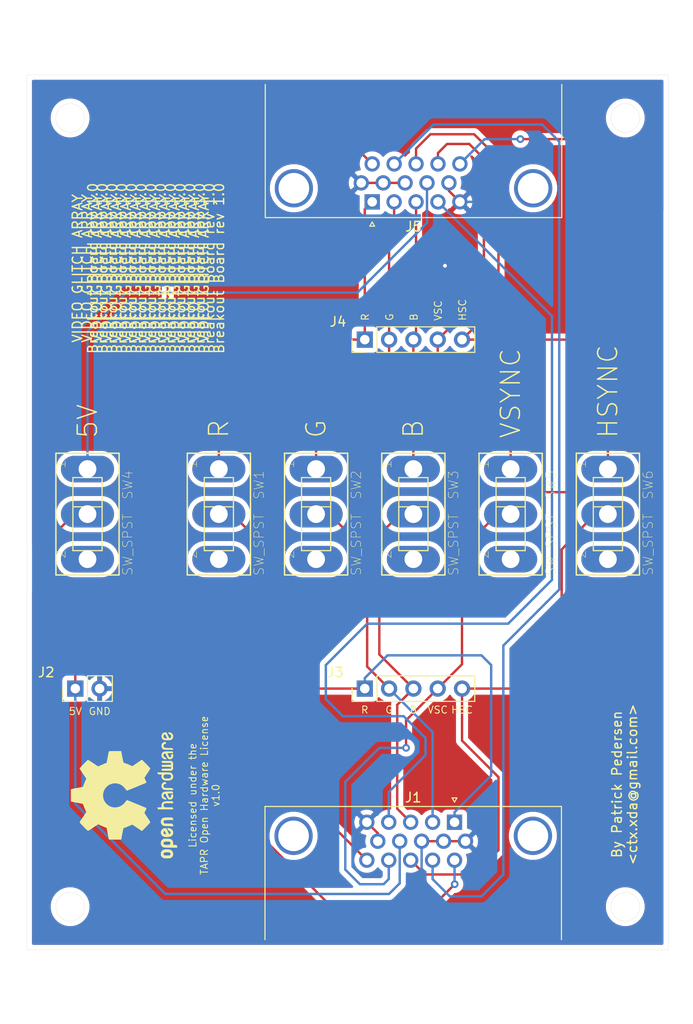
<source format=kicad_pcb>
(kicad_pcb (version 20171130) (host pcbnew 5.1.4-e60b266~84~ubuntu19.04.1)

  (general
    (thickness 1.6)
    (drawings 42)
    (tracks 156)
    (zones 0)
    (modules 12)
    (nets 18)
  )

  (page A4)
  (title_block
    (title "VIDEO GLITCH ARRAY Breakout")
    (date 2019-08-28)
    (rev 1.0)
    (comment 2 https://www.tapr.org/ohl.html)
    (comment 3 "License: TAPR Open Hardware License v1.0")
    (comment 4 "Author: Patrick Pedersen <ctx.xda@gmail.com>")
  )

  (layers
    (0 F.Cu signal)
    (31 B.Cu signal)
    (32 B.Adhes user)
    (33 F.Adhes user)
    (34 B.Paste user)
    (35 F.Paste user)
    (36 B.SilkS user)
    (37 F.SilkS user)
    (38 B.Mask user)
    (39 F.Mask user)
    (40 Dwgs.User user)
    (41 Cmts.User user)
    (42 Eco1.User user)
    (43 Eco2.User user)
    (44 Edge.Cuts user)
    (45 Margin user)
    (46 B.CrtYd user)
    (47 F.CrtYd user)
    (48 B.Fab user)
    (49 F.Fab user)
  )

  (setup
    (last_trace_width 0.25)
    (trace_clearance 0.2)
    (zone_clearance 0.508)
    (zone_45_only no)
    (trace_min 0.2)
    (via_size 0.8)
    (via_drill 0.4)
    (via_min_size 0.4)
    (via_min_drill 0.3)
    (uvia_size 0.3)
    (uvia_drill 0.1)
    (uvias_allowed no)
    (uvia_min_size 0.2)
    (uvia_min_drill 0.1)
    (edge_width 0.05)
    (segment_width 0.2)
    (pcb_text_width 0.3)
    (pcb_text_size 1.5 1.5)
    (mod_edge_width 0.12)
    (mod_text_size 1 1)
    (mod_text_width 0.15)
    (pad_size 5.55 2.775)
    (pad_drill 1.85)
    (pad_to_mask_clearance 0.051)
    (solder_mask_min_width 0.25)
    (aux_axis_origin 0 0)
    (visible_elements FFFFEF7F)
    (pcbplotparams
      (layerselection 0x010f0_ffffffff)
      (usegerberextensions true)
      (usegerberattributes false)
      (usegerberadvancedattributes false)
      (creategerberjobfile false)
      (excludeedgelayer true)
      (linewidth 0.100000)
      (plotframeref false)
      (viasonmask false)
      (mode 1)
      (useauxorigin false)
      (hpglpennumber 1)
      (hpglpenspeed 20)
      (hpglpendiameter 15.000000)
      (psnegative false)
      (psa4output false)
      (plotreference true)
      (plotvalue false)
      (plotinvisibletext false)
      (padsonsilk true)
      (subtractmaskfromsilk false)
      (outputformat 1)
      (mirror false)
      (drillshape 0)
      (scaleselection 1)
      (outputdirectory "./gerbers"))
  )

  (net 0 "")
  (net 1 "Net-(J1-Pad15)")
  (net 2 "Net-(J1-Pad14)")
  (net 3 "Net-(J1-Pad13)")
  (net 4 "Net-(J1-Pad12)")
  (net 5 "Net-(J1-Pad11)")
  (net 6 "Net-(J1-Pad9)")
  (net 7 "Net-(J1-Pad4)")
  (net 8 "Net-(J1-Pad3)")
  (net 9 "Net-(J1-Pad2)")
  (net 10 "Net-(J1-Pad1)")
  (net 11 "Net-(J4-Pad5)")
  (net 12 "Net-(J4-Pad4)")
  (net 13 "Net-(J4-Pad3)")
  (net 14 "Net-(J4-Pad2)")
  (net 15 "Net-(J4-Pad1)")
  (net 16 "Net-(J5-Pad9)")
  (net 17 GND)

  (net_class Default "This is the default net class."
    (clearance 0.2)
    (trace_width 0.25)
    (via_dia 0.8)
    (via_drill 0.4)
    (uvia_dia 0.3)
    (uvia_drill 0.1)
    (add_net GND)
    (add_net "Net-(J1-Pad1)")
    (add_net "Net-(J1-Pad11)")
    (add_net "Net-(J1-Pad12)")
    (add_net "Net-(J1-Pad13)")
    (add_net "Net-(J1-Pad14)")
    (add_net "Net-(J1-Pad15)")
    (add_net "Net-(J1-Pad2)")
    (add_net "Net-(J1-Pad3)")
    (add_net "Net-(J1-Pad4)")
    (add_net "Net-(J1-Pad9)")
    (add_net "Net-(J4-Pad1)")
    (add_net "Net-(J4-Pad2)")
    (add_net "Net-(J4-Pad3)")
    (add_net "Net-(J4-Pad4)")
    (add_net "Net-(J4-Pad5)")
    (add_net "Net-(J5-Pad9)")
  )

  (net_class JLCPCB ""
    (clearance 0.2)
    (trace_width 0.25)
    (via_dia 0.8)
    (via_drill 0.4)
    (uvia_dia 0.3)
    (uvia_drill 0.1)
  )

  (module Symbol:OSHW-Logo2_14.6x12mm_SilkScreen (layer F.Cu) (tedit 0) (tstamp 5D67E82C)
    (at 104.394 142.369273 90)
    (descr "Open Source Hardware Symbol")
    (tags "Logo Symbol OSHW")
    (attr virtual)
    (fp_text reference REF** (at 0 0 90) (layer F.SilkS) hide
      (effects (font (size 1 1) (thickness 0.15)))
    )
    (fp_text value OSHW-Logo2_14.6x12mm_SilkScreen (at 0.75 0 90) (layer F.Fab) hide
      (effects (font (size 1 1) (thickness 0.15)))
    )
    (fp_poly (pts (xy -4.8281 3.861903) (xy -4.71655 3.917522) (xy -4.618092 4.019931) (xy -4.590977 4.057864)
      (xy -4.561438 4.1075) (xy -4.542272 4.161412) (xy -4.531307 4.233364) (xy -4.526371 4.337122)
      (xy -4.525287 4.474101) (xy -4.530182 4.661815) (xy -4.547196 4.802758) (xy -4.579823 4.907908)
      (xy -4.631558 4.988243) (xy -4.705896 5.054741) (xy -4.711358 5.058678) (xy -4.78462 5.098953)
      (xy -4.87284 5.11888) (xy -4.985038 5.123793) (xy -5.167433 5.123793) (xy -5.167509 5.300857)
      (xy -5.169207 5.39947) (xy -5.17955 5.457314) (xy -5.206578 5.492006) (xy -5.258332 5.521164)
      (xy -5.270761 5.527121) (xy -5.328923 5.555039) (xy -5.373956 5.572672) (xy -5.407441 5.574194)
      (xy -5.430962 5.553781) (xy -5.4461 5.505607) (xy -5.454437 5.423846) (xy -5.457556 5.302672)
      (xy -5.45704 5.13626) (xy -5.454471 4.918785) (xy -5.453668 4.853736) (xy -5.450778 4.629502)
      (xy -5.448188 4.482821) (xy -5.167586 4.482821) (xy -5.166009 4.607326) (xy -5.159 4.688787)
      (xy -5.143142 4.742515) (xy -5.115019 4.783823) (xy -5.095925 4.803971) (xy -5.017865 4.862921)
      (xy -4.948753 4.86772) (xy -4.87744 4.819038) (xy -4.875632 4.817241) (xy -4.846617 4.779618)
      (xy -4.828967 4.728484) (xy -4.820064 4.649738) (xy -4.817291 4.529276) (xy -4.817241 4.502588)
      (xy -4.823942 4.336583) (xy -4.845752 4.221505) (xy -4.885235 4.151254) (xy -4.944956 4.119729)
      (xy -4.979472 4.116552) (xy -5.061389 4.13146) (xy -5.117579 4.180548) (xy -5.151402 4.270362)
      (xy -5.16622 4.407445) (xy -5.167586 4.482821) (xy -5.448188 4.482821) (xy -5.447713 4.455952)
      (xy -5.443753 4.325382) (xy -5.438174 4.230087) (xy -5.430254 4.162364) (xy -5.419269 4.114507)
      (xy -5.404499 4.078813) (xy -5.385218 4.047578) (xy -5.376951 4.035824) (xy -5.267288 3.924797)
      (xy -5.128635 3.861847) (xy -4.968246 3.844297) (xy -4.8281 3.861903)) (layer F.SilkS) (width 0.01))
    (fp_poly (pts (xy -2.582571 3.877719) (xy -2.488877 3.931914) (xy -2.423736 3.985707) (xy -2.376093 4.042066)
      (xy -2.343272 4.110987) (xy -2.322594 4.202468) (xy -2.31138 4.326506) (xy -2.306951 4.493098)
      (xy -2.306437 4.612851) (xy -2.306437 5.053659) (xy -2.430517 5.109283) (xy -2.554598 5.164907)
      (xy -2.569195 4.682095) (xy -2.575227 4.501779) (xy -2.581555 4.370901) (xy -2.589394 4.280511)
      (xy -2.599963 4.221664) (xy -2.614477 4.185413) (xy -2.634152 4.16281) (xy -2.640465 4.157917)
      (xy -2.736112 4.119706) (xy -2.832793 4.134827) (xy -2.890345 4.174943) (xy -2.913755 4.20337)
      (xy -2.929961 4.240672) (xy -2.940259 4.297223) (xy -2.945951 4.383394) (xy -2.948336 4.509558)
      (xy -2.948736 4.641042) (xy -2.948814 4.805999) (xy -2.951639 4.922761) (xy -2.961093 5.00151)
      (xy -2.98106 5.052431) (xy -3.015424 5.085706) (xy -3.068068 5.11152) (xy -3.138383 5.138344)
      (xy -3.21518 5.167542) (xy -3.206038 4.649346) (xy -3.202357 4.462539) (xy -3.19805 4.32449)
      (xy -3.191877 4.225568) (xy -3.182598 4.156145) (xy -3.168973 4.10659) (xy -3.149761 4.067273)
      (xy -3.126598 4.032584) (xy -3.014848 3.92177) (xy -2.878487 3.857689) (xy -2.730175 3.842339)
      (xy -2.582571 3.877719)) (layer F.SilkS) (width 0.01))
    (fp_poly (pts (xy -5.951779 3.866015) (xy -5.814939 3.937968) (xy -5.713949 4.053766) (xy -5.678075 4.128213)
      (xy -5.650161 4.239992) (xy -5.635871 4.381227) (xy -5.634516 4.535371) (xy -5.645405 4.685879)
      (xy -5.667847 4.816205) (xy -5.70115 4.909803) (xy -5.711385 4.925922) (xy -5.832618 5.046249)
      (xy -5.976613 5.118317) (xy -6.132861 5.139408) (xy -6.290852 5.106802) (xy -6.33482 5.087253)
      (xy -6.420444 5.027012) (xy -6.495592 4.947135) (xy -6.502694 4.937004) (xy -6.531561 4.888181)
      (xy -6.550643 4.83599) (xy -6.561916 4.767285) (xy -6.567355 4.668918) (xy -6.568938 4.527744)
      (xy -6.568965 4.496092) (xy -6.568893 4.486019) (xy -6.277011 4.486019) (xy -6.275313 4.619256)
      (xy -6.268628 4.707674) (xy -6.254575 4.764785) (xy -6.230771 4.804102) (xy -6.218621 4.817241)
      (xy -6.148764 4.867172) (xy -6.080941 4.864895) (xy -6.012365 4.821584) (xy -5.971465 4.775346)
      (xy -5.947242 4.707857) (xy -5.933639 4.601433) (xy -5.932706 4.58902) (xy -5.930384 4.396147)
      (xy -5.95465 4.2529) (xy -6.005176 4.16016) (xy -6.081632 4.118807) (xy -6.108924 4.116552)
      (xy -6.180589 4.127893) (xy -6.22961 4.167184) (xy -6.259582 4.242326) (xy -6.274101 4.361222)
      (xy -6.277011 4.486019) (xy -6.568893 4.486019) (xy -6.567878 4.345659) (xy -6.563312 4.240549)
      (xy -6.553312 4.167714) (xy -6.535921 4.114108) (xy -6.509184 4.066681) (xy -6.503276 4.057864)
      (xy -6.403968 3.939007) (xy -6.295758 3.870008) (xy -6.164019 3.842619) (xy -6.119283 3.841281)
      (xy -5.951779 3.866015)) (layer F.SilkS) (width 0.01))
    (fp_poly (pts (xy -3.684448 3.884676) (xy -3.569342 3.962111) (xy -3.480389 4.073949) (xy -3.427251 4.216265)
      (xy -3.416503 4.321015) (xy -3.417724 4.364726) (xy -3.427944 4.398194) (xy -3.456039 4.428179)
      (xy -3.510884 4.46144) (xy -3.601355 4.504738) (xy -3.736328 4.564833) (xy -3.737011 4.565134)
      (xy -3.861249 4.622037) (xy -3.963127 4.672565) (xy -4.032233 4.71128) (xy -4.058154 4.73274)
      (xy -4.058161 4.732913) (xy -4.035315 4.779644) (xy -3.981891 4.831154) (xy -3.920558 4.868261)
      (xy -3.889485 4.875632) (xy -3.804711 4.850138) (xy -3.731707 4.786291) (xy -3.696087 4.716094)
      (xy -3.66182 4.664343) (xy -3.594697 4.605409) (xy -3.515792 4.554496) (xy -3.446179 4.526809)
      (xy -3.431623 4.525287) (xy -3.415237 4.550321) (xy -3.41425 4.614311) (xy -3.426292 4.700593)
      (xy -3.448993 4.792501) (xy -3.479986 4.873369) (xy -3.481552 4.876509) (xy -3.574819 5.006734)
      (xy -3.695696 5.095311) (xy -3.832973 5.138786) (xy -3.97544 5.133706) (xy -4.111888 5.076616)
      (xy -4.117955 5.072602) (xy -4.22529 4.975326) (xy -4.295868 4.848409) (xy -4.334926 4.681526)
      (xy -4.340168 4.634639) (xy -4.349452 4.413329) (xy -4.338322 4.310124) (xy -4.058161 4.310124)
      (xy -4.054521 4.374503) (xy -4.034611 4.393291) (xy -3.984974 4.379235) (xy -3.906733 4.346009)
      (xy -3.819274 4.304359) (xy -3.817101 4.303256) (xy -3.74297 4.264265) (xy -3.713219 4.238244)
      (xy -3.720555 4.210965) (xy -3.751447 4.175121) (xy -3.83004 4.123251) (xy -3.914677 4.119439)
      (xy -3.990597 4.157189) (xy -4.043035 4.230001) (xy -4.058161 4.310124) (xy -4.338322 4.310124)
      (xy -4.330356 4.236261) (xy -4.281366 4.095829) (xy -4.213164 3.997447) (xy -4.090065 3.89803)
      (xy -3.954472 3.848711) (xy -3.816045 3.845568) (xy -3.684448 3.884676)) (layer F.SilkS) (width 0.01))
    (fp_poly (pts (xy -1.255402 3.723857) (xy -1.246846 3.843188) (xy -1.237019 3.913506) (xy -1.223401 3.944179)
      (xy -1.203473 3.944571) (xy -1.197011 3.94091) (xy -1.11106 3.914398) (xy -0.999255 3.915946)
      (xy -0.885586 3.943199) (xy -0.81449 3.978455) (xy -0.741595 4.034778) (xy -0.688307 4.098519)
      (xy -0.651725 4.17951) (xy -0.62895 4.287586) (xy -0.617081 4.43258) (xy -0.613218 4.624326)
      (xy -0.613149 4.661109) (xy -0.613103 5.074288) (xy -0.705046 5.106339) (xy -0.770348 5.128144)
      (xy -0.806176 5.138297) (xy -0.80723 5.138391) (xy -0.810758 5.11086) (xy -0.813761 5.034923)
      (xy -0.81601 4.920565) (xy -0.817276 4.777769) (xy -0.817471 4.690951) (xy -0.817877 4.519773)
      (xy -0.819968 4.397088) (xy -0.825053 4.313) (xy -0.83444 4.257614) (xy -0.849439 4.221032)
      (xy -0.871358 4.193359) (xy -0.885043 4.180032) (xy -0.979051 4.126328) (xy -1.081636 4.122307)
      (xy -1.17471 4.167725) (xy -1.191922 4.184123) (xy -1.217168 4.214957) (xy -1.23468 4.251531)
      (xy -1.245858 4.304415) (xy -1.252104 4.384177) (xy -1.254818 4.501385) (xy -1.255402 4.662991)
      (xy -1.255402 5.074288) (xy -1.347345 5.106339) (xy -1.412647 5.128144) (xy -1.448475 5.138297)
      (xy -1.449529 5.138391) (xy -1.452225 5.110448) (xy -1.454655 5.03163) (xy -1.456722 4.909453)
      (xy -1.458329 4.751432) (xy -1.459377 4.565083) (xy -1.459769 4.35792) (xy -1.45977 4.348706)
      (xy -1.45977 3.55902) (xy -1.364885 3.518997) (xy -1.27 3.478973) (xy -1.255402 3.723857)) (layer F.SilkS) (width 0.01))
    (fp_poly (pts (xy 0.079944 3.92436) (xy 0.194343 3.966842) (xy 0.195652 3.967658) (xy 0.266403 4.01973)
      (xy 0.318636 4.080584) (xy 0.355371 4.159887) (xy 0.379634 4.267309) (xy 0.394445 4.412517)
      (xy 0.402829 4.605179) (xy 0.403564 4.632628) (xy 0.41412 5.046521) (xy 0.325291 5.092456)
      (xy 0.261018 5.123498) (xy 0.22221 5.138206) (xy 0.220415 5.138391) (xy 0.2137 5.11125)
      (xy 0.208365 5.038041) (xy 0.205083 4.931081) (xy 0.204368 4.844469) (xy 0.204351 4.704162)
      (xy 0.197937 4.616051) (xy 0.17558 4.574025) (xy 0.127732 4.571975) (xy 0.044849 4.60379)
      (xy -0.080287 4.662272) (xy -0.172303 4.710845) (xy -0.219629 4.752986) (xy -0.233542 4.798916)
      (xy -0.233563 4.801189) (xy -0.210605 4.880311) (xy -0.14263 4.923055) (xy -0.038602 4.929246)
      (xy 0.03633 4.928172) (xy 0.075839 4.949753) (xy 0.100478 5.001591) (xy 0.114659 5.067632)
      (xy 0.094223 5.105104) (xy 0.086528 5.110467) (xy 0.014083 5.132006) (xy -0.087367 5.135055)
      (xy -0.191843 5.120778) (xy -0.265875 5.094688) (xy -0.368228 5.007785) (xy -0.426409 4.886816)
      (xy -0.437931 4.792308) (xy -0.429138 4.707062) (xy -0.39732 4.637476) (xy -0.334316 4.575672)
      (xy -0.231969 4.513772) (xy -0.082118 4.443897) (xy -0.072988 4.439948) (xy 0.061997 4.377588)
      (xy 0.145294 4.326446) (xy 0.180997 4.280488) (xy 0.173203 4.233683) (xy 0.126007 4.179998)
      (xy 0.111894 4.167644) (xy 0.017359 4.119741) (xy -0.080594 4.121758) (xy -0.165903 4.168724)
      (xy -0.222504 4.255669) (xy -0.227763 4.272734) (xy -0.278977 4.355504) (xy -0.343963 4.395372)
      (xy -0.437931 4.434882) (xy -0.437931 4.332658) (xy -0.409347 4.184072) (xy -0.324505 4.047784)
      (xy -0.280355 4.002191) (xy -0.179995 3.943674) (xy -0.052365 3.917184) (xy 0.079944 3.92436)) (layer F.SilkS) (width 0.01))
    (fp_poly (pts (xy 1.065943 3.92192) (xy 1.198565 3.970859) (xy 1.30601 4.057419) (xy 1.348032 4.118352)
      (xy 1.393843 4.230161) (xy 1.392891 4.311006) (xy 1.344808 4.365378) (xy 1.327017 4.374624)
      (xy 1.250204 4.40345) (xy 1.210976 4.396065) (xy 1.197689 4.347658) (xy 1.197012 4.32092)
      (xy 1.172686 4.222548) (xy 1.109281 4.153734) (xy 1.021154 4.120498) (xy 0.922663 4.128861)
      (xy 0.842602 4.172296) (xy 0.815561 4.197072) (xy 0.796394 4.227129) (xy 0.783446 4.272565)
      (xy 0.775064 4.343476) (xy 0.769593 4.44996) (xy 0.765378 4.602112) (xy 0.764287 4.650287)
      (xy 0.760307 4.815095) (xy 0.755781 4.931088) (xy 0.748995 5.007833) (xy 0.738231 5.054893)
      (xy 0.721773 5.081835) (xy 0.697906 5.098223) (xy 0.682626 5.105463) (xy 0.617733 5.13022)
      (xy 0.579534 5.138391) (xy 0.566912 5.111103) (xy 0.559208 5.028603) (xy 0.55638 4.889941)
      (xy 0.558386 4.694162) (xy 0.559011 4.663965) (xy 0.563421 4.485349) (xy 0.568635 4.354923)
      (xy 0.576055 4.262492) (xy 0.587082 4.197858) (xy 0.603117 4.150825) (xy 0.625561 4.111196)
      (xy 0.637302 4.094215) (xy 0.704619 4.01908) (xy 0.77991 3.960638) (xy 0.789128 3.955536)
      (xy 0.924133 3.91526) (xy 1.065943 3.92192)) (layer F.SilkS) (width 0.01))
    (fp_poly (pts (xy 2.393914 4.154455) (xy 2.393543 4.372661) (xy 2.392108 4.540519) (xy 2.389002 4.66607)
      (xy 2.383622 4.757355) (xy 2.375362 4.822415) (xy 2.363616 4.869291) (xy 2.347781 4.906024)
      (xy 2.33579 4.926991) (xy 2.23649 5.040694) (xy 2.110588 5.111965) (xy 1.971291 5.137538)
      (xy 1.831805 5.11415) (xy 1.748743 5.072119) (xy 1.661545 4.999411) (xy 1.602117 4.910612)
      (xy 1.566261 4.79432) (xy 1.549781 4.639135) (xy 1.547447 4.525287) (xy 1.547761 4.517106)
      (xy 1.751724 4.517106) (xy 1.75297 4.647657) (xy 1.758678 4.73408) (xy 1.771804 4.790618)
      (xy 1.795306 4.831514) (xy 1.823386 4.862362) (xy 1.917688 4.921905) (xy 2.01894 4.926992)
      (xy 2.114636 4.877279) (xy 2.122084 4.870543) (xy 2.153874 4.835502) (xy 2.173808 4.793811)
      (xy 2.1846 4.731762) (xy 2.188965 4.635644) (xy 2.189655 4.529379) (xy 2.188159 4.39588)
      (xy 2.181964 4.306822) (xy 2.168514 4.248293) (xy 2.145251 4.206382) (xy 2.126175 4.184123)
      (xy 2.037563 4.127985) (xy 1.935508 4.121235) (xy 1.838095 4.164114) (xy 1.819296 4.180032)
      (xy 1.787293 4.215382) (xy 1.767318 4.257502) (xy 1.756593 4.320251) (xy 1.752339 4.417487)
      (xy 1.751724 4.517106) (xy 1.547761 4.517106) (xy 1.554504 4.341947) (xy 1.578472 4.204195)
      (xy 1.623548 4.100632) (xy 1.693928 4.019856) (xy 1.748743 3.978455) (xy 1.848376 3.933728)
      (xy 1.963855 3.912967) (xy 2.071199 3.918525) (xy 2.131264 3.940943) (xy 2.154835 3.947323)
      (xy 2.170477 3.923535) (xy 2.181395 3.859788) (xy 2.189655 3.762687) (xy 2.198699 3.654541)
      (xy 2.211261 3.589475) (xy 2.234119 3.552268) (xy 2.274051 3.527699) (xy 2.299138 3.516819)
      (xy 2.394023 3.477072) (xy 2.393914 4.154455)) (layer F.SilkS) (width 0.01))
    (fp_poly (pts (xy 3.580124 3.93984) (xy 3.584579 4.016653) (xy 3.588071 4.133391) (xy 3.590315 4.280821)
      (xy 3.591035 4.435455) (xy 3.591035 4.958727) (xy 3.498645 5.051117) (xy 3.434978 5.108047)
      (xy 3.379089 5.131107) (xy 3.302702 5.129647) (xy 3.27238 5.125934) (xy 3.17761 5.115126)
      (xy 3.099222 5.108933) (xy 3.080115 5.108361) (xy 3.015699 5.112102) (xy 2.923571 5.121494)
      (xy 2.88785 5.125934) (xy 2.800114 5.132801) (xy 2.741153 5.117885) (xy 2.68269 5.071835)
      (xy 2.661585 5.051117) (xy 2.569195 4.958727) (xy 2.569195 3.979947) (xy 2.643558 3.946066)
      (xy 2.70759 3.92097) (xy 2.745052 3.912184) (xy 2.754657 3.93995) (xy 2.763635 4.01753)
      (xy 2.771386 4.136348) (xy 2.777314 4.287828) (xy 2.780173 4.415805) (xy 2.788161 4.919425)
      (xy 2.857848 4.929278) (xy 2.921229 4.922389) (xy 2.952286 4.900083) (xy 2.960967 4.858379)
      (xy 2.968378 4.769544) (xy 2.973931 4.644834) (xy 2.977036 4.495507) (xy 2.977484 4.418661)
      (xy 2.977931 3.976287) (xy 3.069874 3.944235) (xy 3.134949 3.922443) (xy 3.170347 3.912281)
      (xy 3.171368 3.912184) (xy 3.17492 3.939809) (xy 3.178823 4.016411) (xy 3.182751 4.132579)
      (xy 3.186376 4.278904) (xy 3.188908 4.415805) (xy 3.196897 4.919425) (xy 3.372069 4.919425)
      (xy 3.380107 4.459965) (xy 3.388146 4.000505) (xy 3.473543 3.956344) (xy 3.536593 3.926019)
      (xy 3.57391 3.912258) (xy 3.574987 3.912184) (xy 3.580124 3.93984)) (layer F.SilkS) (width 0.01))
    (fp_poly (pts (xy 4.314406 3.935156) (xy 4.398469 3.973393) (xy 4.46445 4.019726) (xy 4.512794 4.071532)
      (xy 4.546172 4.138363) (xy 4.567253 4.229769) (xy 4.578707 4.355301) (xy 4.583203 4.524508)
      (xy 4.583678 4.635933) (xy 4.583678 5.070627) (xy 4.509316 5.104509) (xy 4.450746 5.129272)
      (xy 4.42173 5.138391) (xy 4.416179 5.111257) (xy 4.411775 5.038094) (xy 4.409078 4.931263)
      (xy 4.408506 4.846437) (xy 4.406046 4.723887) (xy 4.399412 4.626668) (xy 4.389726 4.567134)
      (xy 4.382032 4.554483) (xy 4.330311 4.567402) (xy 4.249117 4.600539) (xy 4.155102 4.645461)
      (xy 4.064917 4.693735) (xy 3.995215 4.736928) (xy 3.962648 4.766608) (xy 3.962519 4.766929)
      (xy 3.96532 4.821857) (xy 3.990439 4.874292) (xy 4.034541 4.916881) (xy 4.098909 4.931126)
      (xy 4.153921 4.929466) (xy 4.231835 4.928245) (xy 4.272732 4.946498) (xy 4.297295 4.994726)
      (xy 4.300392 5.00382) (xy 4.31104 5.072598) (xy 4.282565 5.11436) (xy 4.208344 5.134263)
      (xy 4.128168 5.137944) (xy 3.98389 5.110658) (xy 3.909203 5.07169) (xy 3.816963 4.980148)
      (xy 3.768043 4.867782) (xy 3.763654 4.749051) (xy 3.805001 4.638411) (xy 3.867197 4.56908)
      (xy 3.929294 4.530265) (xy 4.026895 4.481125) (xy 4.140632 4.431292) (xy 4.15959 4.423677)
      (xy 4.284521 4.368545) (xy 4.356539 4.319954) (xy 4.3797 4.271647) (xy 4.358064 4.21737)
      (xy 4.32092 4.174943) (xy 4.233127 4.122702) (xy 4.13653 4.118784) (xy 4.047944 4.159041)
      (xy 3.984186 4.239326) (xy 3.975817 4.26004) (xy 3.927096 4.336225) (xy 3.855965 4.392785)
      (xy 3.766207 4.439201) (xy 3.766207 4.307584) (xy 3.77149 4.227168) (xy 3.794142 4.163786)
      (xy 3.844367 4.096163) (xy 3.892582 4.044076) (xy 3.967554 3.970322) (xy 4.025806 3.930702)
      (xy 4.088372 3.91481) (xy 4.159193 3.912184) (xy 4.314406 3.935156)) (layer F.SilkS) (width 0.01))
    (fp_poly (pts (xy 5.33569 3.940018) (xy 5.370585 3.955269) (xy 5.453877 4.021235) (xy 5.525103 4.116618)
      (xy 5.569153 4.218406) (xy 5.576322 4.268587) (xy 5.552285 4.338647) (xy 5.499561 4.375717)
      (xy 5.443031 4.398164) (xy 5.417146 4.4023) (xy 5.404542 4.372283) (xy 5.379654 4.306961)
      (xy 5.368735 4.277445) (xy 5.307508 4.175348) (xy 5.218861 4.124423) (xy 5.105193 4.125989)
      (xy 5.096774 4.127994) (xy 5.036088 4.156767) (xy 4.991474 4.212859) (xy 4.961002 4.303163)
      (xy 4.942744 4.434571) (xy 4.934771 4.613974) (xy 4.934023 4.709433) (xy 4.933652 4.859913)
      (xy 4.931223 4.962495) (xy 4.92476 5.027672) (xy 4.912288 5.065938) (xy 4.891833 5.087785)
      (xy 4.861419 5.103707) (xy 4.859661 5.104509) (xy 4.801091 5.129272) (xy 4.772075 5.138391)
      (xy 4.767616 5.110822) (xy 4.763799 5.03462) (xy 4.760899 4.919541) (xy 4.759191 4.775341)
      (xy 4.758851 4.669814) (xy 4.760588 4.465613) (xy 4.767382 4.310697) (xy 4.781607 4.196024)
      (xy 4.805638 4.112551) (xy 4.841848 4.051236) (xy 4.892612 4.003034) (xy 4.942739 3.969393)
      (xy 5.063275 3.924619) (xy 5.203557 3.914521) (xy 5.33569 3.940018)) (layer F.SilkS) (width 0.01))
    (fp_poly (pts (xy 6.343439 3.95654) (xy 6.45895 4.032034) (xy 6.514664 4.099617) (xy 6.558804 4.222255)
      (xy 6.562309 4.319298) (xy 6.554368 4.449056) (xy 6.255115 4.580039) (xy 6.109611 4.646958)
      (xy 6.014537 4.70079) (xy 5.965101 4.747416) (xy 5.956511 4.79272) (xy 5.983972 4.842582)
      (xy 6.014253 4.875632) (xy 6.102363 4.928633) (xy 6.198196 4.932347) (xy 6.286212 4.891041)
      (xy 6.350869 4.808983) (xy 6.362433 4.780008) (xy 6.417825 4.689509) (xy 6.481553 4.65094)
      (xy 6.568966 4.617946) (xy 6.568966 4.743034) (xy 6.561238 4.828156) (xy 6.530966 4.899938)
      (xy 6.467518 4.982356) (xy 6.458088 4.993066) (xy 6.387513 5.066391) (xy 6.326847 5.105742)
      (xy 6.25095 5.123845) (xy 6.18803 5.129774) (xy 6.075487 5.131251) (xy 5.99537 5.112535)
      (xy 5.94539 5.084747) (xy 5.866838 5.023641) (xy 5.812463 4.957554) (xy 5.778052 4.874441)
      (xy 5.759388 4.762254) (xy 5.752256 4.608946) (xy 5.751687 4.531136) (xy 5.753622 4.437853)
      (xy 5.929899 4.437853) (xy 5.931944 4.487896) (xy 5.937039 4.496092) (xy 5.970666 4.484958)
      (xy 6.04303 4.455493) (xy 6.139747 4.413601) (xy 6.159973 4.404597) (xy 6.282203 4.342442)
      (xy 6.349547 4.287815) (xy 6.364348 4.236649) (xy 6.328947 4.184876) (xy 6.299711 4.162)
      (xy 6.194216 4.11625) (xy 6.095476 4.123808) (xy 6.012812 4.179651) (xy 5.955548 4.278753)
      (xy 5.937188 4.357414) (xy 5.929899 4.437853) (xy 5.753622 4.437853) (xy 5.755459 4.349351)
      (xy 5.769359 4.214853) (xy 5.796894 4.116916) (xy 5.841572 4.044811) (xy 5.906901 3.987813)
      (xy 5.935383 3.969393) (xy 6.064763 3.921422) (xy 6.206412 3.918403) (xy 6.343439 3.95654)) (layer F.SilkS) (width 0.01))
    (fp_poly (pts (xy 0.209014 -5.547002) (xy 0.367006 -5.546137) (xy 0.481347 -5.543795) (xy 0.559407 -5.539238)
      (xy 0.608554 -5.53173) (xy 0.636159 -5.520534) (xy 0.649592 -5.504912) (xy 0.656221 -5.484127)
      (xy 0.656865 -5.481437) (xy 0.666935 -5.432887) (xy 0.685575 -5.337095) (xy 0.710845 -5.204257)
      (xy 0.740807 -5.044569) (xy 0.773522 -4.868226) (xy 0.774664 -4.862033) (xy 0.807433 -4.689218)
      (xy 0.838093 -4.536531) (xy 0.864664 -4.413129) (xy 0.885167 -4.328169) (xy 0.897626 -4.29081)
      (xy 0.89822 -4.290148) (xy 0.934919 -4.271905) (xy 1.010586 -4.241503) (xy 1.108878 -4.205507)
      (xy 1.109425 -4.205315) (xy 1.233233 -4.158778) (xy 1.379196 -4.099496) (xy 1.516781 -4.039891)
      (xy 1.523293 -4.036944) (xy 1.74739 -3.935235) (xy 2.243619 -4.274103) (xy 2.395846 -4.377408)
      (xy 2.533741 -4.469763) (xy 2.649315 -4.545916) (xy 2.734579 -4.600615) (xy 2.781544 -4.628607)
      (xy 2.786004 -4.630683) (xy 2.820134 -4.62144) (xy 2.883881 -4.576844) (xy 2.979731 -4.494791)
      (xy 3.110169 -4.373179) (xy 3.243328 -4.243795) (xy 3.371694 -4.116298) (xy 3.486581 -3.999954)
      (xy 3.581073 -3.901948) (xy 3.648253 -3.829464) (xy 3.681206 -3.789687) (xy 3.682432 -3.787639)
      (xy 3.686074 -3.760344) (xy 3.67235 -3.715766) (xy 3.637869 -3.647888) (xy 3.579239 -3.550689)
      (xy 3.49307 -3.418149) (xy 3.3782 -3.247524) (xy 3.276254 -3.097345) (xy 3.185123 -2.96265)
      (xy 3.110073 -2.85126) (xy 3.056369 -2.770995) (xy 3.02928 -2.729675) (xy 3.027574 -2.72687)
      (xy 3.030882 -2.687279) (xy 3.055953 -2.610331) (xy 3.097798 -2.510568) (xy 3.112712 -2.478709)
      (xy 3.177786 -2.336774) (xy 3.247212 -2.175727) (xy 3.303609 -2.036379) (xy 3.344247 -1.932956)
      (xy 3.376526 -1.854358) (xy 3.395178 -1.81328) (xy 3.397497 -1.810115) (xy 3.431803 -1.804872)
      (xy 3.512669 -1.790506) (xy 3.629343 -1.769063) (xy 3.771075 -1.742587) (xy 3.92711 -1.713123)
      (xy 4.086698 -1.682717) (xy 4.239085 -1.653412) (xy 4.373521 -1.627255) (xy 4.479252 -1.60629)
      (xy 4.545526 -1.592561) (xy 4.561782 -1.58868) (xy 4.578573 -1.5791) (xy 4.591249 -1.557464)
      (xy 4.600378 -1.516469) (xy 4.606531 -1.448811) (xy 4.61028 -1.347188) (xy 4.612192 -1.204297)
      (xy 4.61284 -1.012835) (xy 4.612874 -0.934355) (xy 4.612874 -0.296094) (xy 4.459598 -0.26584)
      (xy 4.374322 -0.249436) (xy 4.24707 -0.225491) (xy 4.093315 -0.196893) (xy 3.928534 -0.166533)
      (xy 3.882989 -0.158194) (xy 3.730932 -0.12863) (xy 3.598468 -0.099558) (xy 3.496714 -0.073671)
      (xy 3.436788 -0.053663) (xy 3.426805 -0.047699) (xy 3.402293 -0.005466) (xy 3.367148 0.07637)
      (xy 3.328173 0.181683) (xy 3.320442 0.204368) (xy 3.26936 0.345018) (xy 3.205954 0.503714)
      (xy 3.143904 0.646225) (xy 3.143598 0.646886) (xy 3.040267 0.87044) (xy 3.719961 1.870232)
      (xy 3.283621 2.3073) (xy 3.151649 2.437381) (xy 3.031279 2.552048) (xy 2.929273 2.645181)
      (xy 2.852391 2.710658) (xy 2.807393 2.742357) (xy 2.800938 2.744368) (xy 2.76304 2.728529)
      (xy 2.685708 2.684496) (xy 2.577389 2.61749) (xy 2.446532 2.532734) (xy 2.305052 2.437816)
      (xy 2.161461 2.340998) (xy 2.033435 2.256751) (xy 1.929105 2.190258) (xy 1.8566 2.146702)
      (xy 1.824158 2.131264) (xy 1.784576 2.144328) (xy 1.709519 2.17875) (xy 1.614468 2.22738)
      (xy 1.604392 2.232785) (xy 1.476391 2.29698) (xy 1.388618 2.328463) (xy 1.334028 2.328798)
      (xy 1.305575 2.299548) (xy 1.30541 2.299138) (xy 1.291188 2.264498) (xy 1.257269 2.182269)
      (xy 1.206284 2.058814) (xy 1.140862 1.900498) (xy 1.063634 1.713686) (xy 0.977229 1.504742)
      (xy 0.893551 1.302446) (xy 0.801588 1.0792) (xy 0.71715 0.872392) (xy 0.642769 0.688362)
      (xy 0.580974 0.533451) (xy 0.534297 0.413996) (xy 0.505268 0.336339) (xy 0.496322 0.307356)
      (xy 0.518756 0.27411) (xy 0.577439 0.221123) (xy 0.655689 0.162704) (xy 0.878534 -0.022048)
      (xy 1.052718 -0.233818) (xy 1.176154 -0.468144) (xy 1.246754 -0.720566) (xy 1.262431 -0.986623)
      (xy 1.251036 -1.109425) (xy 1.18895 -1.364207) (xy 1.082023 -1.589199) (xy 0.936889 -1.782183)
      (xy 0.760178 -1.940939) (xy 0.558522 -2.06325) (xy 0.338554 -2.146895) (xy 0.106906 -2.189656)
      (xy -0.129791 -2.189313) (xy -0.364905 -2.143648) (xy -0.591804 -2.050441) (xy -0.803856 -1.907473)
      (xy -0.892364 -1.826617) (xy -1.062111 -1.618993) (xy -1.180301 -1.392105) (xy -1.247722 -1.152567)
      (xy -1.26516 -0.906993) (xy -1.233402 -0.661997) (xy -1.153235 -0.424192) (xy -1.025445 -0.200193)
      (xy -0.85082 0.003387) (xy -0.655688 0.162704) (xy -0.574409 0.223602) (xy -0.516991 0.276015)
      (xy -0.496322 0.307406) (xy -0.507144 0.341639) (xy -0.537923 0.423419) (xy -0.586126 0.546407)
      (xy -0.649222 0.704263) (xy -0.724678 0.890649) (xy -0.809962 1.099226) (xy -0.893781 1.302496)
      (xy -0.986255 1.525933) (xy -1.071911 1.732984) (xy -1.148118 1.917286) (xy -1.212247 2.072475)
      (xy -1.261668 2.192188) (xy -1.293752 2.270061) (xy -1.305641 2.299138) (xy -1.333726 2.328677)
      (xy -1.388051 2.328591) (xy -1.475605 2.297326) (xy -1.603381 2.233329) (xy -1.604392 2.232785)
      (xy -1.700598 2.183121) (xy -1.778369 2.146945) (xy -1.822223 2.131408) (xy -1.824158 2.131264)
      (xy -1.857171 2.147024) (xy -1.930054 2.19085) (xy -2.034678 2.257557) (xy -2.16291 2.341964)
      (xy -2.305052 2.437816) (xy -2.449767 2.534867) (xy -2.580196 2.61927) (xy -2.68789 2.685801)
      (xy -2.764402 2.729238) (xy -2.800938 2.744368) (xy -2.834582 2.724482) (xy -2.902224 2.668903)
      (xy -2.997107 2.583754) (xy -3.11247 2.475153) (xy -3.241555 2.349221) (xy -3.283771 2.307149)
      (xy -3.720261 1.869931) (xy -3.388023 1.38234) (xy -3.287054 1.232605) (xy -3.198438 1.09822)
      (xy -3.127146 0.986969) (xy -3.07815 0.906639) (xy -3.056422 0.865014) (xy -3.055785 0.862053)
      (xy -3.06724 0.822818) (xy -3.098051 0.743895) (xy -3.142884 0.638509) (xy -3.174353 0.567954)
      (xy -3.233192 0.432876) (xy -3.288604 0.296409) (xy -3.331564 0.181103) (xy -3.343234 0.145977)
      (xy -3.376389 0.052174) (xy -3.408799 -0.020306) (xy -3.426601 -0.047699) (xy -3.465886 -0.064464)
      (xy -3.551626 -0.08823) (xy -3.672697 -0.116303) (xy -3.817973 -0.145991) (xy -3.882988 -0.158194)
      (xy -4.048087 -0.188532) (xy -4.206448 -0.217907) (xy -4.342596 -0.243431) (xy -4.441057 -0.262215)
      (xy -4.459598 -0.26584) (xy -4.612873 -0.296094) (xy -4.612873 -0.934355) (xy -4.612529 -1.14423)
      (xy -4.611116 -1.30302) (xy -4.608064 -1.418027) (xy -4.602803 -1.496554) (xy -4.594763 -1.545904)
      (xy -4.583373 -1.573381) (xy -4.568063 -1.586287) (xy -4.561782 -1.58868) (xy -4.523896 -1.597167)
      (xy -4.440195 -1.6141) (xy -4.321433 -1.637434) (xy -4.178361 -1.665125) (xy -4.021732 -1.695127)
      (xy -3.862297 -1.725396) (xy -3.710809 -1.753885) (xy -3.578019 -1.778551) (xy -3.474681 -1.797349)
      (xy -3.411545 -1.808233) (xy -3.397497 -1.810115) (xy -3.38477 -1.835296) (xy -3.3566 -1.902378)
      (xy -3.318252 -1.998667) (xy -3.303609 -2.036379) (xy -3.244548 -2.182079) (xy -3.175 -2.343049)
      (xy -3.112712 -2.478709) (xy -3.066879 -2.582439) (xy -3.036387 -2.667674) (xy -3.026208 -2.719874)
      (xy -3.027831 -2.72687) (xy -3.049343 -2.759898) (xy -3.098465 -2.833357) (xy -3.169923 -2.939423)
      (xy -3.258445 -3.070274) (xy -3.358759 -3.218088) (xy -3.378594 -3.247266) (xy -3.494988 -3.420137)
      (xy -3.580548 -3.551774) (xy -3.638684 -3.648239) (xy -3.672808 -3.715592) (xy -3.686331 -3.759894)
      (xy -3.682664 -3.787206) (xy -3.68257 -3.78738) (xy -3.653707 -3.823254) (xy -3.589867 -3.892609)
      (xy -3.497969 -3.988255) (xy -3.384933 -4.103001) (xy -3.257679 -4.229659) (xy -3.243328 -4.243795)
      (xy -3.082957 -4.399097) (xy -2.959195 -4.51313) (xy -2.869555 -4.587998) (xy -2.811552 -4.625804)
      (xy -2.786004 -4.630683) (xy -2.748718 -4.609397) (xy -2.671343 -4.560227) (xy -2.561867 -4.488425)
      (xy -2.42828 -4.399245) (xy -2.27857 -4.297937) (xy -2.243618 -4.274103) (xy -1.74739 -3.935235)
      (xy -1.523293 -4.036944) (xy -1.387011 -4.096217) (xy -1.240724 -4.15583) (xy -1.114965 -4.20336)
      (xy -1.109425 -4.205315) (xy -1.011057 -4.241323) (xy -0.935229 -4.271771) (xy -0.898282 -4.290095)
      (xy -0.89822 -4.290148) (xy -0.886496 -4.323271) (xy -0.866568 -4.404733) (xy -0.840413 -4.525375)
      (xy -0.81001 -4.676041) (xy -0.777337 -4.847572) (xy -0.774664 -4.862033) (xy -0.74189 -5.038765)
      (xy -0.711802 -5.19919) (xy -0.686339 -5.333112) (xy -0.667441 -5.430337) (xy -0.657047 -5.480668)
      (xy -0.656865 -5.481437) (xy -0.650539 -5.502847) (xy -0.638239 -5.519012) (xy -0.612594 -5.530669)
      (xy -0.566235 -5.538555) (xy -0.491792 -5.543407) (xy -0.381895 -5.545961) (xy -0.229175 -5.546955)
      (xy -0.026262 -5.547126) (xy 0 -5.547126) (xy 0.209014 -5.547002)) (layer F.SilkS) (width 0.01))
  )

  (module VGABreakout:255SB (layer F.Cu) (tedit 5D679292) (tstamp 5D67A21B)
    (at 154.94 113.03 270)
    (descr "<b>SLIDING SWITCH</b><p>distributor Buerklin, 11G810")
    (path /5D68CA45)
    (fp_text reference SW6 (at -3.048 -4.191 270) (layer F.SilkS)
      (effects (font (size 1 1) (thickness 0.05)))
    )
    (fp_text value SW_SPST (at 3.175 -4.191 270) (layer F.SilkS)
      (effects (font (size 1 1) (thickness 0.05)))
    )
    (fp_line (start -6.35 -3.3) (end 6.35 -3.3) (layer F.SilkS) (width 0.1524))
    (fp_line (start 6.35 3.3) (end 6.35 -3.3) (layer F.SilkS) (width 0.1524))
    (fp_line (start 6.35 3.3) (end -6.35 3.3) (layer F.SilkS) (width 0.1524))
    (fp_line (start -6.35 -3.3) (end -6.35 3.3) (layer F.SilkS) (width 0.1524))
    (fp_text user 1 (at -5.207 2.794 270) (layer F.SilkS)
      (effects (font (size 1 1) (thickness 0.05)))
    )
    (fp_text user 2 (at 4.191 2.794 270) (layer F.SilkS)
      (effects (font (size 1 1) (thickness 0.05)))
    )
    (fp_line (start -0.762 1.524) (end -0.762 -1.524) (layer F.SilkS) (width 0.127))
    (fp_line (start -3.81 -1.524) (end -3.81 1.524) (layer F.SilkS) (width 0.127))
    (fp_line (start -3.81 -1.524) (end 3.81 -1.524) (layer F.SilkS) (width 0.127))
    (fp_line (start 3.81 -1.524) (end 3.81 1.524) (layer F.SilkS) (width 0.127))
    (fp_line (start -3.81 1.524) (end 3.81 1.524) (layer F.SilkS) (width 0.127))
    (pad 2 thru_hole oval (at -4.7 0) (size 5.55 2.775) (drill 1.85) (layers *.Cu *.Mask)
      (net 11 "Net-(J4-Pad5)"))
    (pad 1 thru_hole oval (at 0 0) (size 5.55 2.775) (drill 1.85) (layers *.Cu *.Mask)
      (net 3 "Net-(J1-Pad13)"))
    (pad 3 thru_hole oval (at 4.7 0) (size 5.55 2.775) (drill 1.85) (layers *.Cu *.Mask))
  )

  (module VGABreakout:255SB (layer F.Cu) (tedit 5D67925F) (tstamp 5D6799FC)
    (at 144.78 113.03 270)
    (descr "<b>SLIDING SWITCH</b><p>distributor Buerklin, 11G810")
    (path /5D68A826)
    (fp_text reference SW5 (at -3.048 -4.191 270) (layer F.SilkS)
      (effects (font (size 1 1) (thickness 0.05)))
    )
    (fp_text value SW_SPST (at 3.175 -4.191 270) (layer F.SilkS)
      (effects (font (size 1 1) (thickness 0.05)))
    )
    (fp_line (start -3.81 1.524) (end 3.81 1.524) (layer F.SilkS) (width 0.127))
    (fp_line (start 3.81 -1.524) (end 3.81 1.524) (layer F.SilkS) (width 0.127))
    (fp_line (start -3.81 -1.524) (end 3.81 -1.524) (layer F.SilkS) (width 0.127))
    (fp_line (start -3.81 -1.524) (end -3.81 1.524) (layer F.SilkS) (width 0.127))
    (fp_line (start -0.762 1.524) (end -0.762 -1.524) (layer F.SilkS) (width 0.127))
    (fp_text user 2 (at 4.191 2.794 270) (layer F.SilkS)
      (effects (font (size 1 1) (thickness 0.05)))
    )
    (fp_text user 1 (at -5.207 2.794 270) (layer F.SilkS)
      (effects (font (size 1 1) (thickness 0.05)))
    )
    (fp_line (start -6.35 -3.3) (end -6.35 3.3) (layer F.SilkS) (width 0.1524))
    (fp_line (start 6.35 3.3) (end -6.35 3.3) (layer F.SilkS) (width 0.1524))
    (fp_line (start 6.35 3.3) (end 6.35 -3.3) (layer F.SilkS) (width 0.1524))
    (fp_line (start -6.35 -3.3) (end 6.35 -3.3) (layer F.SilkS) (width 0.1524))
    (pad 3 thru_hole oval (at 4.7 0) (size 5.55 2.775) (drill 1.85) (layers *.Cu *.Mask))
    (pad 1 thru_hole oval (at 0 0) (size 5.55 2.775) (drill 1.85) (layers *.Cu *.Mask)
      (net 2 "Net-(J1-Pad14)"))
    (pad 2 thru_hole oval (at -4.7 0) (size 5.55 2.775) (drill 1.85) (layers *.Cu *.Mask)
      (net 12 "Net-(J4-Pad4)"))
  )

  (module VGABreakout:255SB (layer F.Cu) (tedit 5D67923C) (tstamp 5D67B6C9)
    (at 134.62 113.03 270)
    (descr "<b>SLIDING SWITCH</b><p>distributor Buerklin, 11G810")
    (path /5D68377C)
    (fp_text reference SW3 (at -3.048 -4.191 270) (layer F.SilkS)
      (effects (font (size 1 1) (thickness 0.05)))
    )
    (fp_text value SW_SPST (at 3.175 -4.191 270) (layer F.SilkS)
      (effects (font (size 1 1) (thickness 0.05)))
    )
    (fp_line (start -3.81 1.524) (end 3.81 1.524) (layer F.SilkS) (width 0.127))
    (fp_line (start 3.81 -1.524) (end 3.81 1.524) (layer F.SilkS) (width 0.127))
    (fp_line (start -3.81 -1.524) (end 3.81 -1.524) (layer F.SilkS) (width 0.127))
    (fp_line (start -3.81 -1.524) (end -3.81 1.524) (layer F.SilkS) (width 0.127))
    (fp_line (start -0.762 1.524) (end -0.762 -1.524) (layer F.SilkS) (width 0.127))
    (fp_text user 2 (at 4.191 2.794 270) (layer F.SilkS)
      (effects (font (size 1 1) (thickness 0.05)))
    )
    (fp_text user 1 (at -5.207 2.794 270) (layer F.SilkS)
      (effects (font (size 1 1) (thickness 0.05)))
    )
    (fp_line (start -6.35 -3.3) (end -6.35 3.3) (layer F.SilkS) (width 0.1524))
    (fp_line (start 6.35 3.3) (end -6.35 3.3) (layer F.SilkS) (width 0.1524))
    (fp_line (start 6.35 3.3) (end 6.35 -3.3) (layer F.SilkS) (width 0.1524))
    (fp_line (start -6.35 -3.3) (end 6.35 -3.3) (layer F.SilkS) (width 0.1524))
    (pad 3 thru_hole oval (at 4.7 0) (size 5.55 2.775) (drill 1.85) (layers *.Cu *.Mask))
    (pad 1 thru_hole oval (at 0 0) (size 5.55 2.775) (drill 1.85) (layers *.Cu *.Mask)
      (net 8 "Net-(J1-Pad3)"))
    (pad 2 thru_hole oval (at -4.7 0) (size 5.55 2.775) (drill 1.85) (layers *.Cu *.Mask)
      (net 13 "Net-(J4-Pad3)"))
  )

  (module VGABreakout:255SB (layer F.Cu) (tedit 5D679226) (tstamp 5D679F56)
    (at 124.46 113.03 270)
    (descr "<b>SLIDING SWITCH</b><p>distributor Buerklin, 11G810")
    (path /5D682A12)
    (fp_text reference SW2 (at -3.048 -4.191 270) (layer F.SilkS)
      (effects (font (size 1 1) (thickness 0.05)))
    )
    (fp_text value SW_SPST (at 3.175 -4.191 270) (layer F.SilkS)
      (effects (font (size 1 1) (thickness 0.05)))
    )
    (fp_line (start -3.81 1.524) (end 3.81 1.524) (layer F.SilkS) (width 0.127))
    (fp_line (start 3.81 -1.524) (end 3.81 1.524) (layer F.SilkS) (width 0.127))
    (fp_line (start -3.81 -1.524) (end 3.81 -1.524) (layer F.SilkS) (width 0.127))
    (fp_line (start -3.81 -1.524) (end -3.81 1.524) (layer F.SilkS) (width 0.127))
    (fp_line (start -0.762 1.524) (end -0.762 -1.524) (layer F.SilkS) (width 0.127))
    (fp_text user 2 (at 4.191 2.794 270) (layer F.SilkS)
      (effects (font (size 1 1) (thickness 0.05)))
    )
    (fp_text user 1 (at -5.207 2.794 270) (layer F.SilkS)
      (effects (font (size 1 1) (thickness 0.05)))
    )
    (fp_line (start -6.35 -3.3) (end -6.35 3.3) (layer F.SilkS) (width 0.1524))
    (fp_line (start 6.35 3.3) (end -6.35 3.3) (layer F.SilkS) (width 0.1524))
    (fp_line (start 6.35 3.3) (end 6.35 -3.3) (layer F.SilkS) (width 0.1524))
    (fp_line (start -6.35 -3.3) (end 6.35 -3.3) (layer F.SilkS) (width 0.1524))
    (pad 3 thru_hole oval (at 4.7 0) (size 5.55 2.775) (drill 1.85) (layers *.Cu *.Mask))
    (pad 1 thru_hole oval (at 0 0) (size 5.55 2.775) (drill 1.85) (layers *.Cu *.Mask)
      (net 9 "Net-(J1-Pad2)"))
    (pad 2 thru_hole oval (at -4.7 0) (size 5.55 2.775) (drill 1.85) (layers *.Cu *.Mask)
      (net 14 "Net-(J4-Pad2)"))
  )

  (module VGABreakout:255SB (layer F.Cu) (tedit 5D679219) (tstamp 5D67A12A)
    (at 114.3 113.03 270)
    (descr "<b>SLIDING SWITCH</b><p>distributor Buerklin, 11G810")
    (path /5D67C8E2)
    (fp_text reference SW1 (at -3.048 -4.191 270) (layer F.SilkS)
      (effects (font (size 1 1) (thickness 0.05)))
    )
    (fp_text value SW_SPST (at 3.175 -4.191 270) (layer F.SilkS)
      (effects (font (size 1 1) (thickness 0.05)))
    )
    (fp_line (start -6.35 -3.3) (end 6.35 -3.3) (layer F.SilkS) (width 0.1524))
    (fp_line (start 6.35 3.3) (end 6.35 -3.3) (layer F.SilkS) (width 0.1524))
    (fp_line (start 6.35 3.3) (end -6.35 3.3) (layer F.SilkS) (width 0.1524))
    (fp_line (start -6.35 -3.3) (end -6.35 3.3) (layer F.SilkS) (width 0.1524))
    (fp_text user 1 (at -5.207 2.794 270) (layer F.SilkS)
      (effects (font (size 1 1) (thickness 0.05)))
    )
    (fp_text user 2 (at 4.191 2.794 270) (layer F.SilkS)
      (effects (font (size 1 1) (thickness 0.05)))
    )
    (fp_line (start -0.762 1.524) (end -0.762 -1.524) (layer F.SilkS) (width 0.127))
    (fp_line (start -3.81 -1.524) (end -3.81 1.524) (layer F.SilkS) (width 0.127))
    (fp_line (start -3.81 -1.524) (end 3.81 -1.524) (layer F.SilkS) (width 0.127))
    (fp_line (start 3.81 -1.524) (end 3.81 1.524) (layer F.SilkS) (width 0.127))
    (fp_line (start -3.81 1.524) (end 3.81 1.524) (layer F.SilkS) (width 0.127))
    (pad 2 thru_hole oval (at -4.7 0) (size 5.55 2.775) (drill 1.85) (layers *.Cu *.Mask)
      (net 15 "Net-(J4-Pad1)"))
    (pad 1 thru_hole oval (at 0 0) (size 5.55 2.775) (drill 1.85) (layers *.Cu *.Mask)
      (net 10 "Net-(J1-Pad1)"))
    (pad 3 thru_hole oval (at 4.7 0) (size 5.55 2.775) (drill 1.85) (layers *.Cu *.Mask))
  )

  (module VGABreakout:255SB (layer F.Cu) (tedit 5D679133) (tstamp 5D67A66A)
    (at 100.58 113.03 270)
    (descr "<b>SLIDING SWITCH</b><p>distributor Buerklin, 11G810")
    (path /5D6915FE)
    (fp_text reference SW4 (at -3.048 -4.191 270) (layer F.SilkS)
      (effects (font (size 1 1) (thickness 0.05)))
    )
    (fp_text value SW_SPST (at 3.175 -4.191 270) (layer F.SilkS)
      (effects (font (size 1 1) (thickness 0.05)))
    )
    (fp_line (start -3.81 1.524) (end 3.81 1.524) (layer F.SilkS) (width 0.127))
    (fp_line (start 3.81 -1.524) (end 3.81 1.524) (layer F.SilkS) (width 0.127))
    (fp_line (start -3.81 -1.524) (end 3.81 -1.524) (layer F.SilkS) (width 0.127))
    (fp_line (start -3.81 -1.524) (end -3.81 1.524) (layer F.SilkS) (width 0.127))
    (fp_line (start -0.762 1.524) (end -0.762 -1.524) (layer F.SilkS) (width 0.127))
    (fp_text user 2 (at 4.191 2.794 270) (layer F.SilkS)
      (effects (font (size 1 1) (thickness 0.05)))
    )
    (fp_text user 1 (at -5.207 2.794 270) (layer F.SilkS)
      (effects (font (size 1 1) (thickness 0.05)))
    )
    (fp_line (start -6.35 -3.3) (end -6.35 3.3) (layer F.SilkS) (width 0.1524))
    (fp_line (start 6.35 3.3) (end -6.35 3.3) (layer F.SilkS) (width 0.1524))
    (fp_line (start 6.35 3.3) (end 6.35 -3.3) (layer F.SilkS) (width 0.1524))
    (fp_line (start -6.35 -3.3) (end 6.35 -3.3) (layer F.SilkS) (width 0.1524))
    (pad 3 thru_hole oval (at 4.7 0) (size 5.55 2.775) (drill 1.85) (layers *.Cu *.Mask))
    (pad 1 thru_hole oval (at 0 0) (size 5.55 2.775) (drill 1.85) (layers *.Cu *.Mask)
      (net 6 "Net-(J1-Pad9)"))
    (pad 2 thru_hole oval (at -4.7 0) (size 5.55 2.775) (drill 1.85) (layers *.Cu *.Mask)
      (net 16 "Net-(J5-Pad9)"))
  )

  (module Connector_Dsub:DSUB-15-HD_Female_Horizontal_P2.29x1.98mm_EdgePinOffset8.35mm_Housed_MountingHolesOffset10.89mm (layer F.Cu) (tedit 59FEDEE2) (tstamp 5D673E70)
    (at 138.92 145.170538)
    (descr "15-pin D-Sub connector, horizontal/angled (90 deg), THT-mount, female, pitch 2.29x1.98mm, pin-PCB-offset 8.35mm, distance of mounting holes 25mm, distance of mounting holes to PCB edge 10.889999999999999mm, see https://disti-assets.s3.amazonaws.com/tonar/files/datasheets/16730.pdf")
    (tags "15-pin D-Sub connector horizontal angled 90deg THT female pitch 2.29x1.98mm pin-PCB-offset 8.35mm mounting-holes-distance 25mm mounting-hole-offset 25mm")
    (path /5D66BAFA)
    (fp_text reference J1 (at -4.315 -2.58) (layer F.SilkS)
      (effects (font (size 1 1) (thickness 0.15)))
    )
    (fp_text value DB15_Female_HighDensity (at -4.315 20.21) (layer F.Fab)
      (effects (font (size 1 1) (thickness 0.15)))
    )
    (fp_text user %R (at -4.315 15.71) (layer F.Fab)
      (effects (font (size 1 1) (thickness 0.15)))
    )
    (fp_line (start 11.65 -2.1) (end -20.25 -2.1) (layer F.CrtYd) (width 0.05))
    (fp_line (start 11.65 19.25) (end 11.65 -2.1) (layer F.CrtYd) (width 0.05))
    (fp_line (start -20.25 19.25) (end 11.65 19.25) (layer F.CrtYd) (width 0.05))
    (fp_line (start -20.25 -2.1) (end -20.25 19.25) (layer F.CrtYd) (width 0.05))
    (fp_line (start 0 -2.101325) (end -0.25 -2.534338) (layer F.SilkS) (width 0.12))
    (fp_line (start 0.25 -2.534338) (end 0 -2.101325) (layer F.SilkS) (width 0.12))
    (fp_line (start -0.25 -2.534338) (end 0.25 -2.534338) (layer F.SilkS) (width 0.12))
    (fp_line (start 11.17 -1.64) (end 11.17 12.25) (layer F.SilkS) (width 0.12))
    (fp_line (start -19.8 -1.64) (end 11.17 -1.64) (layer F.SilkS) (width 0.12))
    (fp_line (start -19.8 12.25) (end -19.8 -1.64) (layer F.SilkS) (width 0.12))
    (fp_line (start 9.785 12.31) (end 9.785 1.42) (layer F.Fab) (width 0.1))
    (fp_line (start 6.585 12.31) (end 6.585 1.42) (layer F.Fab) (width 0.1))
    (fp_line (start -15.215 12.31) (end -15.215 1.42) (layer F.Fab) (width 0.1))
    (fp_line (start -18.415 12.31) (end -18.415 1.42) (layer F.Fab) (width 0.1))
    (fp_line (start 10.685 12.71) (end 5.685 12.71) (layer F.Fab) (width 0.1))
    (fp_line (start 10.685 17.71) (end 10.685 12.71) (layer F.Fab) (width 0.1))
    (fp_line (start 5.685 17.71) (end 10.685 17.71) (layer F.Fab) (width 0.1))
    (fp_line (start 5.685 12.71) (end 5.685 17.71) (layer F.Fab) (width 0.1))
    (fp_line (start -14.315 12.71) (end -19.315 12.71) (layer F.Fab) (width 0.1))
    (fp_line (start -14.315 17.71) (end -14.315 12.71) (layer F.Fab) (width 0.1))
    (fp_line (start -19.315 17.71) (end -14.315 17.71) (layer F.Fab) (width 0.1))
    (fp_line (start -19.315 12.71) (end -19.315 17.71) (layer F.Fab) (width 0.1))
    (fp_line (start 3.835 12.71) (end -12.465 12.71) (layer F.Fab) (width 0.1))
    (fp_line (start 3.835 18.71) (end 3.835 12.71) (layer F.Fab) (width 0.1))
    (fp_line (start -12.465 18.71) (end 3.835 18.71) (layer F.Fab) (width 0.1))
    (fp_line (start -12.465 12.71) (end -12.465 18.71) (layer F.Fab) (width 0.1))
    (fp_line (start 11.11 12.31) (end -19.74 12.31) (layer F.Fab) (width 0.1))
    (fp_line (start 11.11 12.71) (end 11.11 12.31) (layer F.Fab) (width 0.1))
    (fp_line (start -19.74 12.71) (end 11.11 12.71) (layer F.Fab) (width 0.1))
    (fp_line (start -19.74 12.31) (end -19.74 12.71) (layer F.Fab) (width 0.1))
    (fp_line (start 11.11 -1.58) (end -19.74 -1.58) (layer F.Fab) (width 0.1))
    (fp_line (start 11.11 12.31) (end 11.11 -1.58) (layer F.Fab) (width 0.1))
    (fp_line (start -19.74 12.31) (end 11.11 12.31) (layer F.Fab) (width 0.1))
    (fp_line (start -19.74 -1.58) (end -19.74 12.31) (layer F.Fab) (width 0.1))
    (fp_arc (start 8.185 1.42) (end 6.585 1.42) (angle 180) (layer F.Fab) (width 0.1))
    (fp_arc (start -16.815 1.42) (end -18.415 1.42) (angle 180) (layer F.Fab) (width 0.1))
    (pad 0 thru_hole circle (at 8.185 1.42) (size 4 4) (drill 3.2) (layers *.Cu *.Mask))
    (pad 0 thru_hole circle (at -16.815 1.42) (size 4 4) (drill 3.2) (layers *.Cu *.Mask))
    (pad 15 thru_hole circle (at -9.16 3.96) (size 1.6 1.6) (drill 1) (layers *.Cu *.Mask)
      (net 1 "Net-(J1-Pad15)"))
    (pad 14 thru_hole circle (at -6.87 3.96) (size 1.6 1.6) (drill 1) (layers *.Cu *.Mask)
      (net 2 "Net-(J1-Pad14)"))
    (pad 13 thru_hole circle (at -4.58 3.96) (size 1.6 1.6) (drill 1) (layers *.Cu *.Mask)
      (net 3 "Net-(J1-Pad13)"))
    (pad 12 thru_hole circle (at -2.29 3.96) (size 1.6 1.6) (drill 1) (layers *.Cu *.Mask)
      (net 4 "Net-(J1-Pad12)"))
    (pad 11 thru_hole circle (at 0 3.96) (size 1.6 1.6) (drill 1) (layers *.Cu *.Mask)
      (net 5 "Net-(J1-Pad11)"))
    (pad 10 thru_hole circle (at -8.015 1.98) (size 1.6 1.6) (drill 1) (layers *.Cu *.Mask)
      (net 17 GND))
    (pad 9 thru_hole circle (at -5.725 1.98) (size 1.6 1.6) (drill 1) (layers *.Cu *.Mask)
      (net 6 "Net-(J1-Pad9)"))
    (pad 8 thru_hole circle (at -3.435 1.98) (size 1.6 1.6) (drill 1) (layers *.Cu *.Mask)
      (net 17 GND))
    (pad 7 thru_hole circle (at -1.145 1.98) (size 1.6 1.6) (drill 1) (layers *.Cu *.Mask)
      (net 17 GND))
    (pad 6 thru_hole circle (at 1.145 1.98) (size 1.6 1.6) (drill 1) (layers *.Cu *.Mask)
      (net 17 GND))
    (pad 5 thru_hole circle (at -9.16 0) (size 1.6 1.6) (drill 1) (layers *.Cu *.Mask)
      (net 17 GND))
    (pad 4 thru_hole circle (at -6.87 0) (size 1.6 1.6) (drill 1) (layers *.Cu *.Mask)
      (net 7 "Net-(J1-Pad4)"))
    (pad 3 thru_hole circle (at -4.58 0) (size 1.6 1.6) (drill 1) (layers *.Cu *.Mask)
      (net 8 "Net-(J1-Pad3)"))
    (pad 2 thru_hole circle (at -2.29 0) (size 1.6 1.6) (drill 1) (layers *.Cu *.Mask)
      (net 9 "Net-(J1-Pad2)"))
    (pad 1 thru_hole rect (at 0 0) (size 1.6 1.6) (drill 1) (layers *.Cu *.Mask)
      (net 10 "Net-(J1-Pad1)"))
    (model ${KISYS3DMOD}/Connector_Dsub.3dshapes/DSUB-15-HD_Female_Horizontal_P2.29x1.98mm_EdgePinOffset8.35mm_Housed_MountingHolesOffset10.89mm.wrl
      (at (xyz 0 0 0))
      (scale (xyz 1 1 1))
      (rotate (xyz 0 0 0))
    )
  )

  (module Connector_PinHeader_2.54mm:PinHeader_1x02_P2.54mm_Vertical (layer F.Cu) (tedit 59FED5CC) (tstamp 5D672B2E)
    (at 99.305 131.2312 90)
    (descr "Through hole straight pin header, 1x02, 2.54mm pitch, single row")
    (tags "Through hole pin header THT 1x02 2.54mm single row")
    (path /5D6AB770)
    (fp_text reference J2 (at 1.6912 -3.039 180) (layer F.SilkS)
      (effects (font (size 1 1) (thickness 0.15)))
    )
    (fp_text value Conn_01x02_Female (at 0 4.87 90) (layer F.Fab)
      (effects (font (size 1 1) (thickness 0.15)))
    )
    (fp_text user %R (at 2.1357 1.27) (layer F.Fab)
      (effects (font (size 1 1) (thickness 0.15)))
    )
    (fp_line (start 1.8 -1.8) (end -1.8 -1.8) (layer F.CrtYd) (width 0.05))
    (fp_line (start 1.8 4.35) (end 1.8 -1.8) (layer F.CrtYd) (width 0.05))
    (fp_line (start -1.8 4.35) (end 1.8 4.35) (layer F.CrtYd) (width 0.05))
    (fp_line (start -1.8 -1.8) (end -1.8 4.35) (layer F.CrtYd) (width 0.05))
    (fp_line (start -1.33 -1.33) (end 0 -1.33) (layer F.SilkS) (width 0.12))
    (fp_line (start -1.33 0) (end -1.33 -1.33) (layer F.SilkS) (width 0.12))
    (fp_line (start -1.33 1.27) (end 1.33 1.27) (layer F.SilkS) (width 0.12))
    (fp_line (start 1.33 1.27) (end 1.33 3.87) (layer F.SilkS) (width 0.12))
    (fp_line (start -1.33 1.27) (end -1.33 3.87) (layer F.SilkS) (width 0.12))
    (fp_line (start -1.33 3.87) (end 1.33 3.87) (layer F.SilkS) (width 0.12))
    (fp_line (start -1.27 -0.635) (end -0.635 -1.27) (layer F.Fab) (width 0.1))
    (fp_line (start -1.27 3.81) (end -1.27 -0.635) (layer F.Fab) (width 0.1))
    (fp_line (start 1.27 3.81) (end -1.27 3.81) (layer F.Fab) (width 0.1))
    (fp_line (start 1.27 -1.27) (end 1.27 3.81) (layer F.Fab) (width 0.1))
    (fp_line (start -0.635 -1.27) (end 1.27 -1.27) (layer F.Fab) (width 0.1))
    (pad 2 thru_hole oval (at 0 2.54 90) (size 1.7 1.7) (drill 1) (layers *.Cu *.Mask)
      (net 17 GND))
    (pad 1 thru_hole rect (at 0 0 90) (size 1.7 1.7) (drill 1) (layers *.Cu *.Mask)
      (net 6 "Net-(J1-Pad9)"))
    (model ${KISYS3DMOD}/Connector_PinHeader_2.54mm.3dshapes/PinHeader_1x02_P2.54mm_Vertical.wrl
      (at (xyz 0 0 0))
      (scale (xyz 1 1 1))
      (rotate (xyz 0 0 0))
    )
  )

  (module Connector_PinHeader_2.54mm:PinHeader_1x05_P2.54mm_Vertical (layer F.Cu) (tedit 59FED5CC) (tstamp 5D67E101)
    (at 129.545 131.2312 90)
    (descr "Through hole straight pin header, 1x05, 2.54mm pitch, single row")
    (tags "Through hole pin header THT 1x05 2.54mm single row")
    (path /5D699BF0)
    (fp_text reference J3 (at 1.6912 -3.053 180) (layer F.SilkS)
      (effects (font (size 1 1) (thickness 0.15)))
    )
    (fp_text value Conn_01x05_Female (at -2.6268 5.075 180) (layer F.Fab)
      (effects (font (size 1 1) (thickness 0.15)))
    )
    (fp_line (start -0.635 -1.27) (end 1.27 -1.27) (layer F.Fab) (width 0.1))
    (fp_line (start 1.27 -1.27) (end 1.27 11.43) (layer F.Fab) (width 0.1))
    (fp_line (start 1.27 11.43) (end -1.27 11.43) (layer F.Fab) (width 0.1))
    (fp_line (start -1.27 11.43) (end -1.27 -0.635) (layer F.Fab) (width 0.1))
    (fp_line (start -1.27 -0.635) (end -0.635 -1.27) (layer F.Fab) (width 0.1))
    (fp_line (start -1.33 11.49) (end 1.33 11.49) (layer F.SilkS) (width 0.12))
    (fp_line (start -1.33 1.27) (end -1.33 11.49) (layer F.SilkS) (width 0.12))
    (fp_line (start 1.33 1.27) (end 1.33 11.49) (layer F.SilkS) (width 0.12))
    (fp_line (start -1.33 1.27) (end 1.33 1.27) (layer F.SilkS) (width 0.12))
    (fp_line (start -1.33 0) (end -1.33 -1.33) (layer F.SilkS) (width 0.12))
    (fp_line (start -1.33 -1.33) (end 0 -1.33) (layer F.SilkS) (width 0.12))
    (fp_line (start -1.8 -1.8) (end -1.8 11.95) (layer F.CrtYd) (width 0.05))
    (fp_line (start -1.8 11.95) (end 1.8 11.95) (layer F.CrtYd) (width 0.05))
    (fp_line (start 1.8 11.95) (end 1.8 -1.8) (layer F.CrtYd) (width 0.05))
    (fp_line (start 1.8 -1.8) (end -1.8 -1.8) (layer F.CrtYd) (width 0.05))
    (fp_text user %R (at 0 5.08) (layer F.Fab)
      (effects (font (size 1 1) (thickness 0.15)))
    )
    (pad 1 thru_hole rect (at 0 0 90) (size 1.7 1.7) (drill 1) (layers *.Cu *.Mask)
      (net 10 "Net-(J1-Pad1)"))
    (pad 2 thru_hole oval (at 0 2.54 90) (size 1.7 1.7) (drill 1) (layers *.Cu *.Mask)
      (net 9 "Net-(J1-Pad2)"))
    (pad 3 thru_hole oval (at 0 5.08 90) (size 1.7 1.7) (drill 1) (layers *.Cu *.Mask)
      (net 8 "Net-(J1-Pad3)"))
    (pad 4 thru_hole oval (at 0 7.62 90) (size 1.7 1.7) (drill 1) (layers *.Cu *.Mask)
      (net 2 "Net-(J1-Pad14)"))
    (pad 5 thru_hole oval (at 0 10.16 90) (size 1.7 1.7) (drill 1) (layers *.Cu *.Mask)
      (net 3 "Net-(J1-Pad13)"))
    (model ${KISYS3DMOD}/Connector_PinHeader_2.54mm.3dshapes/PinHeader_1x05_P2.54mm_Vertical.wrl
      (at (xyz 0 0 0))
      (scale (xyz 1 1 1))
      (rotate (xyz 0 0 0))
    )
  )

  (module Connector_PinHeader_2.54mm:PinHeader_1x05_P2.54mm_Vertical (layer F.Cu) (tedit 59FED5CC) (tstamp 5D67E2D9)
    (at 129.545 94.8288 90)
    (descr "Through hole straight pin header, 1x05, 2.54mm pitch, single row")
    (tags "Through hole pin header THT 1x05 2.54mm single row")
    (path /5D69B873)
    (fp_text reference J4 (at 1.8648 -2.799 180) (layer F.SilkS)
      (effects (font (size 1 1) (thickness 0.15)))
    )
    (fp_text value Conn_01x05_Female (at -3.2152 5.075 180) (layer F.Fab)
      (effects (font (size 1 1) (thickness 0.15)))
    )
    (fp_line (start -0.635 -1.27) (end 1.27 -1.27) (layer F.Fab) (width 0.1))
    (fp_line (start 1.27 -1.27) (end 1.27 11.43) (layer F.Fab) (width 0.1))
    (fp_line (start 1.27 11.43) (end -1.27 11.43) (layer F.Fab) (width 0.1))
    (fp_line (start -1.27 11.43) (end -1.27 -0.635) (layer F.Fab) (width 0.1))
    (fp_line (start -1.27 -0.635) (end -0.635 -1.27) (layer F.Fab) (width 0.1))
    (fp_line (start -1.33 11.49) (end 1.33 11.49) (layer F.SilkS) (width 0.12))
    (fp_line (start -1.33 1.27) (end -1.33 11.49) (layer F.SilkS) (width 0.12))
    (fp_line (start 1.33 1.27) (end 1.33 11.49) (layer F.SilkS) (width 0.12))
    (fp_line (start -1.33 1.27) (end 1.33 1.27) (layer F.SilkS) (width 0.12))
    (fp_line (start -1.33 0) (end -1.33 -1.33) (layer F.SilkS) (width 0.12))
    (fp_line (start -1.33 -1.33) (end 0 -1.33) (layer F.SilkS) (width 0.12))
    (fp_line (start -1.8 -1.8) (end -1.8 11.95) (layer F.CrtYd) (width 0.05))
    (fp_line (start -1.8 11.95) (end 1.8 11.95) (layer F.CrtYd) (width 0.05))
    (fp_line (start 1.8 11.95) (end 1.8 -1.8) (layer F.CrtYd) (width 0.05))
    (fp_line (start 1.8 -1.8) (end -1.8 -1.8) (layer F.CrtYd) (width 0.05))
    (fp_text user %R (at 0 5.08) (layer F.Fab)
      (effects (font (size 1 1) (thickness 0.15)))
    )
    (pad 1 thru_hole rect (at 0 0 90) (size 1.7 1.7) (drill 1) (layers *.Cu *.Mask)
      (net 15 "Net-(J4-Pad1)"))
    (pad 2 thru_hole oval (at 0 2.54 90) (size 1.7 1.7) (drill 1) (layers *.Cu *.Mask)
      (net 14 "Net-(J4-Pad2)"))
    (pad 3 thru_hole oval (at 0 5.08 90) (size 1.7 1.7) (drill 1) (layers *.Cu *.Mask)
      (net 13 "Net-(J4-Pad3)"))
    (pad 4 thru_hole oval (at 0 7.62 90) (size 1.7 1.7) (drill 1) (layers *.Cu *.Mask)
      (net 12 "Net-(J4-Pad4)"))
    (pad 5 thru_hole oval (at 0 10.16 90) (size 1.7 1.7) (drill 1) (layers *.Cu *.Mask)
      (net 11 "Net-(J4-Pad5)"))
    (model ${KISYS3DMOD}/Connector_PinHeader_2.54mm.3dshapes/PinHeader_1x05_P2.54mm_Vertical.wrl
      (at (xyz 0 0 0))
      (scale (xyz 1 1 1))
      (rotate (xyz 0 0 0))
    )
  )

  (module Connector_Dsub:DSUB-15-HD_Female_Horizontal_P2.29x1.98mm_EdgePinOffset8.35mm_Housed_MountingHolesOffset10.89mm (layer F.Cu) (tedit 59FEDEE2) (tstamp 5D67140A)
    (at 130.32 80.459462 180)
    (descr "15-pin D-Sub connector, horizontal/angled (90 deg), THT-mount, female, pitch 2.29x1.98mm, pin-PCB-offset 8.35mm, distance of mounting holes 25mm, distance of mounting holes to PCB edge 10.889999999999999mm, see https://disti-assets.s3.amazonaws.com/tonar/files/datasheets/16730.pdf")
    (tags "15-pin D-Sub connector horizontal angled 90deg THT female pitch 2.29x1.98mm pin-PCB-offset 8.35mm mounting-holes-distance 25mm mounting-hole-offset 25mm")
    (path /5D66C965)
    (fp_text reference J5 (at -4.315 -2.58) (layer F.SilkS)
      (effects (font (size 1 1) (thickness 0.15)))
    )
    (fp_text value DB15_Female_HighDensity (at -4.315 20.21) (layer F.Fab)
      (effects (font (size 1 1) (thickness 0.15)))
    )
    (fp_text user %R (at -4.315 15.71) (layer F.Fab)
      (effects (font (size 1 1) (thickness 0.15)))
    )
    (fp_line (start 11.65 -2.1) (end -20.25 -2.1) (layer F.CrtYd) (width 0.05))
    (fp_line (start 11.65 19.25) (end 11.65 -2.1) (layer F.CrtYd) (width 0.05))
    (fp_line (start -20.25 19.25) (end 11.65 19.25) (layer F.CrtYd) (width 0.05))
    (fp_line (start -20.25 -2.1) (end -20.25 19.25) (layer F.CrtYd) (width 0.05))
    (fp_line (start 0 -2.101325) (end -0.25 -2.534338) (layer F.SilkS) (width 0.12))
    (fp_line (start 0.25 -2.534338) (end 0 -2.101325) (layer F.SilkS) (width 0.12))
    (fp_line (start -0.25 -2.534338) (end 0.25 -2.534338) (layer F.SilkS) (width 0.12))
    (fp_line (start 11.17 -1.64) (end 11.17 12.25) (layer F.SilkS) (width 0.12))
    (fp_line (start -19.8 -1.64) (end 11.17 -1.64) (layer F.SilkS) (width 0.12))
    (fp_line (start -19.8 12.25) (end -19.8 -1.64) (layer F.SilkS) (width 0.12))
    (fp_line (start 9.785 12.31) (end 9.785 1.42) (layer F.Fab) (width 0.1))
    (fp_line (start 6.585 12.31) (end 6.585 1.42) (layer F.Fab) (width 0.1))
    (fp_line (start -15.215 12.31) (end -15.215 1.42) (layer F.Fab) (width 0.1))
    (fp_line (start -18.415 12.31) (end -18.415 1.42) (layer F.Fab) (width 0.1))
    (fp_line (start 10.685 12.71) (end 5.685 12.71) (layer F.Fab) (width 0.1))
    (fp_line (start 10.685 17.71) (end 10.685 12.71) (layer F.Fab) (width 0.1))
    (fp_line (start 5.685 17.71) (end 10.685 17.71) (layer F.Fab) (width 0.1))
    (fp_line (start 5.685 12.71) (end 5.685 17.71) (layer F.Fab) (width 0.1))
    (fp_line (start -14.315 12.71) (end -19.315 12.71) (layer F.Fab) (width 0.1))
    (fp_line (start -14.315 17.71) (end -14.315 12.71) (layer F.Fab) (width 0.1))
    (fp_line (start -19.315 17.71) (end -14.315 17.71) (layer F.Fab) (width 0.1))
    (fp_line (start -19.315 12.71) (end -19.315 17.71) (layer F.Fab) (width 0.1))
    (fp_line (start 3.835 12.71) (end -12.465 12.71) (layer F.Fab) (width 0.1))
    (fp_line (start 3.835 18.71) (end 3.835 12.71) (layer F.Fab) (width 0.1))
    (fp_line (start -12.465 18.71) (end 3.835 18.71) (layer F.Fab) (width 0.1))
    (fp_line (start -12.465 12.71) (end -12.465 18.71) (layer F.Fab) (width 0.1))
    (fp_line (start 11.11 12.31) (end -19.74 12.31) (layer F.Fab) (width 0.1))
    (fp_line (start 11.11 12.71) (end 11.11 12.31) (layer F.Fab) (width 0.1))
    (fp_line (start -19.74 12.71) (end 11.11 12.71) (layer F.Fab) (width 0.1))
    (fp_line (start -19.74 12.31) (end -19.74 12.71) (layer F.Fab) (width 0.1))
    (fp_line (start 11.11 -1.58) (end -19.74 -1.58) (layer F.Fab) (width 0.1))
    (fp_line (start 11.11 12.31) (end 11.11 -1.58) (layer F.Fab) (width 0.1))
    (fp_line (start -19.74 12.31) (end 11.11 12.31) (layer F.Fab) (width 0.1))
    (fp_line (start -19.74 -1.58) (end -19.74 12.31) (layer F.Fab) (width 0.1))
    (fp_arc (start 8.185 1.42) (end 6.585 1.42) (angle 180) (layer F.Fab) (width 0.1))
    (fp_arc (start -16.815 1.42) (end -18.415 1.42) (angle 180) (layer F.Fab) (width 0.1))
    (pad 0 thru_hole circle (at 8.185 1.42 180) (size 4 4) (drill 3.2) (layers *.Cu *.Mask))
    (pad 0 thru_hole circle (at -16.815 1.42 180) (size 4 4) (drill 3.2) (layers *.Cu *.Mask))
    (pad 15 thru_hole circle (at -9.16 3.96 180) (size 1.6 1.6) (drill 1) (layers *.Cu *.Mask)
      (net 1 "Net-(J1-Pad15)"))
    (pad 14 thru_hole circle (at -6.87 3.96 180) (size 1.6 1.6) (drill 1) (layers *.Cu *.Mask)
      (net 12 "Net-(J4-Pad4)"))
    (pad 13 thru_hole circle (at -4.58 3.96 180) (size 1.6 1.6) (drill 1) (layers *.Cu *.Mask)
      (net 11 "Net-(J4-Pad5)"))
    (pad 12 thru_hole circle (at -2.29 3.96 180) (size 1.6 1.6) (drill 1) (layers *.Cu *.Mask)
      (net 4 "Net-(J1-Pad12)"))
    (pad 11 thru_hole circle (at 0 3.96 180) (size 1.6 1.6) (drill 1) (layers *.Cu *.Mask)
      (net 5 "Net-(J1-Pad11)"))
    (pad 10 thru_hole circle (at -8.015 1.98 180) (size 1.6 1.6) (drill 1) (layers *.Cu *.Mask)
      (net 17 GND))
    (pad 9 thru_hole circle (at -5.725 1.98 180) (size 1.6 1.6) (drill 1) (layers *.Cu *.Mask)
      (net 16 "Net-(J5-Pad9)"))
    (pad 8 thru_hole circle (at -3.435 1.98 180) (size 1.6 1.6) (drill 1) (layers *.Cu *.Mask)
      (net 17 GND))
    (pad 7 thru_hole circle (at -1.145 1.98 180) (size 1.6 1.6) (drill 1) (layers *.Cu *.Mask)
      (net 17 GND))
    (pad 6 thru_hole circle (at 1.145 1.98 180) (size 1.6 1.6) (drill 1) (layers *.Cu *.Mask)
      (net 17 GND))
    (pad 5 thru_hole circle (at -9.16 0 180) (size 1.6 1.6) (drill 1) (layers *.Cu *.Mask)
      (net 17 GND))
    (pad 4 thru_hole circle (at -6.87 0 180) (size 1.6 1.6) (drill 1) (layers *.Cu *.Mask)
      (net 7 "Net-(J1-Pad4)"))
    (pad 3 thru_hole circle (at -4.58 0 180) (size 1.6 1.6) (drill 1) (layers *.Cu *.Mask)
      (net 13 "Net-(J4-Pad3)"))
    (pad 2 thru_hole circle (at -2.29 0 180) (size 1.6 1.6) (drill 1) (layers *.Cu *.Mask)
      (net 14 "Net-(J4-Pad2)"))
    (pad 1 thru_hole rect (at 0 0 180) (size 1.6 1.6) (drill 1) (layers *.Cu *.Mask)
      (net 15 "Net-(J4-Pad1)"))
    (model ${KISYS3DMOD}/Connector_Dsub.3dshapes/DSUB-15-HD_Female_Horizontal_P2.29x1.98mm_EdgePinOffset8.35mm_Housed_MountingHolesOffset10.89mm.wrl
      (at (xyz 0 0 0))
      (scale (xyz 1 1 1))
      (rotate (xyz 0 0 0))
    )
  )

  (gr_text "VIDEO GLITCH ARRAY\nBreakout Board rev 1.0" (at 113.538 87.390238 90) (layer F.SilkS) (tstamp 5D67EEF1)
    (effects (font (size 1 1) (thickness 0.15)))
  )
  (gr_text "VIDEO GLITCH ARRAY\nBreakout Board rev 1.0" (at 112.522 87.390238 90) (layer F.SilkS) (tstamp 5D67EEF1)
    (effects (font (size 1 1) (thickness 0.15)))
  )
  (gr_text "VIDEO GLITCH ARRAY\nBreakout Board rev 1.0" (at 111.506 87.390238 90) (layer F.SilkS) (tstamp 5D67EEF1)
    (effects (font (size 1 1) (thickness 0.15)))
  )
  (gr_text "VIDEO GLITCH ARRAY\nBreakout Board rev 1.0" (at 110.49 87.390238 90) (layer F.SilkS) (tstamp 5D67EEF1)
    (effects (font (size 1 1) (thickness 0.15)))
  )
  (gr_text "VIDEO GLITCH ARRAY\nBreakout Board rev 1.0" (at 109.474 87.390238 90) (layer F.SilkS) (tstamp 5D67EEF1)
    (effects (font (size 1 1) (thickness 0.15)))
  )
  (gr_text "VIDEO GLITCH ARRAY\nBreakout Board rev 1.0" (at 108.458 87.390238 90) (layer F.SilkS) (tstamp 5D67EEF1)
    (effects (font (size 1 1) (thickness 0.15)))
  )
  (gr_text "VIDEO GLITCH ARRAY\nBreakout Board rev 1.0" (at 107.442 87.390238 90) (layer F.SilkS) (tstamp 5D67EEF1)
    (effects (font (size 1 1) (thickness 0.15)))
  )
  (gr_text "VIDEO GLITCH ARRAY\nBreakout Board rev 1.0" (at 106.426 87.390238 90) (layer F.SilkS) (tstamp 5D67EEF1)
    (effects (font (size 1 1) (thickness 0.15)))
  )
  (gr_text "VIDEO GLITCH ARRAY\nBreakout Board rev 1.0" (at 105.41 87.390238 90) (layer F.SilkS) (tstamp 5D67EEF1)
    (effects (font (size 1 1) (thickness 0.15)))
  )
  (gr_text "VIDEO GLITCH ARRAY\nBreakout Board rev 1.0" (at 104.394 87.390238 90) (layer F.SilkS) (tstamp 5D67EEF1)
    (effects (font (size 1 1) (thickness 0.15)))
  )
  (gr_text "VIDEO GLITCH ARRAY\nBreakout Board rev 1.0" (at 103.378 87.390238 90) (layer F.SilkS) (tstamp 5D67EEF1)
    (effects (font (size 1 1) (thickness 0.15)))
  )
  (gr_text "VIDEO GLITCH ARRAY\nBreakout Board rev 1.0" (at 102.362 87.390238 90) (layer F.SilkS) (tstamp 5D67EEF1)
    (effects (font (size 1 1) (thickness 0.15)))
  )
  (gr_text "VIDEO GLITCH ARRAY\nBreakout Board rev 1.0" (at 101.346 87.390238 90) (layer F.SilkS) (tstamp 5D67EEF1)
    (effects (font (size 1 1) (thickness 0.15)))
  )
  (gr_text "By Patrick Pedersen\n<ctx.xda@gmail.com>" (at 156.6887 141.224 90) (layer F.SilkS)
    (effects (font (size 1 1) (thickness 0.15)))
  )
  (gr_text "Licensed under the\nTAPR Open Hardware License\nv1.0\n" (at 112.776 142.369273 90) (layer F.SilkS) (tstamp 5D67E853)
    (effects (font (size 0.75 0.75) (thickness 0.1)))
  )
  (gr_text "VIDEO GLITCH ARRAY\nBreakout Board rev 1.0" (at 100.33 87.390238 90) (layer F.SilkS) (tstamp 5D67EBEC)
    (effects (font (size 1 1) (thickness 0.15)))
  )
  (gr_text HSYNC (at 154.94 100.235238 90) (layer F.SilkS) (tstamp 5D67EB13)
    (effects (font (size 2 2) (thickness 0.15)))
  )
  (gr_text VSYNC (at 144.78 100.425715 90) (layer F.SilkS) (tstamp 5D67E32B)
    (effects (font (size 2 2) (thickness 0.15)))
  )
  (gr_text B (at 134.62 104.14 90) (layer F.SilkS) (tstamp 5D67E32B)
    (effects (font (size 2 2) (thickness 0.15)))
  )
  (gr_text G (at 124.46 104.14 90) (layer F.SilkS) (tstamp 5D67E32B)
    (effects (font (size 2 2) (thickness 0.15)))
  )
  (gr_text R (at 114.3 104.14 90) (layer F.SilkS) (tstamp 5D67E326)
    (effects (font (size 2 2) (thickness 0.15)))
  )
  (gr_text 5V (at 100.584 103.330476 90) (layer F.SilkS) (tstamp 5D67EB75)
    (effects (font (size 2 2) (thickness 0.15)))
  )
  (gr_text HSC (at 139.7508 91.7314 90) (layer F.SilkS) (tstamp 5D67E248)
    (effects (font (size 0.75 0.75) (thickness 0.1)))
  )
  (gr_text R (at 129.5908 92.4814 90) (layer F.SilkS) (tstamp 5D67EB1C)
    (effects (font (size 0.75 0.75) (thickness 0.1)))
  )
  (gr_text B (at 134.6708 92.4814 90) (layer F.SilkS) (tstamp 5D67E246)
    (effects (font (size 0.75 0.75) (thickness 0.1)))
  )
  (gr_text VSC (at 137.2108 91.802829 90) (layer F.SilkS) (tstamp 5D67E245)
    (effects (font (size 0.75 0.75) (thickness 0.1)))
  )
  (gr_text G (at 132.1308 92.4814 90) (layer F.SilkS) (tstamp 5D67E244)
    (effects (font (size 0.75 0.75) (thickness 0.1)))
  )
  (gr_text HSC (at 139.7 133.4516) (layer F.SilkS) (tstamp 5D67E29A)
    (effects (font (size 0.75 0.75) (thickness 0.1)))
  )
  (gr_text VSC (at 137.16 133.4516) (layer F.SilkS) (tstamp 5D67E2A3)
    (effects (font (size 0.75 0.75) (thickness 0.1)))
  )
  (gr_text B (at 134.62 133.4516) (layer F.SilkS) (tstamp 5D67E2A0)
    (effects (font (size 0.75 0.75) (thickness 0.1)))
  )
  (gr_text G (at 132.08 133.4516) (layer F.SilkS) (tstamp 5D67E2A6)
    (effects (font (size 0.75 0.75) (thickness 0.1)))
  )
  (gr_text R (at 129.54 133.4516) (layer F.SilkS) (tstamp 5D67E29D)
    (effects (font (size 0.75 0.75) (thickness 0.1)))
  )
  (gr_text GND (at 101.854 133.604) (layer F.SilkS)
    (effects (font (size 0.75 0.75) (thickness 0.1)))
  )
  (gr_text 5V (at 99.314 133.604) (layer F.SilkS)
    (effects (font (size 0.75 0.75) (thickness 0.1)))
  )
  (gr_circle (center 98.7638 153.980538) (end 100.2638 153.980538) (layer Edge.Cuts) (width 0.0254) (tstamp 5D67D60A))
  (gr_circle (center 156.7562 153.980538) (end 158.2562 153.980538) (layer Edge.Cuts) (width 0.0254) (tstamp 5D67D60A))
  (gr_circle (center 156.7562 71.709462) (end 158.2562 71.709462) (layer Edge.Cuts) (width 0.0254) (tstamp 5D67D60A))
  (gr_circle (center 98.7638 71.709462) (end 100.2638 71.709462) (layer Edge.Cuts) (width 0.0254) (tstamp 5D67EBDD))
  (gr_line (start 94.2638 67.209462) (end 161.2562 67.209462) (layer Edge.Cuts) (width 0.0254) (tstamp 5D67D3C7))
  (gr_line (start 94.2638 158.480538) (end 94.2638 67.209462) (layer Edge.Cuts) (width 0.0254) (tstamp 5D67EB93))
  (gr_line (start 161.2562 158.480538) (end 94.2638 158.480538) (layer Edge.Cuts) (width 0.0254))
  (gr_line (start 161.2562 67.209462) (end 161.2562 158.480538) (layer Edge.Cuts) (width 0.0254))

  (segment (start 129.76 149.130538) (end 123.791731 143.162269) (width 0.25) (layer F.Cu) (net 1))
  (segment (start 123.791731 143.162269) (end 109.982 129.352538) (width 0.25) (layer F.Cu) (net 1))
  (segment (start 109.982 129.352538) (end 109.982 113.538646) (width 0.25) (layer F.Cu) (net 1))
  (segment (start 109.982 113.538646) (end 109.982 112.522) (width 0.25) (layer F.Cu) (net 1))
  (segment (start 109.982 112.522) (end 111.76 110.744) (width 0.25) (layer F.Cu) (net 1))
  (segment (start 111.76 110.744) (end 156.463354 110.744) (width 0.25) (layer F.Cu) (net 1))
  (segment (start 156.463354 110.744) (end 158.242 110.744) (width 0.25) (layer F.Cu) (net 1))
  (segment (start 158.242 110.744) (end 160.02 108.966) (width 0.25) (layer F.Cu) (net 1))
  (segment (start 160.02 81.788) (end 152.146 73.914) (width 0.25) (layer F.Cu) (net 1))
  (segment (start 160.02 108.966) (end 160.02 81.788) (width 0.25) (layer F.Cu) (net 1))
  (segment (start 152.146 73.914) (end 145.796 73.914) (width 0.25) (layer F.Cu) (net 1))
  (via (at 145.796 73.914) (size 0.8) (drill 0.4) (layers F.Cu B.Cu) (net 1))
  (segment (start 142.065462 73.914) (end 139.48 76.499462) (width 0.25) (layer B.Cu) (net 1))
  (segment (start 145.796 73.914) (end 142.065462 73.914) (width 0.25) (layer B.Cu) (net 1))
  (segment (start 143.3925 113.03) (end 139.7 116.7225) (width 0.25) (layer F.Cu) (net 2))
  (segment (start 144.78 113.03) (end 143.3925 113.03) (width 0.25) (layer F.Cu) (net 2))
  (segment (start 139.7 128.6962) (end 137.165 131.2312) (width 0.25) (layer F.Cu) (net 2))
  (segment (start 139.7 116.7225) (end 139.7 128.6962) (width 0.25) (layer F.Cu) (net 2))
  (via (at 133.858 137.414) (size 0.8) (drill 0.4) (layers F.Cu B.Cu) (net 2))
  (segment (start 127.508 140.97) (end 131.064 137.414) (width 0.25) (layer B.Cu) (net 2))
  (segment (start 132.05 151.1) (end 131.512 151.638) (width 0.25) (layer B.Cu) (net 2))
  (segment (start 131.512 151.638) (end 129.032 151.638) (width 0.25) (layer B.Cu) (net 2))
  (segment (start 132.05 149.130538) (end 132.05 151.1) (width 0.25) (layer B.Cu) (net 2))
  (segment (start 129.032 151.638) (end 127.508 150.114) (width 0.25) (layer B.Cu) (net 2))
  (segment (start 131.064 137.414) (end 133.858 137.414) (width 0.25) (layer B.Cu) (net 2))
  (segment (start 127.508 150.114) (end 127.508 140.97) (width 0.25) (layer B.Cu) (net 2))
  (segment (start 133.858 134.5382) (end 137.165 131.2312) (width 0.25) (layer F.Cu) (net 2))
  (segment (start 133.858 137.414) (end 133.858 134.5382) (width 0.25) (layer F.Cu) (net 2))
  (segment (start 150.114 129.032) (end 147.9148 131.2312) (width 0.25) (layer F.Cu) (net 3))
  (segment (start 147.9148 131.2312) (end 139.705 131.2312) (width 0.25) (layer F.Cu) (net 3))
  (segment (start 153.5525 113.03) (end 150.114 116.7225) (width 0.25) (layer F.Cu) (net 3))
  (segment (start 150.114 116.7225) (end 150.114 129.032) (width 0.25) (layer F.Cu) (net 3))
  (segment (start 154.94 113.03) (end 153.5525 113.03) (width 0.25) (layer F.Cu) (net 3))
  (segment (start 139.705 131.2312) (end 139.705 136.657) (width 0.25) (layer F.Cu) (net 3))
  (segment (start 139.705 136.657) (end 143.51 140.462) (width 0.25) (layer F.Cu) (net 3))
  (segment (start 143.51 140.462) (end 143.51 148.082) (width 0.25) (layer F.Cu) (net 3))
  (segment (start 143.51 148.082) (end 140.97 150.622) (width 0.25) (layer F.Cu) (net 3))
  (segment (start 135.831462 150.622) (end 134.34 149.130538) (width 0.25) (layer F.Cu) (net 3))
  (segment (start 140.97 150.622) (end 135.831462 150.622) (width 0.25) (layer F.Cu) (net 3))
  (segment (start 149.86 120.904) (end 149.86 74.168) (width 0.25) (layer B.Cu) (net 4))
  (segment (start 149.86 74.168) (end 148.082 72.39) (width 0.25) (layer B.Cu) (net 4))
  (segment (start 148.082 72.39) (end 136.719462 72.39) (width 0.25) (layer B.Cu) (net 4))
  (segment (start 136.719462 72.39) (end 132.61 76.499462) (width 0.25) (layer B.Cu) (net 4))
  (segment (start 136.63 149.130538) (end 136.63 151.108) (width 0.25) (layer B.Cu) (net 4))
  (segment (start 141.732 152.908) (end 144.018 150.622) (width 0.25) (layer B.Cu) (net 4))
  (segment (start 144.018 150.622) (end 144.018 126.746) (width 0.25) (layer B.Cu) (net 4))
  (segment (start 138.43 152.908) (end 141.732 152.908) (width 0.25) (layer B.Cu) (net 4))
  (segment (start 136.63 151.108) (end 138.43 152.908) (width 0.25) (layer B.Cu) (net 4))
  (segment (start 149.86 120.904) (end 144.018 126.746) (width 0.25) (layer B.Cu) (net 4))
  (segment (start 138.92 149.130538) (end 138.92 151.62) (width 0.25) (layer B.Cu) (net 5))
  (via (at 138.938 151.638) (size 0.8) (drill 0.4) (layers F.Cu B.Cu) (net 5))
  (segment (start 138.92 151.62) (end 138.938 151.638) (width 0.25) (layer B.Cu) (net 5))
  (segment (start 128.242538 74.422) (end 130.32 76.499462) (width 0.25) (layer F.Cu) (net 5))
  (segment (start 112.776 74.422) (end 128.242538 74.422) (width 0.25) (layer F.Cu) (net 5))
  (segment (start 136.652 153.924) (end 125.99746 153.924) (width 0.25) (layer F.Cu) (net 5))
  (segment (start 125.99746 153.924) (end 108.966 136.89254) (width 0.25) (layer F.Cu) (net 5))
  (segment (start 138.938 151.638) (end 136.652 153.924) (width 0.25) (layer F.Cu) (net 5))
  (segment (start 108.966 136.89254) (end 108.966 78.232) (width 0.25) (layer F.Cu) (net 5))
  (segment (start 108.966 78.232) (end 112.776 74.422) (width 0.25) (layer F.Cu) (net 5))
  (segment (start 99.305 131.2312) (end 99.305 124.451) (width 0.25) (layer F.Cu) (net 6))
  (segment (start 99.305 124.451) (end 95.504 120.65) (width 0.25) (layer F.Cu) (net 6))
  (segment (start 99.1925 113.03) (end 100.58 113.03) (width 0.25) (layer F.Cu) (net 6))
  (segment (start 95.504 116.7185) (end 99.1925 113.03) (width 0.25) (layer F.Cu) (net 6))
  (segment (start 95.504 120.65) (end 95.504 116.7185) (width 0.25) (layer F.Cu) (net 6))
  (segment (start 108.712 152.654) (end 99.305 143.247) (width 0.25) (layer B.Cu) (net 6))
  (segment (start 132.08 152.654) (end 108.712 152.654) (width 0.25) (layer B.Cu) (net 6))
  (segment (start 133.195 147.150538) (end 133.195 151.539) (width 0.25) (layer B.Cu) (net 6))
  (segment (start 99.305 143.247) (end 99.305 131.2312) (width 0.25) (layer B.Cu) (net 6))
  (segment (start 133.195 151.539) (end 132.08 152.654) (width 0.25) (layer B.Cu) (net 6))
  (segment (start 149.098 92.367462) (end 137.19 80.459462) (width 0.25) (layer B.Cu) (net 7))
  (segment (start 132.05 145.170538) (end 132.05 142.016) (width 0.25) (layer B.Cu) (net 7))
  (segment (start 133.604 134.112) (end 127.254 134.112) (width 0.25) (layer B.Cu) (net 7))
  (segment (start 129.794 124.46) (end 144.526 124.46) (width 0.25) (layer B.Cu) (net 7))
  (segment (start 132.05 142.016) (end 135.89 138.176) (width 0.25) (layer B.Cu) (net 7))
  (segment (start 127.254 134.112) (end 125.476 132.334) (width 0.25) (layer B.Cu) (net 7))
  (segment (start 125.476 132.334) (end 125.476 128.778) (width 0.25) (layer B.Cu) (net 7))
  (segment (start 144.526 124.46) (end 149.098 119.888) (width 0.25) (layer B.Cu) (net 7))
  (segment (start 135.89 138.176) (end 135.89 136.398) (width 0.25) (layer B.Cu) (net 7))
  (segment (start 125.476 128.778) (end 129.794 124.46) (width 0.25) (layer B.Cu) (net 7))
  (segment (start 135.89 136.398) (end 133.604 134.112) (width 0.25) (layer B.Cu) (net 7))
  (segment (start 149.098 119.888) (end 149.098 92.367462) (width 0.25) (layer B.Cu) (net 7))
  (segment (start 133.2325 113.03) (end 131.064 115.1985) (width 0.25) (layer F.Cu) (net 8))
  (segment (start 134.62 113.03) (end 133.2325 113.03) (width 0.25) (layer F.Cu) (net 8))
  (segment (start 131.064 127.6702) (end 134.625 131.2312) (width 0.25) (layer F.Cu) (net 8))
  (segment (start 131.064 115.1985) (end 131.064 127.6702) (width 0.25) (layer F.Cu) (net 8))
  (segment (start 132.933462 132.922738) (end 133.775001 132.081199) (width 0.25) (layer F.Cu) (net 8))
  (segment (start 132.933462 143.764) (end 132.933462 132.922738) (width 0.25) (layer F.Cu) (net 8))
  (segment (start 133.775001 132.081199) (end 134.625 131.2312) (width 0.25) (layer F.Cu) (net 8))
  (segment (start 134.34 145.170538) (end 132.933462 143.764) (width 0.25) (layer F.Cu) (net 8))
  (segment (start 125.8475 113.03) (end 129.794 116.9765) (width 0.25) (layer F.Cu) (net 9))
  (segment (start 124.46 113.03) (end 125.8475 113.03) (width 0.25) (layer F.Cu) (net 9))
  (segment (start 129.794 128.9402) (end 132.085 131.2312) (width 0.25) (layer F.Cu) (net 9))
  (segment (start 129.794 116.9765) (end 129.794 128.9402) (width 0.25) (layer F.Cu) (net 9))
  (segment (start 136.63 135.7762) (end 132.085 131.2312) (width 0.25) (layer B.Cu) (net 9))
  (segment (start 136.63 145.170538) (end 136.63 135.7762) (width 0.25) (layer B.Cu) (net 9))
  (segment (start 115.6875 113.03) (end 119.38 116.7225) (width 0.25) (layer F.Cu) (net 10))
  (segment (start 114.3 113.03) (end 115.6875 113.03) (width 0.25) (layer F.Cu) (net 10))
  (segment (start 119.38 116.7225) (end 119.38 129.032) (width 0.25) (layer F.Cu) (net 10))
  (segment (start 121.5792 131.2312) (end 129.545 131.2312) (width 0.25) (layer F.Cu) (net 10))
  (segment (start 119.38 129.032) (end 121.5792 131.2312) (width 0.25) (layer F.Cu) (net 10))
  (segment (start 129.545 130.1312) (end 129.545 131.2312) (width 0.25) (layer B.Cu) (net 10))
  (segment (start 138.92 145.170538) (end 138.92 144.120538) (width 0.25) (layer B.Cu) (net 10))
  (segment (start 142.748 140.292538) (end 142.748 128.778) (width 0.25) (layer B.Cu) (net 10))
  (segment (start 138.92 144.120538) (end 142.748 140.292538) (width 0.25) (layer B.Cu) (net 10))
  (segment (start 142.748 128.778) (end 141.732 127.762) (width 0.25) (layer B.Cu) (net 10))
  (segment (start 131.9142 127.762) (end 129.545 130.1312) (width 0.25) (layer B.Cu) (net 10))
  (segment (start 141.732 127.762) (end 131.9142 127.762) (width 0.25) (layer B.Cu) (net 10))
  (segment (start 152.4868 94.8288) (end 139.705 94.8288) (width 0.25) (layer F.Cu) (net 11))
  (segment (start 134.9 74.904) (end 134.9 76.499462) (width 0.25) (layer F.Cu) (net 11))
  (segment (start 139.705 94.8288) (end 143.51 91.0238) (width 0.25) (layer F.Cu) (net 11))
  (segment (start 143.51 75.946) (end 140.97 73.406) (width 0.25) (layer F.Cu) (net 11))
  (segment (start 140.97 73.406) (end 136.398 73.406) (width 0.25) (layer F.Cu) (net 11))
  (segment (start 143.51 91.0238) (end 143.51 75.946) (width 0.25) (layer F.Cu) (net 11))
  (segment (start 136.398 73.406) (end 134.9 74.904) (width 0.25) (layer F.Cu) (net 11))
  (segment (start 154.94 106.6925) (end 154.94 97.282) (width 0.25) (layer F.Cu) (net 11))
  (segment (start 152.4868 94.8288) (end 154.94 97.282) (width 0.25) (layer F.Cu) (net 11))
  (segment (start 154.94 106.6925) (end 154.94 108.33) (width 0.25) (layer F.Cu) (net 11))
  (segment (start 137.165 94.8288) (end 137.165 98.293) (width 0.25) (layer F.Cu) (net 12))
  (segment (start 144.78 105.908) (end 144.78 108.33) (width 0.25) (layer F.Cu) (net 12))
  (segment (start 137.165 98.293) (end 144.78 105.908) (width 0.25) (layer F.Cu) (net 12))
  (segment (start 141.986 90.0078) (end 137.165 94.8288) (width 0.25) (layer F.Cu) (net 12))
  (segment (start 137.19 75.368092) (end 138.136092 74.422) (width 0.25) (layer F.Cu) (net 12))
  (segment (start 137.19 76.499462) (end 137.19 75.368092) (width 0.25) (layer F.Cu) (net 12))
  (segment (start 138.136092 74.422) (end 140.462 74.422) (width 0.25) (layer F.Cu) (net 12))
  (segment (start 140.462 74.422) (end 141.986 75.946) (width 0.25) (layer F.Cu) (net 12))
  (segment (start 141.986 75.946) (end 141.986 90.0078) (width 0.25) (layer F.Cu) (net 12))
  (segment (start 134.62 94.8338) (end 134.625 94.8288) (width 0.25) (layer F.Cu) (net 13))
  (segment (start 134.62 108.33) (end 134.62 94.8338) (width 0.25) (layer F.Cu) (net 13))
  (segment (start 134.9 94.5538) (end 134.625 94.8288) (width 0.25) (layer F.Cu) (net 13))
  (segment (start 134.9 80.459462) (end 134.9 94.5538) (width 0.25) (layer F.Cu) (net 13))
  (segment (start 132.085 94.8288) (end 132.085 98.293) (width 0.25) (layer F.Cu) (net 14))
  (segment (start 124.46 105.918) (end 124.46 108.33) (width 0.25) (layer F.Cu) (net 14))
  (segment (start 132.085 98.293) (end 124.46 105.918) (width 0.25) (layer F.Cu) (net 14))
  (segment (start 132.61 80.459462) (end 132.61 83.544) (width 0.25) (layer F.Cu) (net 14))
  (segment (start 132.085 84.069) (end 132.085 94.8288) (width 0.25) (layer F.Cu) (net 14))
  (segment (start 132.61 83.544) (end 132.085 84.069) (width 0.25) (layer F.Cu) (net 14))
  (segment (start 114.3 108.33) (end 114.3 97.282) (width 0.25) (layer F.Cu) (net 15))
  (segment (start 116.7532 94.8288) (end 129.545 94.8288) (width 0.25) (layer F.Cu) (net 15))
  (segment (start 114.3 97.282) (end 116.7532 94.8288) (width 0.25) (layer F.Cu) (net 15))
  (segment (start 129.545 81.234462) (end 130.32 80.459462) (width 0.25) (layer F.Cu) (net 15))
  (segment (start 129.545 94.8288) (end 129.545 81.234462) (width 0.25) (layer F.Cu) (net 15))
  (segment (start 136.045 78.479462) (end 136.045 82.649) (width 0.25) (layer B.Cu) (net 16))
  (segment (start 136.045 82.649) (end 128.778 89.916) (width 0.25) (layer B.Cu) (net 16))
  (segment (start 128.778 89.916) (end 104.648 89.916) (width 0.25) (layer B.Cu) (net 16))
  (segment (start 100.58 93.984) (end 100.58 108.33) (width 0.25) (layer B.Cu) (net 16))
  (segment (start 104.648 89.916) (end 100.58 93.984) (width 0.25) (layer B.Cu) (net 16) (tstamp 5D67F46C))
  (segment (start 133.755 78.479462) (end 131.465 78.479462) (width 0.25) (layer F.Cu) (net 17))
  (segment (start 131.465 78.479462) (end 129.175 78.479462) (width 0.25) (layer F.Cu) (net 17))
  (segment (start 138.335 79.314462) (end 139.48 80.459462) (width 0.25) (layer F.Cu) (net 17))
  (segment (start 138.335 78.479462) (end 138.335 79.314462) (width 0.25) (layer F.Cu) (net 17))
  (segment (start 139.48 80.459462) (end 141.673462 80.459462) (width 0.25) (layer B.Cu) (net 17))
  (segment (start 135.485 147.150538) (end 140.065 147.150538) (width 0.25) (layer F.Cu) (net 17))
  (segment (start 130.905 146.315538) (end 129.76 145.170538) (width 0.25) (layer F.Cu) (net 17))
  (segment (start 130.905 147.150538) (end 130.905 146.315538) (width 0.25) (layer F.Cu) (net 17))
  (via (at 137.922 87.122) (size 0.8) (drill 0.4) (layers F.Cu B.Cu) (net 17))
  (segment (start 135.485 147.150538) (end 135.485 150.368) (width 0.25) (layer B.Cu) (net 17))

  (zone (net 17) (net_name GND) (layer F.Cu) (tstamp 5D67E9F8) (hatch edge 0.508)
    (connect_pads (clearance 0.508))
    (min_thickness 0.254)
    (fill yes (arc_segments 32) (thermal_gap 0.508) (thermal_bridge_width 0.508))
    (polygon
      (pts
        (xy 93.472 66.294) (xy 162.052 66.294) (xy 162.052 160.02) (xy 93.472 160.02)
      )
    )
    (filled_polygon
      (pts
        (xy 160.6085 81.307095) (xy 160.583799 81.276997) (xy 160.560001 81.247999) (xy 160.531003 81.224201) (xy 152.709804 73.403003)
        (xy 152.686001 73.373999) (xy 152.570276 73.279026) (xy 152.438247 73.208454) (xy 152.294986 73.164997) (xy 152.183333 73.154)
        (xy 152.183322 73.154) (xy 152.146 73.150324) (xy 152.108678 73.154) (xy 146.499711 73.154) (xy 146.455774 73.110063)
        (xy 146.286256 72.996795) (xy 146.097898 72.918774) (xy 145.897939 72.879) (xy 145.694061 72.879) (xy 145.494102 72.918774)
        (xy 145.305744 72.996795) (xy 145.136226 73.110063) (xy 144.992063 73.254226) (xy 144.878795 73.423744) (xy 144.800774 73.612102)
        (xy 144.761 73.812061) (xy 144.761 74.015939) (xy 144.800774 74.215898) (xy 144.878795 74.404256) (xy 144.992063 74.573774)
        (xy 145.136226 74.717937) (xy 145.305744 74.831205) (xy 145.494102 74.909226) (xy 145.694061 74.949) (xy 145.897939 74.949)
        (xy 146.097898 74.909226) (xy 146.286256 74.831205) (xy 146.455774 74.717937) (xy 146.499711 74.674) (xy 151.831199 74.674)
        (xy 159.260001 82.102803) (xy 159.26 108.651198) (xy 157.927199 109.984) (xy 157.500181 109.984) (xy 157.764543 109.767043)
        (xy 158.017284 109.459078) (xy 158.205087 109.107722) (xy 158.320736 108.726479) (xy 158.359786 108.33) (xy 158.320736 107.933521)
        (xy 158.205087 107.552278) (xy 158.017284 107.200922) (xy 157.764543 106.892957) (xy 157.456578 106.640216) (xy 157.105222 106.452413)
        (xy 156.723979 106.336764) (xy 156.426858 106.3075) (xy 155.7 106.3075) (xy 155.7 97.319325) (xy 155.703676 97.282)
        (xy 155.7 97.244675) (xy 155.7 97.244667) (xy 155.689003 97.133014) (xy 155.645546 96.989753) (xy 155.574974 96.857724)
        (xy 155.480001 96.741999) (xy 155.451003 96.718201) (xy 153.050604 94.317803) (xy 153.026801 94.288799) (xy 152.911076 94.193826)
        (xy 152.779047 94.123254) (xy 152.635786 94.079797) (xy 152.524133 94.0688) (xy 152.524122 94.0688) (xy 152.4868 94.065124)
        (xy 152.449478 94.0688) (xy 141.539801 94.0688) (xy 144.021004 91.587598) (xy 144.050001 91.563801) (xy 144.144974 91.448076)
        (xy 144.215546 91.316047) (xy 144.259003 91.172786) (xy 144.27 91.061133) (xy 144.27 91.061132) (xy 144.273677 91.0238)
        (xy 144.27 90.986467) (xy 144.27 78.779937) (xy 144.5 78.779937) (xy 144.5 79.298987) (xy 144.601261 79.808063)
        (xy 144.799893 80.287603) (xy 145.088262 80.719177) (xy 145.455285 81.0862) (xy 145.886859 81.374569) (xy 146.366399 81.573201)
        (xy 146.875475 81.674462) (xy 147.394525 81.674462) (xy 147.903601 81.573201) (xy 148.383141 81.374569) (xy 148.814715 81.0862)
        (xy 149.181738 80.719177) (xy 149.470107 80.287603) (xy 149.668739 79.808063) (xy 149.77 79.298987) (xy 149.77 78.779937)
        (xy 149.668739 78.270861) (xy 149.470107 77.791321) (xy 149.181738 77.359747) (xy 148.814715 76.992724) (xy 148.383141 76.704355)
        (xy 147.903601 76.505723) (xy 147.394525 76.404462) (xy 146.875475 76.404462) (xy 146.366399 76.505723) (xy 145.886859 76.704355)
        (xy 145.455285 76.992724) (xy 145.088262 77.359747) (xy 144.799893 77.791321) (xy 144.601261 78.270861) (xy 144.5 78.779937)
        (xy 144.27 78.779937) (xy 144.27 75.983322) (xy 144.273676 75.945999) (xy 144.27 75.908676) (xy 144.27 75.908667)
        (xy 144.259003 75.797014) (xy 144.215546 75.653753) (xy 144.144974 75.521724) (xy 144.100719 75.467799) (xy 144.073799 75.434996)
        (xy 144.073795 75.434992) (xy 144.050001 75.405999) (xy 144.021008 75.382205) (xy 141.533804 72.895003) (xy 141.510001 72.865999)
        (xy 141.394276 72.771026) (xy 141.262247 72.700454) (xy 141.118986 72.656997) (xy 141.007333 72.646) (xy 141.007322 72.646)
        (xy 140.97 72.642324) (xy 140.932678 72.646) (xy 136.435323 72.646) (xy 136.398 72.642324) (xy 136.360677 72.646)
        (xy 136.360667 72.646) (xy 136.249014 72.656997) (xy 136.105753 72.700454) (xy 135.973723 72.771026) (xy 135.890083 72.839668)
        (xy 135.857999 72.865999) (xy 135.834201 72.894997) (xy 134.389003 74.340196) (xy 134.359999 74.363999) (xy 134.309936 74.425002)
        (xy 134.265026 74.479724) (xy 134.228011 74.548974) (xy 134.194454 74.611754) (xy 134.150997 74.755015) (xy 134.14 74.866668)
        (xy 134.14 74.866678) (xy 134.136324 74.904) (xy 134.14 74.941323) (xy 134.14 75.281418) (xy 133.985241 75.384825)
        (xy 133.785363 75.584703) (xy 133.755 75.630145) (xy 133.724637 75.584703) (xy 133.524759 75.384825) (xy 133.289727 75.227782)
        (xy 133.028574 75.119609) (xy 132.751335 75.064462) (xy 132.468665 75.064462) (xy 132.191426 75.119609) (xy 131.930273 75.227782)
        (xy 131.695241 75.384825) (xy 131.495363 75.584703) (xy 131.465 75.630145) (xy 131.434637 75.584703) (xy 131.234759 75.384825)
        (xy 130.999727 75.227782) (xy 130.738574 75.119609) (xy 130.461335 75.064462) (xy 130.178665 75.064462) (xy 129.996114 75.100774)
        (xy 128.806342 73.911003) (xy 128.782539 73.881999) (xy 128.666814 73.787026) (xy 128.534785 73.716454) (xy 128.391524 73.672997)
        (xy 128.279871 73.662) (xy 128.27986 73.662) (xy 128.242538 73.658324) (xy 128.205216 73.662) (xy 112.813325 73.662)
        (xy 112.776 73.658324) (xy 112.738675 73.662) (xy 112.738667 73.662) (xy 112.627014 73.672997) (xy 112.483753 73.716454)
        (xy 112.351724 73.787026) (xy 112.235999 73.881999) (xy 112.212201 73.910997) (xy 108.454998 77.668201) (xy 108.426 77.691999)
        (xy 108.402202 77.720997) (xy 108.402201 77.720998) (xy 108.331026 77.807724) (xy 108.260454 77.939754) (xy 108.216998 78.083015)
        (xy 108.202324 78.232) (xy 108.206001 78.269333) (xy 108.206 136.855218) (xy 108.202324 136.89254) (xy 108.206 136.929862)
        (xy 108.206 136.929872) (xy 108.216997 137.041525) (xy 108.238406 137.112102) (xy 108.260454 137.184786) (xy 108.331026 137.316816)
        (xy 108.368556 137.362546) (xy 108.425999 137.432541) (xy 108.455003 137.456344) (xy 125.433661 154.435003) (xy 125.457459 154.464001)
        (xy 125.573184 154.558974) (xy 125.705213 154.629546) (xy 125.848474 154.673003) (xy 125.960127 154.684) (xy 125.960135 154.684)
        (xy 125.99746 154.687676) (xy 126.034785 154.684) (xy 136.614678 154.684) (xy 136.652 154.687676) (xy 136.689322 154.684)
        (xy 136.689333 154.684) (xy 136.800986 154.673003) (xy 136.944247 154.629546) (xy 137.076276 154.558974) (xy 137.192001 154.464001)
        (xy 137.215804 154.434997) (xy 137.882735 153.768066) (xy 154.598938 153.768066) (xy 154.598938 154.19301) (xy 154.68184 154.609788)
        (xy 154.844459 155.002385) (xy 155.080545 155.355712) (xy 155.381026 155.656193) (xy 155.734353 155.892279) (xy 156.12695 156.054898)
        (xy 156.543728 156.1378) (xy 156.968672 156.1378) (xy 157.38545 156.054898) (xy 157.778047 155.892279) (xy 158.131374 155.656193)
        (xy 158.431855 155.355712) (xy 158.667941 155.002385) (xy 158.83056 154.609788) (xy 158.913462 154.19301) (xy 158.913462 153.768066)
        (xy 158.83056 153.351288) (xy 158.667941 152.958691) (xy 158.431855 152.605364) (xy 158.131374 152.304883) (xy 157.778047 152.068797)
        (xy 157.38545 151.906178) (xy 156.968672 151.823276) (xy 156.543728 151.823276) (xy 156.12695 151.906178) (xy 155.734353 152.068797)
        (xy 155.381026 152.304883) (xy 155.080545 152.605364) (xy 154.844459 152.958691) (xy 154.68184 153.351288) (xy 154.598938 153.768066)
        (xy 137.882735 153.768066) (xy 138.977802 152.673) (xy 139.039939 152.673) (xy 139.239898 152.633226) (xy 139.428256 152.555205)
        (xy 139.597774 152.441937) (xy 139.741937 152.297774) (xy 139.855205 152.128256) (xy 139.933226 151.939898) (xy 139.973 151.739939)
        (xy 139.973 151.536061) (xy 139.942356 151.382) (xy 140.932678 151.382) (xy 140.97 151.385676) (xy 141.007322 151.382)
        (xy 141.007333 151.382) (xy 141.118986 151.371003) (xy 141.262247 151.327546) (xy 141.394276 151.256974) (xy 141.510001 151.162001)
        (xy 141.533804 151.132997) (xy 144.021008 148.645795) (xy 144.050001 148.622001) (xy 144.073795 148.593008) (xy 144.073799 148.593004)
        (xy 144.144973 148.506277) (xy 144.144974 148.506276) (xy 144.215546 148.374247) (xy 144.259003 148.230986) (xy 144.27 148.119333)
        (xy 144.27 148.119324) (xy 144.273676 148.082001) (xy 144.27 148.044678) (xy 144.27 146.331013) (xy 144.47 146.331013)
        (xy 144.47 146.850063) (xy 144.571261 147.359139) (xy 144.769893 147.838679) (xy 145.058262 148.270253) (xy 145.425285 148.637276)
        (xy 145.856859 148.925645) (xy 146.336399 149.124277) (xy 146.845475 149.225538) (xy 147.364525 149.225538) (xy 147.873601 149.124277)
        (xy 148.353141 148.925645) (xy 148.784715 148.637276) (xy 149.151738 148.270253) (xy 149.440107 147.838679) (xy 149.638739 147.359139)
        (xy 149.74 146.850063) (xy 149.74 146.331013) (xy 149.638739 145.821937) (xy 149.440107 145.342397) (xy 149.151738 144.910823)
        (xy 148.784715 144.5438) (xy 148.353141 144.255431) (xy 147.873601 144.056799) (xy 147.364525 143.955538) (xy 146.845475 143.955538)
        (xy 146.336399 144.056799) (xy 145.856859 144.255431) (xy 145.425285 144.5438) (xy 145.058262 144.910823) (xy 144.769893 145.342397)
        (xy 144.571261 145.821937) (xy 144.47 146.331013) (xy 144.27 146.331013) (xy 144.27 140.499333) (xy 144.273677 140.462)
        (xy 144.259003 140.313014) (xy 144.215546 140.169753) (xy 144.144974 140.037724) (xy 144.073799 139.950997) (xy 144.050001 139.921999)
        (xy 144.021004 139.898202) (xy 140.465 136.342199) (xy 140.465 132.508795) (xy 140.534014 132.471906) (xy 140.760134 132.286334)
        (xy 140.945706 132.060214) (xy 140.982595 131.9912) (xy 147.877478 131.9912) (xy 147.9148 131.994876) (xy 147.952122 131.9912)
        (xy 147.952133 131.9912) (xy 148.063786 131.980203) (xy 148.207047 131.936746) (xy 148.339076 131.866174) (xy 148.454801 131.771201)
        (xy 148.478604 131.742198) (xy 150.625008 129.595795) (xy 150.654001 129.572001) (xy 150.677795 129.543008) (xy 150.677799 129.543004)
        (xy 150.748973 129.456277) (xy 150.751686 129.451202) (xy 150.819546 129.324247) (xy 150.863003 129.180986) (xy 150.874 129.069333)
        (xy 150.874 129.069324) (xy 150.877676 129.032001) (xy 150.874 128.994678) (xy 150.874 117.73) (xy 151.520214 117.73)
        (xy 151.559264 118.126479) (xy 151.674913 118.507722) (xy 151.862716 118.859078) (xy 152.115457 119.167043) (xy 152.423422 119.419784)
        (xy 152.774778 119.607587) (xy 153.156021 119.723236) (xy 153.453142 119.7525) (xy 156.426858 119.7525) (xy 156.723979 119.723236)
        (xy 157.105222 119.607587) (xy 157.456578 119.419784) (xy 157.764543 119.167043) (xy 158.017284 118.859078) (xy 158.205087 118.507722)
        (xy 158.320736 118.126479) (xy 158.359786 117.73) (xy 158.320736 117.333521) (xy 158.205087 116.952278) (xy 158.017284 116.600922)
        (xy 157.764543 116.292957) (xy 157.456578 116.040216) (xy 157.105222 115.852413) (xy 156.723979 115.736764) (xy 156.426858 115.7075)
        (xy 153.453142 115.7075) (xy 153.156021 115.736764) (xy 152.774778 115.852413) (xy 152.423422 116.040216) (xy 152.115457 116.292957)
        (xy 151.862716 116.600922) (xy 151.674913 116.952278) (xy 151.559264 117.333521) (xy 151.520214 117.73) (xy 150.874 117.73)
        (xy 150.874 117.021565) (xy 152.827632 114.92362) (xy 153.156021 115.023236) (xy 153.453142 115.0525) (xy 156.426858 115.0525)
        (xy 156.723979 115.023236) (xy 157.105222 114.907587) (xy 157.456578 114.719784) (xy 157.764543 114.467043) (xy 158.017284 114.159078)
        (xy 158.205087 113.807722) (xy 158.320736 113.426479) (xy 158.359786 113.03) (xy 158.320736 112.633521) (xy 158.205087 112.252278)
        (xy 158.017284 111.900922) (xy 157.764543 111.592957) (xy 157.656149 111.504) (xy 158.204678 111.504) (xy 158.242 111.507676)
        (xy 158.279322 111.504) (xy 158.279333 111.504) (xy 158.390986 111.493003) (xy 158.534247 111.449546) (xy 158.666276 111.378974)
        (xy 158.782001 111.284001) (xy 158.805804 111.254997) (xy 160.531004 109.529798) (xy 160.560001 109.506001) (xy 160.6085 109.446904)
        (xy 160.608501 157.832838) (xy 94.9115 157.832838) (xy 94.9115 153.768066) (xy 96.606538 153.768066) (xy 96.606538 154.19301)
        (xy 96.68944 154.609788) (xy 96.852059 155.002385) (xy 97.088145 155.355712) (xy 97.388626 155.656193) (xy 97.741953 155.892279)
        (xy 98.13455 156.054898) (xy 98.551328 156.1378) (xy 98.976272 156.1378) (xy 99.39305 156.054898) (xy 99.785647 155.892279)
        (xy 100.138974 155.656193) (xy 100.439455 155.355712) (xy 100.675541 155.002385) (xy 100.83816 154.609788) (xy 100.921062 154.19301)
        (xy 100.921062 153.768066) (xy 100.83816 153.351288) (xy 100.675541 152.958691) (xy 100.439455 152.605364) (xy 100.138974 152.304883)
        (xy 99.785647 152.068797) (xy 99.39305 151.906178) (xy 98.976272 151.823276) (xy 98.551328 151.823276) (xy 98.13455 151.906178)
        (xy 97.741953 152.068797) (xy 97.388626 152.304883) (xy 97.088145 152.605364) (xy 96.852059 152.958691) (xy 96.68944 153.351288)
        (xy 96.606538 153.768066) (xy 94.9115 153.768066) (xy 94.9115 121.12603) (xy 94.963999 121.190001) (xy 94.993003 121.213804)
        (xy 98.545001 124.765803) (xy 98.545 129.743128) (xy 98.455 129.743128) (xy 98.330518 129.755388) (xy 98.21082 129.791698)
        (xy 98.100506 129.850663) (xy 98.003815 129.930015) (xy 97.924463 130.026706) (xy 97.865498 130.13702) (xy 97.829188 130.256718)
        (xy 97.816928 130.3812) (xy 97.816928 132.0812) (xy 97.829188 132.205682) (xy 97.865498 132.32538) (xy 97.924463 132.435694)
        (xy 98.003815 132.532385) (xy 98.100506 132.611737) (xy 98.21082 132.670702) (xy 98.330518 132.707012) (xy 98.455 132.719272)
        (xy 100.155 132.719272) (xy 100.279482 132.707012) (xy 100.39918 132.670702) (xy 100.509494 132.611737) (xy 100.606185 132.532385)
        (xy 100.685537 132.435694) (xy 100.744502 132.32538) (xy 100.768966 132.244734) (xy 100.844731 132.328788) (xy 101.07808 132.502841)
        (xy 101.340901 132.628025) (xy 101.48811 132.672676) (xy 101.718 132.551355) (xy 101.718 131.3582) (xy 101.972 131.3582)
        (xy 101.972 132.551355) (xy 102.20189 132.672676) (xy 102.349099 132.628025) (xy 102.61192 132.502841) (xy 102.845269 132.328788)
        (xy 103.040178 132.112555) (xy 103.189157 131.862452) (xy 103.286481 131.588091) (xy 103.165814 131.3582) (xy 101.972 131.3582)
        (xy 101.718 131.3582) (xy 101.698 131.3582) (xy 101.698 131.1042) (xy 101.718 131.1042) (xy 101.718 129.911045)
        (xy 101.972 129.911045) (xy 101.972 131.1042) (xy 103.165814 131.1042) (xy 103.286481 130.874309) (xy 103.189157 130.599948)
        (xy 103.040178 130.349845) (xy 102.845269 130.133612) (xy 102.61192 129.959559) (xy 102.349099 129.834375) (xy 102.20189 129.789724)
        (xy 101.972 129.911045) (xy 101.718 129.911045) (xy 101.48811 129.789724) (xy 101.340901 129.834375) (xy 101.07808 129.959559)
        (xy 100.844731 130.133612) (xy 100.768966 130.217666) (xy 100.744502 130.13702) (xy 100.685537 130.026706) (xy 100.606185 129.930015)
        (xy 100.509494 129.850663) (xy 100.39918 129.791698) (xy 100.279482 129.755388) (xy 100.155 129.743128) (xy 100.065 129.743128)
        (xy 100.065 124.488325) (xy 100.068676 124.451) (xy 100.065 124.413675) (xy 100.065 124.413667) (xy 100.054003 124.302014)
        (xy 100.010546 124.158753) (xy 99.939974 124.026724) (xy 99.845001 123.910999) (xy 99.816003 123.887201) (xy 96.264 120.335199)
        (xy 96.264 117.73) (xy 97.160214 117.73) (xy 97.199264 118.126479) (xy 97.314913 118.507722) (xy 97.502716 118.859078)
        (xy 97.755457 119.167043) (xy 98.063422 119.419784) (xy 98.414778 119.607587) (xy 98.796021 119.723236) (xy 99.093142 119.7525)
        (xy 102.066858 119.7525) (xy 102.363979 119.723236) (xy 102.745222 119.607587) (xy 103.096578 119.419784) (xy 103.404543 119.167043)
        (xy 103.657284 118.859078) (xy 103.845087 118.507722) (xy 103.960736 118.126479) (xy 103.999786 117.73) (xy 103.960736 117.333521)
        (xy 103.845087 116.952278) (xy 103.657284 116.600922) (xy 103.404543 116.292957) (xy 103.096578 116.040216) (xy 102.745222 115.852413)
        (xy 102.363979 115.736764) (xy 102.066858 115.7075) (xy 99.093142 115.7075) (xy 98.796021 115.736764) (xy 98.414778 115.852413)
        (xy 98.063422 116.040216) (xy 97.755457 116.292957) (xy 97.502716 116.600922) (xy 97.314913 116.952278) (xy 97.199264 117.333521)
        (xy 97.160214 117.73) (xy 96.264 117.73) (xy 96.264 117.033301) (xy 98.398445 114.898857) (xy 98.414778 114.907587)
        (xy 98.796021 115.023236) (xy 99.093142 115.0525) (xy 102.066858 115.0525) (xy 102.363979 115.023236) (xy 102.745222 114.907587)
        (xy 103.096578 114.719784) (xy 103.404543 114.467043) (xy 103.657284 114.159078) (xy 103.845087 113.807722) (xy 103.960736 113.426479)
        (xy 103.999786 113.03) (xy 103.960736 112.633521) (xy 103.845087 112.252278) (xy 103.657284 111.900922) (xy 103.404543 111.592957)
        (xy 103.096578 111.340216) (xy 102.745222 111.152413) (xy 102.363979 111.036764) (xy 102.066858 111.0075) (xy 99.093142 111.0075)
        (xy 98.796021 111.036764) (xy 98.414778 111.152413) (xy 98.063422 111.340216) (xy 97.755457 111.592957) (xy 97.502716 111.900922)
        (xy 97.314913 112.252278) (xy 97.199264 112.633521) (xy 97.160214 113.03) (xy 97.199264 113.426479) (xy 97.314913 113.807722)
        (xy 97.323643 113.824055) (xy 94.992998 116.154701) (xy 94.964 116.178499) (xy 94.940202 116.207497) (xy 94.940201 116.207498)
        (xy 94.9115 116.24247) (xy 94.9115 108.33) (xy 97.160214 108.33) (xy 97.199264 108.726479) (xy 97.314913 109.107722)
        (xy 97.502716 109.459078) (xy 97.755457 109.767043) (xy 98.063422 110.019784) (xy 98.414778 110.207587) (xy 98.796021 110.323236)
        (xy 99.093142 110.3525) (xy 102.066858 110.3525) (xy 102.363979 110.323236) (xy 102.745222 110.207587) (xy 103.096578 110.019784)
        (xy 103.404543 109.767043) (xy 103.657284 109.459078) (xy 103.845087 109.107722) (xy 103.960736 108.726479) (xy 103.999786 108.33)
        (xy 103.960736 107.933521) (xy 103.845087 107.552278) (xy 103.657284 107.200922) (xy 103.404543 106.892957) (xy 103.096578 106.640216)
        (xy 102.745222 106.452413) (xy 102.363979 106.336764) (xy 102.066858 106.3075) (xy 99.093142 106.3075) (xy 98.796021 106.336764)
        (xy 98.414778 106.452413) (xy 98.063422 106.640216) (xy 97.755457 106.892957) (xy 97.502716 107.200922) (xy 97.314913 107.552278)
        (xy 97.199264 107.933521) (xy 97.160214 108.33) (xy 94.9115 108.33) (xy 94.9115 71.49699) (xy 96.606538 71.49699)
        (xy 96.606538 71.921934) (xy 96.68944 72.338712) (xy 96.852059 72.731309) (xy 97.088145 73.084636) (xy 97.388626 73.385117)
        (xy 97.741953 73.621203) (xy 98.13455 73.783822) (xy 98.551328 73.866724) (xy 98.976272 73.866724) (xy 99.39305 73.783822)
        (xy 99.785647 73.621203) (xy 100.138974 73.385117) (xy 100.439455 73.084636) (xy 100.675541 72.731309) (xy 100.83816 72.338712)
        (xy 100.921062 71.921934) (xy 100.921062 71.49699) (xy 154.598938 71.49699) (xy 154.598938 71.921934) (xy 154.68184 72.338712)
        (xy 154.844459 72.731309) (xy 155.080545 73.084636) (xy 155.381026 73.385117) (xy 155.734353 73.621203) (xy 156.12695 73.783822)
        (xy 156.543728 73.866724) (xy 156.968672 73.866724) (xy 157.38545 73.783822) (xy 157.778047 73.621203) (xy 158.131374 73.385117)
        (xy 158.431855 73.084636) (xy 158.667941 72.731309) (xy 158.83056 72.338712) (xy 158.913462 71.921934) (xy 158.913462 71.49699)
        (xy 158.83056 71.080212) (xy 158.667941 70.687615) (xy 158.431855 70.334288) (xy 158.131374 70.033807) (xy 157.778047 69.797721)
        (xy 157.38545 69.635102) (xy 156.968672 69.5522) (xy 156.543728 69.5522) (xy 156.12695 69.635102) (xy 155.734353 69.797721)
        (xy 155.381026 70.033807) (xy 155.080545 70.334288) (xy 154.844459 70.687615) (xy 154.68184 71.080212) (xy 154.598938 71.49699)
        (xy 100.921062 71.49699) (xy 100.83816 71.080212) (xy 100.675541 70.687615) (xy 100.439455 70.334288) (xy 100.138974 70.033807)
        (xy 99.785647 69.797721) (xy 99.39305 69.635102) (xy 98.976272 69.5522) (xy 98.551328 69.5522) (xy 98.13455 69.635102)
        (xy 97.741953 69.797721) (xy 97.388626 70.033807) (xy 97.088145 70.334288) (xy 96.852059 70.687615) (xy 96.68944 71.080212)
        (xy 96.606538 71.49699) (xy 94.9115 71.49699) (xy 94.9115 67.857162) (xy 160.6085 67.857162)
      )
    )
    (filled_polygon
      (pts
        (xy 138.464294 132.060214) (xy 138.649866 132.286334) (xy 138.875986 132.471906) (xy 138.945 132.508795) (xy 138.945001 136.619668)
        (xy 138.941324 136.657) (xy 138.955998 136.805985) (xy 138.999454 136.949246) (xy 139.070026 137.081276) (xy 139.095325 137.112102)
        (xy 139.165 137.197001) (xy 139.193998 137.220799) (xy 142.75 140.776802) (xy 142.750001 147.767196) (xy 140.655199 149.862)
        (xy 140.157112 149.862) (xy 140.19168 149.810265) (xy 140.299853 149.549112) (xy 140.355 149.271873) (xy 140.355 148.989203)
        (xy 140.299853 148.711964) (xy 140.243047 148.574822) (xy 140.41513 148.549325) (xy 140.681292 148.454141) (xy 140.806514 148.387209)
        (xy 140.878097 148.14324) (xy 140.065 147.330143) (xy 140.050858 147.344286) (xy 139.871253 147.164681) (xy 139.885395 147.150538)
        (xy 140.244605 147.150538) (xy 141.057702 147.963635) (xy 141.301671 147.892052) (xy 141.422571 147.636542) (xy 141.4913 147.362354)
        (xy 141.505217 147.080026) (xy 141.463787 146.800408) (xy 141.368603 146.534246) (xy 141.301671 146.409024) (xy 141.057702 146.337441)
        (xy 140.244605 147.150538) (xy 139.885395 147.150538) (xy 139.871253 147.136396) (xy 140.050858 146.956791) (xy 140.065 146.970933)
        (xy 140.878097 146.157836) (xy 140.806514 145.913867) (xy 140.551004 145.792967) (xy 140.358072 145.744606) (xy 140.358072 144.370538)
        (xy 140.345812 144.246056) (xy 140.309502 144.126358) (xy 140.250537 144.016044) (xy 140.171185 143.919353) (xy 140.074494 143.840001)
        (xy 139.96418 143.781036) (xy 139.844482 143.744726) (xy 139.72 143.732466) (xy 138.12 143.732466) (xy 137.995518 143.744726)
        (xy 137.87582 143.781036) (xy 137.765506 143.840001) (xy 137.668815 143.919353) (xy 137.589463 144.016044) (xy 137.560008 144.07115)
        (xy 137.544759 144.055901) (xy 137.309727 143.898858) (xy 137.048574 143.790685) (xy 136.771335 143.735538) (xy 136.488665 143.735538)
        (xy 136.211426 143.790685) (xy 135.950273 143.898858) (xy 135.715241 144.055901) (xy 135.515363 144.255779) (xy 135.485 144.301221)
        (xy 135.454637 144.255779) (xy 135.254759 144.055901) (xy 135.019727 143.898858) (xy 134.758574 143.790685) (xy 134.481335 143.735538)
        (xy 134.198665 143.735538) (xy 134.016114 143.77185) (xy 133.693462 143.449199) (xy 133.693462 138.436548) (xy 133.756061 138.449)
        (xy 133.959939 138.449) (xy 134.159898 138.409226) (xy 134.348256 138.331205) (xy 134.517774 138.217937) (xy 134.661937 138.073774)
        (xy 134.775205 137.904256) (xy 134.853226 137.715898) (xy 134.893 137.515939) (xy 134.893 137.312061) (xy 134.853226 137.112102)
        (xy 134.775205 136.923744) (xy 134.661937 136.754226) (xy 134.618 136.710289) (xy 134.618 134.853001) (xy 136.799005 132.671997)
        (xy 136.873889 132.694713) (xy 137.09205 132.7162) (xy 137.23795 132.7162) (xy 137.456111 132.694713) (xy 137.736034 132.609799)
        (xy 137.994014 132.471906) (xy 138.220134 132.286334) (xy 138.405706 132.060214) (xy 138.435 132.005409)
      )
    )
    (filled_polygon
      (pts
        (xy 110.880214 113.03) (xy 110.919264 113.426479) (xy 111.034913 113.807722) (xy 111.222716 114.159078) (xy 111.475457 114.467043)
        (xy 111.783422 114.719784) (xy 112.134778 114.907587) (xy 112.516021 115.023236) (xy 112.813142 115.0525) (xy 115.786858 115.0525)
        (xy 116.083979 115.023236) (xy 116.465222 114.907587) (xy 116.481555 114.898857) (xy 118.62 117.037302) (xy 118.620001 128.994668)
        (xy 118.616324 129.032) (xy 118.620001 129.069333) (xy 118.630998 129.180986) (xy 118.637844 129.203553) (xy 118.674454 129.324246)
        (xy 118.745026 129.456276) (xy 118.816201 129.543002) (xy 118.84 129.572001) (xy 118.868998 129.595799) (xy 121.015405 131.742208)
        (xy 121.039199 131.771201) (xy 121.068192 131.794995) (xy 121.068196 131.794999) (xy 121.138885 131.853011) (xy 121.154924 131.866174)
        (xy 121.286953 131.936746) (xy 121.430214 131.980203) (xy 121.541867 131.9912) (xy 121.541876 131.9912) (xy 121.579199 131.994876)
        (xy 121.616522 131.9912) (xy 128.056928 131.9912) (xy 128.056928 132.0812) (xy 128.069188 132.205682) (xy 128.105498 132.32538)
        (xy 128.164463 132.435694) (xy 128.243815 132.532385) (xy 128.340506 132.611737) (xy 128.45082 132.670702) (xy 128.570518 132.707012)
        (xy 128.695 132.719272) (xy 130.395 132.719272) (xy 130.519482 132.707012) (xy 130.63918 132.670702) (xy 130.749494 132.611737)
        (xy 130.846185 132.532385) (xy 130.925537 132.435694) (xy 130.984502 132.32538) (xy 131.005393 132.256513) (xy 131.029866 132.286334)
        (xy 131.255986 132.471906) (xy 131.513966 132.609799) (xy 131.793889 132.694713) (xy 132.01205 132.7162) (xy 132.15795 132.7162)
        (xy 132.203272 132.711736) (xy 132.18446 132.773753) (xy 132.169786 132.922738) (xy 132.173463 132.96007) (xy 132.173462 143.726678)
        (xy 132.172589 143.735538) (xy 131.908665 143.735538) (xy 131.631426 143.790685) (xy 131.370273 143.898858) (xy 131.135241 144.055901)
        (xy 130.935363 144.255779) (xy 130.848628 144.385587) (xy 130.752702 144.357441) (xy 129.939605 145.170538) (xy 129.953748 145.184681)
        (xy 129.774143 145.364286) (xy 129.76 145.350143) (xy 128.946903 146.16324) (xy 129.018486 146.407209) (xy 129.273996 146.528109)
        (xy 129.548184 146.596838) (xy 129.578748 146.598345) (xy 129.547429 146.664534) (xy 129.4787 146.938722) (xy 129.464783 147.22105)
        (xy 129.506213 147.500668) (xy 129.578742 147.703479) (xy 129.436114 147.73185) (xy 126.945314 145.24105) (xy 128.319783 145.24105)
        (xy 128.361213 145.520668) (xy 128.456397 145.78683) (xy 128.523329 145.912052) (xy 128.767298 145.983635) (xy 129.580395 145.170538)
        (xy 128.767298 144.357441) (xy 128.523329 144.429024) (xy 128.402429 144.684534) (xy 128.3337 144.958722) (xy 128.319783 145.24105)
        (xy 126.945314 145.24105) (xy 125.8821 144.177836) (xy 128.946903 144.177836) (xy 129.76 144.990933) (xy 130.573097 144.177836)
        (xy 130.501514 143.933867) (xy 130.246004 143.812967) (xy 129.971816 143.744238) (xy 129.689488 143.730321) (xy 129.40987 143.771751)
        (xy 129.143708 143.866935) (xy 129.018486 143.933867) (xy 128.946903 144.177836) (xy 125.8821 144.177836) (xy 124.355535 142.651272)
        (xy 124.35553 142.651266) (xy 110.742 129.037737) (xy 110.742 117.73) (xy 110.880214 117.73) (xy 110.919264 118.126479)
        (xy 111.034913 118.507722) (xy 111.222716 118.859078) (xy 111.475457 119.167043) (xy 111.783422 119.419784) (xy 112.134778 119.607587)
        (xy 112.516021 119.723236) (xy 112.813142 119.7525) (xy 115.786858 119.7525) (xy 116.083979 119.723236) (xy 116.465222 119.607587)
        (xy 116.816578 119.419784) (xy 117.124543 119.167043) (xy 117.377284 118.859078) (xy 117.565087 118.507722) (xy 117.680736 118.126479)
        (xy 117.719786 117.73) (xy 117.680736 117.333521) (xy 117.565087 116.952278) (xy 117.377284 116.600922) (xy 117.124543 116.292957)
        (xy 116.816578 116.040216) (xy 116.465222 115.852413) (xy 116.083979 115.736764) (xy 115.786858 115.7075) (xy 112.813142 115.7075)
        (xy 112.516021 115.736764) (xy 112.134778 115.852413) (xy 111.783422 116.040216) (xy 111.475457 116.292957) (xy 111.222716 116.600922)
        (xy 111.034913 116.952278) (xy 110.919264 117.333521) (xy 110.880214 117.73) (xy 110.742 117.73) (xy 110.742 112.836801)
        (xy 110.916422 112.66238)
      )
    )
    (filled_polygon
      (pts
        (xy 137.968748 147.136396) (xy 137.954605 147.150538) (xy 137.968748 147.164681) (xy 137.789143 147.344286) (xy 137.775 147.330143)
        (xy 137.760858 147.344286) (xy 137.581253 147.164681) (xy 137.595395 147.150538) (xy 137.581253 147.136396) (xy 137.760858 146.956791)
        (xy 137.775 146.970933) (xy 137.789143 146.956791)
      )
    )
    (filled_polygon
      (pts
        (xy 131.098748 147.136396) (xy 131.084605 147.150538) (xy 131.098748 147.164681) (xy 130.919143 147.344286) (xy 130.905 147.330143)
        (xy 130.890858 147.344286) (xy 130.711253 147.164681) (xy 130.725395 147.150538) (xy 130.711253 147.136396) (xy 130.890858 146.956791)
        (xy 130.905 146.970933) (xy 130.919143 146.956791)
      )
    )
    (filled_polygon
      (pts
        (xy 135.678748 147.136396) (xy 135.664605 147.150538) (xy 135.678748 147.164681) (xy 135.499143 147.344286) (xy 135.485 147.330143)
        (xy 135.470858 147.344286) (xy 135.291253 147.164681) (xy 135.305395 147.150538) (xy 135.291253 147.136396) (xy 135.470858 146.956791)
        (xy 135.485 146.970933) (xy 135.499143 146.956791)
      )
    )
    (filled_polygon
      (pts
        (xy 128.921312 76.175576) (xy 128.885 76.358127) (xy 128.885 76.640797) (xy 128.940147 76.918036) (xy 128.996953 77.055178)
        (xy 128.82487 77.080675) (xy 128.558708 77.175859) (xy 128.433486 77.242791) (xy 128.361903 77.48676) (xy 129.175 78.299857)
        (xy 129.189143 78.285715) (xy 129.368748 78.46532) (xy 129.354605 78.479462) (xy 129.368748 78.493605) (xy 129.189143 78.67321)
        (xy 129.175 78.659067) (xy 128.361903 79.472164) (xy 128.433486 79.716133) (xy 128.688996 79.837033) (xy 128.881928 79.885394)
        (xy 128.881928 80.862753) (xy 128.839454 80.942216) (xy 128.795998 81.085477) (xy 128.781324 81.234462) (xy 128.785001 81.271794)
        (xy 128.785 93.340728) (xy 128.695 93.340728) (xy 128.570518 93.352988) (xy 128.45082 93.389298) (xy 128.340506 93.448263)
        (xy 128.243815 93.527615) (xy 128.164463 93.624306) (xy 128.105498 93.73462) (xy 128.069188 93.854318) (xy 128.056928 93.9788)
        (xy 128.056928 94.0688) (xy 116.790525 94.0688) (xy 116.7532 94.065124) (xy 116.715875 94.0688) (xy 116.715867 94.0688)
        (xy 116.604214 94.079797) (xy 116.460953 94.123254) (xy 116.328924 94.193826) (xy 116.213199 94.288799) (xy 116.189401 94.317797)
        (xy 113.788998 96.718201) (xy 113.76 96.741999) (xy 113.736202 96.770997) (xy 113.736201 96.770998) (xy 113.665026 96.857724)
        (xy 113.594454 96.989754) (xy 113.550998 97.133015) (xy 113.536324 97.282) (xy 113.540001 97.319332) (xy 113.54 106.3075)
        (xy 112.813142 106.3075) (xy 112.516021 106.336764) (xy 112.134778 106.452413) (xy 111.783422 106.640216) (xy 111.475457 106.892957)
        (xy 111.222716 107.200922) (xy 111.034913 107.552278) (xy 110.919264 107.933521) (xy 110.880214 108.33) (xy 110.919264 108.726479)
        (xy 111.034913 109.107722) (xy 111.222716 109.459078) (xy 111.475457 109.767043) (xy 111.737982 109.982492) (xy 111.722675 109.984)
        (xy 111.722667 109.984) (xy 111.611014 109.994997) (xy 111.467753 110.038454) (xy 111.335724 110.109026) (xy 111.219999 110.203999)
        (xy 111.196201 110.232997) (xy 109.726 111.703199) (xy 109.726 78.779937) (xy 119.5 78.779937) (xy 119.5 79.298987)
        (xy 119.601261 79.808063) (xy 119.799893 80.287603) (xy 120.088262 80.719177) (xy 120.455285 81.0862) (xy 120.886859 81.374569)
        (xy 121.366399 81.573201) (xy 121.875475 81.674462) (xy 122.394525 81.674462) (xy 122.903601 81.573201) (xy 123.383141 81.374569)
        (xy 123.814715 81.0862) (xy 124.181738 80.719177) (xy 124.470107 80.287603) (xy 124.668739 79.808063) (xy 124.77 79.298987)
        (xy 124.77 78.779937) (xy 124.724258 78.549974) (xy 127.734783 78.549974) (xy 127.776213 78.829592) (xy 127.871397 79.095754)
        (xy 127.938329 79.220976) (xy 128.182298 79.292559) (xy 128.995395 78.479462) (xy 128.182298 77.666365) (xy 127.938329 77.737948)
        (xy 127.817429 77.993458) (xy 127.7487 78.267646) (xy 127.734783 78.549974) (xy 124.724258 78.549974) (xy 124.668739 78.270861)
        (xy 124.470107 77.791321) (xy 124.181738 77.359747) (xy 123.814715 76.992724) (xy 123.383141 76.704355) (xy 122.903601 76.505723)
        (xy 122.394525 76.404462) (xy 121.875475 76.404462) (xy 121.366399 76.505723) (xy 120.886859 76.704355) (xy 120.455285 76.992724)
        (xy 120.088262 77.359747) (xy 119.799893 77.791321) (xy 119.601261 78.270861) (xy 119.5 78.779937) (xy 109.726 78.779937)
        (xy 109.726 78.546801) (xy 113.090802 75.182) (xy 127.927737 75.182)
      )
    )
    (filled_polygon
      (pts
        (xy 141.226 76.260803) (xy 141.226001 89.692997) (xy 137.530996 93.388003) (xy 137.456111 93.365287) (xy 137.23795 93.3438)
        (xy 137.09205 93.3438) (xy 136.873889 93.365287) (xy 136.593966 93.450201) (xy 136.335986 93.588094) (xy 136.109866 93.773666)
        (xy 135.924294 93.999786) (xy 135.895 94.054591) (xy 135.865706 93.999786) (xy 135.680134 93.773666) (xy 135.66 93.757142)
        (xy 135.66 81.677505) (xy 135.814759 81.574099) (xy 136.014637 81.374221) (xy 136.045 81.328779) (xy 136.075363 81.374221)
        (xy 136.275241 81.574099) (xy 136.510273 81.731142) (xy 136.771426 81.839315) (xy 137.048665 81.894462) (xy 137.331335 81.894462)
        (xy 137.608574 81.839315) (xy 137.869727 81.731142) (xy 138.104759 81.574099) (xy 138.226694 81.452164) (xy 138.666903 81.452164)
        (xy 138.738486 81.696133) (xy 138.993996 81.817033) (xy 139.268184 81.885762) (xy 139.550512 81.899679) (xy 139.83013 81.858249)
        (xy 140.096292 81.763065) (xy 140.221514 81.696133) (xy 140.293097 81.452164) (xy 139.48 80.639067) (xy 138.666903 81.452164)
        (xy 138.226694 81.452164) (xy 138.304637 81.374221) (xy 138.391372 81.244413) (xy 138.487298 81.272559) (xy 139.300395 80.459462)
        (xy 139.659605 80.459462) (xy 140.472702 81.272559) (xy 140.716671 81.200976) (xy 140.837571 80.945466) (xy 140.9063 80.671278)
        (xy 140.920217 80.38895) (xy 140.878787 80.109332) (xy 140.783603 79.84317) (xy 140.716671 79.717948) (xy 140.472702 79.646365)
        (xy 139.659605 80.459462) (xy 139.300395 80.459462) (xy 139.286253 80.44532) (xy 139.465858 80.265715) (xy 139.48 80.279857)
        (xy 140.293097 79.46676) (xy 140.221514 79.222791) (xy 139.966004 79.101891) (xy 139.691816 79.033162) (xy 139.661252 79.031655)
        (xy 139.692571 78.965466) (xy 139.7613 78.691278) (xy 139.775217 78.40895) (xy 139.733787 78.129332) (xy 139.661258 77.926521)
        (xy 139.898574 77.879315) (xy 140.159727 77.771142) (xy 140.394759 77.614099) (xy 140.594637 77.414221) (xy 140.75168 77.179189)
        (xy 140.859853 76.918036) (xy 140.915 76.640797) (xy 140.915 76.358127) (xy 140.859853 76.080888) (xy 140.75168 75.819735)
        (xy 140.68472 75.719522)
      )
    )
    (filled_polygon
      (pts
        (xy 131.658748 78.46532) (xy 131.644605 78.479462) (xy 131.658748 78.493605) (xy 131.479143 78.67321) (xy 131.465 78.659067)
        (xy 131.450858 78.67321) (xy 131.271253 78.493605) (xy 131.285395 78.479462) (xy 131.271253 78.46532) (xy 131.450858 78.285715)
        (xy 131.465 78.299857) (xy 131.479143 78.285715)
      )
    )
    (filled_polygon
      (pts
        (xy 138.528748 78.46532) (xy 138.514605 78.479462) (xy 138.528748 78.493605) (xy 138.349143 78.67321) (xy 138.335 78.659067)
        (xy 138.320858 78.67321) (xy 138.141253 78.493605) (xy 138.155395 78.479462) (xy 138.141253 78.46532) (xy 138.320858 78.285715)
        (xy 138.335 78.299857) (xy 138.349143 78.285715)
      )
    )
    (filled_polygon
      (pts
        (xy 133.948748 78.46532) (xy 133.934605 78.479462) (xy 133.948748 78.493605) (xy 133.769143 78.67321) (xy 133.755 78.659067)
        (xy 133.740858 78.67321) (xy 133.561253 78.493605) (xy 133.575395 78.479462) (xy 133.561253 78.46532) (xy 133.740858 78.285715)
        (xy 133.755 78.299857) (xy 133.769143 78.285715)
      )
    )
  )
  (zone (net 17) (net_name GND) (layer B.Cu) (tstamp 5D67E9F5) (hatch edge 0.508)
    (connect_pads (clearance 0.508))
    (min_thickness 0.254)
    (fill yes (arc_segments 32) (thermal_gap 0.508) (thermal_bridge_width 0.508))
    (polygon
      (pts
        (xy 93.98 65.024) (xy 163.83 65.024) (xy 163.83 162.052) (xy 91.44 162.052) (xy 91.44 65.024)
      )
    )
    (filled_polygon
      (pts
        (xy 160.608501 157.832838) (xy 94.9115 157.832838) (xy 94.9115 153.768066) (xy 96.606538 153.768066) (xy 96.606538 154.19301)
        (xy 96.68944 154.609788) (xy 96.852059 155.002385) (xy 97.088145 155.355712) (xy 97.388626 155.656193) (xy 97.741953 155.892279)
        (xy 98.13455 156.054898) (xy 98.551328 156.1378) (xy 98.976272 156.1378) (xy 99.39305 156.054898) (xy 99.785647 155.892279)
        (xy 100.138974 155.656193) (xy 100.439455 155.355712) (xy 100.675541 155.002385) (xy 100.83816 154.609788) (xy 100.921062 154.19301)
        (xy 100.921062 153.768066) (xy 154.598938 153.768066) (xy 154.598938 154.19301) (xy 154.68184 154.609788) (xy 154.844459 155.002385)
        (xy 155.080545 155.355712) (xy 155.381026 155.656193) (xy 155.734353 155.892279) (xy 156.12695 156.054898) (xy 156.543728 156.1378)
        (xy 156.968672 156.1378) (xy 157.38545 156.054898) (xy 157.778047 155.892279) (xy 158.131374 155.656193) (xy 158.431855 155.355712)
        (xy 158.667941 155.002385) (xy 158.83056 154.609788) (xy 158.913462 154.19301) (xy 158.913462 153.768066) (xy 158.83056 153.351288)
        (xy 158.667941 152.958691) (xy 158.431855 152.605364) (xy 158.131374 152.304883) (xy 157.778047 152.068797) (xy 157.38545 151.906178)
        (xy 156.968672 151.823276) (xy 156.543728 151.823276) (xy 156.12695 151.906178) (xy 155.734353 152.068797) (xy 155.381026 152.304883)
        (xy 155.080545 152.605364) (xy 154.844459 152.958691) (xy 154.68184 153.351288) (xy 154.598938 153.768066) (xy 100.921062 153.768066)
        (xy 100.83816 153.351288) (xy 100.675541 152.958691) (xy 100.439455 152.605364) (xy 100.138974 152.304883) (xy 99.785647 152.068797)
        (xy 99.39305 151.906178) (xy 98.976272 151.823276) (xy 98.551328 151.823276) (xy 98.13455 151.906178) (xy 97.741953 152.068797)
        (xy 97.388626 152.304883) (xy 97.088145 152.605364) (xy 96.852059 152.958691) (xy 96.68944 153.351288) (xy 96.606538 153.768066)
        (xy 94.9115 153.768066) (xy 94.9115 117.73) (xy 97.160214 117.73) (xy 97.199264 118.126479) (xy 97.314913 118.507722)
        (xy 97.502716 118.859078) (xy 97.755457 119.167043) (xy 98.063422 119.419784) (xy 98.414778 119.607587) (xy 98.796021 119.723236)
        (xy 99.093142 119.7525) (xy 102.066858 119.7525) (xy 102.363979 119.723236) (xy 102.745222 119.607587) (xy 103.096578 119.419784)
        (xy 103.404543 119.167043) (xy 103.657284 118.859078) (xy 103.845087 118.507722) (xy 103.960736 118.126479) (xy 103.999786 117.73)
        (xy 110.880214 117.73) (xy 110.919264 118.126479) (xy 111.034913 118.507722) (xy 111.222716 118.859078) (xy 111.475457 119.167043)
        (xy 111.783422 119.419784) (xy 112.134778 119.607587) (xy 112.516021 119.723236) (xy 112.813142 119.7525) (xy 115.786858 119.7525)
        (xy 116.083979 119.723236) (xy 116.465222 119.607587) (xy 116.816578 119.419784) (xy 117.124543 119.167043) (xy 117.377284 118.859078)
        (xy 117.565087 118.507722) (xy 117.680736 118.126479) (xy 117.719786 117.73) (xy 121.040214 117.73) (xy 121.079264 118.126479)
        (xy 121.194913 118.507722) (xy 121.382716 118.859078) (xy 121.635457 119.167043) (xy 121.943422 119.419784) (xy 122.294778 119.607587)
        (xy 122.676021 119.723236) (xy 122.973142 119.7525) (xy 125.946858 119.7525) (xy 126.243979 119.723236) (xy 126.625222 119.607587)
        (xy 126.976578 119.419784) (xy 127.284543 119.167043) (xy 127.537284 118.859078) (xy 127.725087 118.507722) (xy 127.840736 118.126479)
        (xy 127.879786 117.73) (xy 131.200214 117.73) (xy 131.239264 118.126479) (xy 131.354913 118.507722) (xy 131.542716 118.859078)
        (xy 131.795457 119.167043) (xy 132.103422 119.419784) (xy 132.454778 119.607587) (xy 132.836021 119.723236) (xy 133.133142 119.7525)
        (xy 136.106858 119.7525) (xy 136.403979 119.723236) (xy 136.785222 119.607587) (xy 137.136578 119.419784) (xy 137.444543 119.167043)
        (xy 137.697284 118.859078) (xy 137.885087 118.507722) (xy 138.000736 118.126479) (xy 138.039786 117.73) (xy 141.360214 117.73)
        (xy 141.399264 118.126479) (xy 141.514913 118.507722) (xy 141.702716 118.859078) (xy 141.955457 119.167043) (xy 142.263422 119.419784)
        (xy 142.614778 119.607587) (xy 142.996021 119.723236) (xy 143.293142 119.7525) (xy 146.266858 119.7525) (xy 146.563979 119.723236)
        (xy 146.945222 119.607587) (xy 147.296578 119.419784) (xy 147.604543 119.167043) (xy 147.857284 118.859078) (xy 148.045087 118.507722)
        (xy 148.160736 118.126479) (xy 148.199786 117.73) (xy 148.160736 117.333521) (xy 148.045087 116.952278) (xy 147.857284 116.600922)
        (xy 147.604543 116.292957) (xy 147.296578 116.040216) (xy 146.945222 115.852413) (xy 146.563979 115.736764) (xy 146.266858 115.7075)
        (xy 143.293142 115.7075) (xy 142.996021 115.736764) (xy 142.614778 115.852413) (xy 142.263422 116.040216) (xy 141.955457 116.292957)
        (xy 141.702716 116.600922) (xy 141.514913 116.952278) (xy 141.399264 117.333521) (xy 141.360214 117.73) (xy 138.039786 117.73)
        (xy 138.000736 117.333521) (xy 137.885087 116.952278) (xy 137.697284 116.600922) (xy 137.444543 116.292957) (xy 137.136578 116.040216)
        (xy 136.785222 115.852413) (xy 136.403979 115.736764) (xy 136.106858 115.7075) (xy 133.133142 115.7075) (xy 132.836021 115.736764)
        (xy 132.454778 115.852413) (xy 132.103422 116.040216) (xy 131.795457 116.292957) (xy 131.542716 116.600922) (xy 131.354913 116.952278)
        (xy 131.239264 117.333521) (xy 131.200214 117.73) (xy 127.879786 117.73) (xy 127.840736 117.333521) (xy 127.725087 116.952278)
        (xy 127.537284 116.600922) (xy 127.284543 116.292957) (xy 126.976578 116.040216) (xy 126.625222 115.852413) (xy 126.243979 115.736764)
        (xy 125.946858 115.7075) (xy 122.973142 115.7075) (xy 122.676021 115.736764) (xy 122.294778 115.852413) (xy 121.943422 116.040216)
        (xy 121.635457 116.292957) (xy 121.382716 116.600922) (xy 121.194913 116.952278) (xy 121.079264 117.333521) (xy 121.040214 117.73)
        (xy 117.719786 117.73) (xy 117.680736 117.333521) (xy 117.565087 116.952278) (xy 117.377284 116.600922) (xy 117.124543 116.292957)
        (xy 116.816578 116.040216) (xy 116.465222 115.852413) (xy 116.083979 115.736764) (xy 115.786858 115.7075) (xy 112.813142 115.7075)
        (xy 112.516021 115.736764) (xy 112.134778 115.852413) (xy 111.783422 116.040216) (xy 111.475457 116.292957) (xy 111.222716 116.600922)
        (xy 111.034913 116.952278) (xy 110.919264 117.333521) (xy 110.880214 117.73) (xy 103.999786 117.73) (xy 103.960736 117.333521)
        (xy 103.845087 116.952278) (xy 103.657284 116.600922) (xy 103.404543 116.292957) (xy 103.096578 116.040216) (xy 102.745222 115.852413)
        (xy 102.363979 115.736764) (xy 102.066858 115.7075) (xy 99.093142 115.7075) (xy 98.796021 115.736764) (xy 98.414778 115.852413)
        (xy 98.063422 116.040216) (xy 97.755457 116.292957) (xy 97.502716 116.600922) (xy 97.314913 116.952278) (xy 97.199264 117.333521)
        (xy 97.160214 117.73) (xy 94.9115 117.73) (xy 94.9115 113.03) (xy 97.160214 113.03) (xy 97.199264 113.426479)
        (xy 97.314913 113.807722) (xy 97.502716 114.159078) (xy 97.755457 114.467043) (xy 98.063422 114.719784) (xy 98.414778 114.907587)
        (xy 98.796021 115.023236) (xy 99.093142 115.0525) (xy 102.066858 115.0525) (xy 102.363979 115.023236) (xy 102.745222 114.907587)
        (xy 103.096578 114.719784) (xy 103.404543 114.467043) (xy 103.657284 114.159078) (xy 103.845087 113.807722) (xy 103.960736 113.426479)
        (xy 103.999786 113.03) (xy 110.880214 113.03) (xy 110.919264 113.426479) (xy 111.034913 113.807722) (xy 111.222716 114.159078)
        (xy 111.475457 114.467043) (xy 111.783422 114.719784) (xy 112.134778 114.907587) (xy 112.516021 115.023236) (xy 112.813142 115.0525)
        (xy 115.786858 115.0525) (xy 116.083979 115.023236) (xy 116.465222 114.907587) (xy 116.816578 114.719784) (xy 117.124543 114.467043)
        (xy 117.377284 114.159078) (xy 117.565087 113.807722) (xy 117.680736 113.426479) (xy 117.719786 113.03) (xy 121.040214 113.03)
        (xy 121.079264 113.426479) (xy 121.194913 113.807722) (xy 121.382716 114.159078) (xy 121.635457 114.467043) (xy 121.943422 114.719784)
        (xy 122.294778 114.907587) (xy 122.676021 115.023236) (xy 122.973142 115.0525) (xy 125.946858 115.0525) (xy 126.243979 115.023236)
        (xy 126.625222 114.907587) (xy 126.976578 114.719784) (xy 127.284543 114.467043) (xy 127.537284 114.159078) (xy 127.725087 113.807722)
        (xy 127.840736 113.426479) (xy 127.879786 113.03) (xy 131.200214 113.03) (xy 131.239264 113.426479) (xy 131.354913 113.807722)
        (xy 131.542716 114.159078) (xy 131.795457 114.467043) (xy 132.103422 114.719784) (xy 132.454778 114.907587) (xy 132.836021 115.023236)
        (xy 133.133142 115.0525) (xy 136.106858 115.0525) (xy 136.403979 115.023236) (xy 136.785222 114.907587) (xy 137.136578 114.719784)
        (xy 137.444543 114.467043) (xy 137.697284 114.159078) (xy 137.885087 113.807722) (xy 138.000736 113.426479) (xy 138.039786 113.03)
        (xy 141.360214 113.03) (xy 141.399264 113.426479) (xy 141.514913 113.807722) (xy 141.702716 114.159078) (xy 141.955457 114.467043)
        (xy 142.263422 114.719784) (xy 142.614778 114.907587) (xy 142.996021 115.023236) (xy 143.293142 115.0525) (xy 146.266858 115.0525)
        (xy 146.563979 115.023236) (xy 146.945222 114.907587) (xy 147.296578 114.719784) (xy 147.604543 114.467043) (xy 147.857284 114.159078)
        (xy 148.045087 113.807722) (xy 148.160736 113.426479) (xy 148.199786 113.03) (xy 148.160736 112.633521) (xy 148.045087 112.252278)
        (xy 147.857284 111.900922) (xy 147.604543 111.592957) (xy 147.296578 111.340216) (xy 146.945222 111.152413) (xy 146.563979 111.036764)
        (xy 146.266858 111.0075) (xy 143.293142 111.0075) (xy 142.996021 111.036764) (xy 142.614778 111.152413) (xy 142.263422 111.340216)
        (xy 141.955457 111.592957) (xy 141.702716 111.900922) (xy 141.514913 112.252278) (xy 141.399264 112.633521) (xy 141.360214 113.03)
        (xy 138.039786 113.03) (xy 138.000736 112.633521) (xy 137.885087 112.252278) (xy 137.697284 111.900922) (xy 137.444543 111.592957)
        (xy 137.136578 111.340216) (xy 136.785222 111.152413) (xy 136.403979 111.036764) (xy 136.106858 111.0075) (xy 133.133142 111.0075)
        (xy 132.836021 111.036764) (xy 132.454778 111.152413) (xy 132.103422 111.340216) (xy 131.795457 111.592957) (xy 131.542716 111.900922)
        (xy 131.354913 112.252278) (xy 131.239264 112.633521) (xy 131.200214 113.03) (xy 127.879786 113.03) (xy 127.840736 112.633521)
        (xy 127.725087 112.252278) (xy 127.537284 111.900922) (xy 127.284543 111.592957) (xy 126.976578 111.340216) (xy 126.625222 111.152413)
        (xy 126.243979 111.036764) (xy 125.946858 111.0075) (xy 122.973142 111.0075) (xy 122.676021 111.036764) (xy 122.294778 111.152413)
        (xy 121.943422 111.340216) (xy 121.635457 111.592957) (xy 121.382716 111.900922) (xy 121.194913 112.252278) (xy 121.079264 112.633521)
        (xy 121.040214 113.03) (xy 117.719786 113.03) (xy 117.680736 112.633521) (xy 117.565087 112.252278) (xy 117.377284 111.900922)
        (xy 117.124543 111.592957) (xy 116.816578 111.340216) (xy 116.465222 111.152413) (xy 116.083979 111.036764) (xy 115.786858 111.0075)
        (xy 112.813142 111.0075) (xy 112.516021 111.036764) (xy 112.134778 111.152413) (xy 111.783422 111.340216) (xy 111.475457 111.592957)
        (xy 111.222716 111.900922) (xy 111.034913 112.252278) (xy 110.919264 112.633521) (xy 110.880214 113.03) (xy 103.999786 113.03)
        (xy 103.960736 112.633521) (xy 103.845087 112.252278) (xy 103.657284 111.900922) (xy 103.404543 111.592957) (xy 103.096578 111.340216)
        (xy 102.745222 111.152413) (xy 102.363979 111.036764) (xy 102.066858 111.0075) (xy 99.093142 111.0075) (xy 98.796021 111.036764)
        (xy 98.414778 111.152413) (xy 98.063422 111.340216) (xy 97.755457 111.592957) (xy 97.502716 111.900922) (xy 97.314913 112.252278)
        (xy 97.199264 112.633521) (xy 97.160214 113.03) (xy 94.9115 113.03) (xy 94.9115 108.33) (xy 97.160214 108.33)
        (xy 97.199264 108.726479) (xy 97.314913 109.107722) (xy 97.502716 109.459078) (xy 97.755457 109.767043) (xy 98.063422 110.019784)
        (xy 98.414778 110.207587) (xy 98.796021 110.323236) (xy 99.093142 110.3525) (xy 102.066858 110.3525) (xy 102.363979 110.323236)
        (xy 102.745222 110.207587) (xy 103.096578 110.019784) (xy 103.404543 109.767043) (xy 103.657284 109.459078) (xy 103.845087 109.107722)
        (xy 103.960736 108.726479) (xy 103.999786 108.33) (xy 110.880214 108.33) (xy 110.919264 108.726479) (xy 111.034913 109.107722)
        (xy 111.222716 109.459078) (xy 111.475457 109.767043) (xy 111.783422 110.019784) (xy 112.134778 110.207587) (xy 112.516021 110.323236)
        (xy 112.813142 110.3525) (xy 115.786858 110.3525) (xy 116.083979 110.323236) (xy 116.465222 110.207587) (xy 116.816578 110.019784)
        (xy 117.124543 109.767043) (xy 117.377284 109.459078) (xy 117.565087 109.107722) (xy 117.680736 108.726479) (xy 117.719786 108.33)
        (xy 121.040214 108.33) (xy 121.079264 108.726479) (xy 121.194913 109.107722) (xy 121.382716 109.459078) (xy 121.635457 109.767043)
        (xy 121.943422 110.019784) (xy 122.294778 110.207587) (xy 122.676021 110.323236) (xy 122.973142 110.3525) (xy 125.946858 110.3525)
        (xy 126.243979 110.323236) (xy 126.625222 110.207587) (xy 126.976578 110.019784) (xy 127.284543 109.767043) (xy 127.537284 109.459078)
        (xy 127.725087 109.107722) (xy 127.840736 108.726479) (xy 127.879786 108.33) (xy 131.200214 108.33) (xy 131.239264 108.726479)
        (xy 131.354913 109.107722) (xy 131.542716 109.459078) (xy 131.795457 109.767043) (xy 132.103422 110.019784) (xy 132.454778 110.207587)
        (xy 132.836021 110.323236) (xy 133.133142 110.3525) (xy 136.106858 110.3525) (xy 136.403979 110.323236) (xy 136.785222 110.207587)
        (xy 137.136578 110.019784) (xy 137.444543 109.767043) (xy 137.697284 109.459078) (xy 137.885087 109.107722) (xy 138.000736 108.726479)
        (xy 138.039786 108.33) (xy 141.360214 108.33) (xy 141.399264 108.726479) (xy 141.514913 109.107722) (xy 141.702716 109.459078)
        (xy 141.955457 109.767043) (xy 142.263422 110.019784) (xy 142.614778 110.207587) (xy 142.996021 110.323236) (xy 143.293142 110.3525)
        (xy 146.266858 110.3525) (xy 146.563979 110.323236) (xy 146.945222 110.207587) (xy 147.296578 110.019784) (xy 147.604543 109.767043)
        (xy 147.857284 109.459078) (xy 148.045087 109.107722) (xy 148.160736 108.726479) (xy 148.199786 108.33) (xy 148.160736 107.933521)
        (xy 148.045087 107.552278) (xy 147.857284 107.200922) (xy 147.604543 106.892957) (xy 147.296578 106.640216) (xy 146.945222 106.452413)
        (xy 146.563979 106.336764) (xy 146.266858 106.3075) (xy 143.293142 106.3075) (xy 142.996021 106.336764) (xy 142.614778 106.452413)
        (xy 142.263422 106.640216) (xy 141.955457 106.892957) (xy 141.702716 107.200922) (xy 141.514913 107.552278) (xy 141.399264 107.933521)
        (xy 141.360214 108.33) (xy 138.039786 108.33) (xy 138.000736 107.933521) (xy 137.885087 107.552278) (xy 137.697284 107.200922)
        (xy 137.444543 106.892957) (xy 137.136578 106.640216) (xy 136.785222 106.452413) (xy 136.403979 106.336764) (xy 136.106858 106.3075)
        (xy 133.133142 106.3075) (xy 132.836021 106.336764) (xy 132.454778 106.452413) (xy 132.103422 106.640216) (xy 131.795457 106.892957)
        (xy 131.542716 107.200922) (xy 131.354913 107.552278) (xy 131.239264 107.933521) (xy 131.200214 108.33) (xy 127.879786 108.33)
        (xy 127.840736 107.933521) (xy 127.725087 107.552278) (xy 127.537284 107.200922) (xy 127.284543 106.892957) (xy 126.976578 106.640216)
        (xy 126.625222 106.452413) (xy 126.243979 106.336764) (xy 125.946858 106.3075) (xy 122.973142 106.3075) (xy 122.676021 106.336764)
        (xy 122.294778 106.452413) (xy 121.943422 106.640216) (xy 121.635457 106.892957) (xy 121.382716 107.200922) (xy 121.194913 107.552278)
        (xy 121.079264 107.933521) (xy 121.040214 108.33) (xy 117.719786 108.33) (xy 117.680736 107.933521) (xy 117.565087 107.552278)
        (xy 117.377284 107.200922) (xy 117.124543 106.892957) (xy 116.816578 106.640216) (xy 116.465222 106.452413) (xy 116.083979 106.336764)
        (xy 115.786858 106.3075) (xy 112.813142 106.3075) (xy 112.516021 106.336764) (xy 112.134778 106.452413) (xy 111.783422 106.640216)
        (xy 111.475457 106.892957) (xy 111.222716 107.200922) (xy 111.034913 107.552278) (xy 110.919264 107.933521) (xy 110.880214 108.33)
        (xy 103.999786 108.33) (xy 103.960736 107.933521) (xy 103.845087 107.552278) (xy 103.657284 107.200922) (xy 103.404543 106.892957)
        (xy 103.096578 106.640216) (xy 102.745222 106.452413) (xy 102.363979 106.336764) (xy 102.066858 106.3075) (xy 101.34 106.3075)
        (xy 101.34 94.298801) (xy 101.660001 93.9788) (xy 128.056928 93.9788) (xy 128.056928 95.6788) (xy 128.069188 95.803282)
        (xy 128.105498 95.92298) (xy 128.164463 96.033294) (xy 128.243815 96.129985) (xy 128.340506 96.209337) (xy 128.45082 96.268302)
        (xy 128.570518 96.304612) (xy 128.695 96.316872) (xy 130.395 96.316872) (xy 130.519482 96.304612) (xy 130.63918 96.268302)
        (xy 130.749494 96.209337) (xy 130.846185 96.129985) (xy 130.925537 96.033294) (xy 130.984502 95.92298) (xy 131.005393 95.854113)
        (xy 131.029866 95.883934) (xy 131.255986 96.069506) (xy 131.513966 96.207399) (xy 131.793889 96.292313) (xy 132.01205 96.3138)
        (xy 132.15795 96.3138) (xy 132.376111 96.292313) (xy 132.656034 96.207399) (xy 132.914014 96.069506) (xy 133.140134 95.883934)
        (xy 133.325706 95.657814) (xy 133.355 95.603009) (xy 133.384294 95.657814) (xy 133.569866 95.883934) (xy 133.795986 96.069506)
        (xy 134.053966 96.207399) (xy 134.333889 96.292313) (xy 134.55205 96.3138) (xy 134.69795 96.3138) (xy 134.916111 96.292313)
        (xy 135.196034 96.207399) (xy 135.454014 96.069506) (xy 135.680134 95.883934) (xy 135.865706 95.657814) (xy 135.895 95.603009)
        (xy 135.924294 95.657814) (xy 136.109866 95.883934) (xy 136.335986 96.069506) (xy 136.593966 96.207399) (xy 136.873889 96.292313)
        (xy 137.09205 96.3138) (xy 137.23795 96.3138) (xy 137.456111 96.292313) (xy 137.736034 96.207399) (xy 137.994014 96.069506)
        (xy 138.220134 95.883934) (xy 138.405706 95.657814) (xy 138.435 95.603009) (xy 138.464294 95.657814) (xy 138.649866 95.883934)
        (xy 138.875986 96.069506) (xy 139.133966 96.207399) (xy 139.413889 96.292313) (xy 139.63205 96.3138) (xy 139.77795 96.3138)
        (xy 139.996111 96.292313) (xy 140.276034 96.207399) (xy 140.534014 96.069506) (xy 140.760134 95.883934) (xy 140.945706 95.657814)
        (xy 141.083599 95.399834) (xy 141.168513 95.119911) (xy 141.197185 94.8288) (xy 141.168513 94.537689) (xy 141.083599 94.257766)
        (xy 140.945706 93.999786) (xy 140.760134 93.773666) (xy 140.534014 93.588094) (xy 140.276034 93.450201) (xy 139.996111 93.365287)
        (xy 139.77795 93.3438) (xy 139.63205 93.3438) (xy 139.413889 93.365287) (xy 139.133966 93.450201) (xy 138.875986 93.588094)
        (xy 138.649866 93.773666) (xy 138.464294 93.999786) (xy 138.435 94.054591) (xy 138.405706 93.999786) (xy 138.220134 93.773666)
        (xy 137.994014 93.588094) (xy 137.736034 93.450201) (xy 137.456111 93.365287) (xy 137.23795 93.3438) (xy 137.09205 93.3438)
        (xy 136.873889 93.365287) (xy 136.593966 93.450201) (xy 136.335986 93.588094) (xy 136.109866 93.773666) (xy 135.924294 93.999786)
        (xy 135.895 94.054591) (xy 135.865706 93.999786) (xy 135.680134 93.773666) (xy 135.454014 93.588094) (xy 135.196034 93.450201)
        (xy 134.916111 93.365287) (xy 134.69795 93.3438) (xy 134.55205 93.3438) (xy 134.333889 93.365287) (xy 134.053966 93.450201)
        (xy 133.795986 93.588094) (xy 133.569866 93.773666) (xy 133.384294 93.999786) (xy 133.355 94.054591) (xy 133.325706 93.999786)
        (xy 133.140134 93.773666) (xy 132.914014 93.588094) (xy 132.656034 93.450201) (xy 132.376111 93.365287) (xy 132.15795 93.3438)
        (xy 132.01205 93.3438) (xy 131.793889 93.365287) (xy 131.513966 93.450201) (xy 131.255986 93.588094) (xy 131.029866 93.773666)
        (xy 131.005393 93.803487) (xy 130.984502 93.73462) (xy 130.925537 93.624306) (xy 130.846185 93.527615) (xy 130.749494 93.448263)
        (xy 130.63918 93.389298) (xy 130.519482 93.352988) (xy 130.395 93.340728) (xy 128.695 93.340728) (xy 128.570518 93.352988)
        (xy 128.45082 93.389298) (xy 128.340506 93.448263) (xy 128.243815 93.527615) (xy 128.164463 93.624306) (xy 128.105498 93.73462)
        (xy 128.069188 93.854318) (xy 128.056928 93.9788) (xy 101.660001 93.9788) (xy 104.962802 90.676) (xy 128.740678 90.676)
        (xy 128.778 90.679676) (xy 128.815322 90.676) (xy 128.815333 90.676) (xy 128.926986 90.665003) (xy 129.070247 90.621546)
        (xy 129.202276 90.550974) (xy 129.318001 90.456001) (xy 129.341804 90.426997) (xy 136.556003 83.212799) (xy 136.585001 83.189001)
        (xy 136.611332 83.156917) (xy 136.679974 83.073277) (xy 136.750546 82.941247) (xy 136.794003 82.797986) (xy 136.805 82.686333)
        (xy 136.805 82.686323) (xy 136.808676 82.649) (xy 136.805 82.611677) (xy 136.805 81.845993) (xy 137.048665 81.894462)
        (xy 137.331335 81.894462) (xy 137.513887 81.85815) (xy 148.338001 92.682265) (xy 148.338 119.573197) (xy 144.211199 123.7)
        (xy 129.831322 123.7) (xy 129.793999 123.696324) (xy 129.756676 123.7) (xy 129.756667 123.7) (xy 129.645014 123.710997)
        (xy 129.501753 123.754454) (xy 129.369724 123.825026) (xy 129.253999 123.919999) (xy 129.230201 123.948997) (xy 124.964998 128.214201)
        (xy 124.936 128.237999) (xy 124.912202 128.266997) (xy 124.912201 128.266998) (xy 124.841026 128.353724) (xy 124.770454 128.485754)
        (xy 124.726998 128.629015) (xy 124.712324 128.778) (xy 124.716001 128.815332) (xy 124.716 132.296677) (xy 124.712324 132.334)
        (xy 124.716 132.371322) (xy 124.716 132.371332) (xy 124.726997 132.482985) (xy 124.765465 132.609799) (xy 124.770454 132.626246)
        (xy 124.841026 132.758276) (xy 124.880871 132.806826) (xy 124.935999 132.874001) (xy 124.965003 132.897804) (xy 126.6902 134.623002)
        (xy 126.713999 134.652001) (xy 126.829724 134.746974) (xy 126.961753 134.817546) (xy 127.105014 134.861003) (xy 127.216667 134.872)
        (xy 127.216675 134.872) (xy 127.254 134.875676) (xy 127.291325 134.872) (xy 133.289199 134.872) (xy 135.130001 136.712803)
        (xy 135.13 137.861198) (xy 131.538998 141.452201) (xy 131.51 141.475999) (xy 131.486202 141.504997) (xy 131.486201 141.504998)
        (xy 131.415026 141.591724) (xy 131.344454 141.723754) (xy 131.300998 141.867015) (xy 131.286324 142.016) (xy 131.290001 142.053332)
        (xy 131.29 143.952494) (xy 131.135241 144.055901) (xy 130.935363 144.255779) (xy 130.848628 144.385587) (xy 130.752702 144.357441)
        (xy 129.939605 145.170538) (xy 129.953748 145.184681) (xy 129.774143 145.364286) (xy 129.76 145.350143) (xy 128.946903 146.16324)
        (xy 129.018486 146.407209) (xy 129.273996 146.528109) (xy 129.548184 146.596838) (xy 129.578748 146.598345) (xy 129.547429 146.664534)
        (xy 129.4787 146.938722) (xy 129.464783 147.22105) (xy 129.506213 147.500668) (xy 129.578742 147.703479) (xy 129.341426 147.750685)
        (xy 129.080273 147.858858) (xy 128.845241 148.015901) (xy 128.645363 148.215779) (xy 128.48832 148.450811) (xy 128.380147 148.711964)
        (xy 128.325 148.989203) (xy 128.325 149.271873) (xy 128.380147 149.549112) (xy 128.48832 149.810265) (xy 128.645363 150.045297)
        (xy 128.845241 150.245175) (xy 129.080273 150.402218) (xy 129.341426 150.510391) (xy 129.618665 150.565538) (xy 129.901335 150.565538)
        (xy 130.178574 150.510391) (xy 130.439727 150.402218) (xy 130.674759 150.245175) (xy 130.874637 150.045297) (xy 130.905 149.999855)
        (xy 130.935363 150.045297) (xy 131.135241 150.245175) (xy 131.290001 150.348582) (xy 131.290001 150.785198) (xy 131.197199 150.878)
        (xy 129.346803 150.878) (xy 128.268 149.799199) (xy 128.268 145.24105) (xy 128.319783 145.24105) (xy 128.361213 145.520668)
        (xy 128.456397 145.78683) (xy 128.523329 145.912052) (xy 128.767298 145.983635) (xy 129.580395 145.170538) (xy 128.767298 144.357441)
        (xy 128.523329 144.429024) (xy 128.402429 144.684534) (xy 128.3337 144.958722) (xy 128.319783 145.24105) (xy 128.268 145.24105)
        (xy 128.268 144.177836) (xy 128.946903 144.177836) (xy 129.76 144.990933) (xy 130.573097 144.177836) (xy 130.501514 143.933867)
        (xy 130.246004 143.812967) (xy 129.971816 143.744238) (xy 129.689488 143.730321) (xy 129.40987 143.771751) (xy 129.143708 143.866935)
        (xy 129.018486 143.933867) (xy 128.946903 144.177836) (xy 128.268 144.177836) (xy 128.268 141.284801) (xy 131.378803 138.174)
        (xy 133.154289 138.174) (xy 133.198226 138.217937) (xy 133.367744 138.331205) (xy 133.556102 138.409226) (xy 133.756061 138.449)
        (xy 133.959939 138.449) (xy 134.159898 138.409226) (xy 134.348256 138.331205) (xy 134.517774 138.217937) (xy 134.661937 138.073774)
        (xy 134.775205 137.904256) (xy 134.853226 137.715898) (xy 134.893 137.515939) (xy 134.893 137.312061) (xy 134.853226 137.112102)
        (xy 134.775205 136.923744) (xy 134.661937 136.754226) (xy 134.517774 136.610063) (xy 134.348256 136.496795) (xy 134.159898 136.418774)
        (xy 133.959939 136.379) (xy 133.756061 136.379) (xy 133.556102 136.418774) (xy 133.367744 136.496795) (xy 133.198226 136.610063)
        (xy 133.154289 136.654) (xy 131.101322 136.654) (xy 131.063999 136.650324) (xy 131.026676 136.654) (xy 131.026667 136.654)
        (xy 130.915014 136.664997) (xy 130.771753 136.708454) (xy 130.639724 136.779026) (xy 130.639722 136.779027) (xy 130.639723 136.779027)
        (xy 130.552996 136.850201) (xy 130.552992 136.850205) (xy 130.523999 136.873999) (xy 130.500205 136.902992) (xy 126.996998 140.406201)
        (xy 126.968 140.429999) (xy 126.944202 140.458997) (xy 126.944201 140.458998) (xy 126.873026 140.545724) (xy 126.802454 140.677754)
        (xy 126.758998 140.821015) (xy 126.744324 140.97) (xy 126.748001 141.007332) (xy 126.748 150.076678) (xy 126.744324 150.114)
        (xy 126.748 150.151322) (xy 126.748 150.151332) (xy 126.758997 150.262985) (xy 126.785695 150.350998) (xy 126.802454 150.406246)
        (xy 126.873026 150.538276) (xy 126.912871 150.586826) (xy 126.967999 150.654001) (xy 126.997002 150.677803) (xy 128.213197 151.894)
        (xy 109.026802 151.894) (xy 103.463815 146.331013) (xy 119.47 146.331013) (xy 119.47 146.850063) (xy 119.571261 147.359139)
        (xy 119.769893 147.838679) (xy 120.058262 148.270253) (xy 120.425285 148.637276) (xy 120.856859 148.925645) (xy 121.336399 149.124277)
        (xy 121.845475 149.225538) (xy 122.364525 149.225538) (xy 122.873601 149.124277) (xy 123.353141 148.925645) (xy 123.784715 148.637276)
        (xy 124.151738 148.270253) (xy 124.440107 147.838679) (xy 124.638739 147.359139) (xy 124.74 146.850063) (xy 124.74 146.331013)
        (xy 124.638739 145.821937) (xy 124.440107 145.342397) (xy 124.151738 144.910823) (xy 123.784715 144.5438) (xy 123.353141 144.255431)
        (xy 122.873601 144.056799) (xy 122.364525 143.955538) (xy 121.845475 143.955538) (xy 121.336399 144.056799) (xy 120.856859 144.255431)
        (xy 120.425285 144.5438) (xy 120.058262 144.910823) (xy 119.769893 145.342397) (xy 119.571261 145.821937) (xy 119.47 146.331013)
        (xy 103.463815 146.331013) (xy 100.065 142.932199) (xy 100.065 132.719272) (xy 100.155 132.719272) (xy 100.279482 132.707012)
        (xy 100.39918 132.670702) (xy 100.509494 132.611737) (xy 100.606185 132.532385) (xy 100.685537 132.435694) (xy 100.744502 132.32538)
        (xy 100.768966 132.244734) (xy 100.844731 132.328788) (xy 101.07808 132.502841) (xy 101.340901 132.628025) (xy 101.48811 132.672676)
        (xy 101.718 132.551355) (xy 101.718 131.3582) (xy 101.972 131.3582) (xy 101.972 132.551355) (xy 102.20189 132.672676)
        (xy 102.349099 132.628025) (xy 102.61192 132.502841) (xy 102.845269 132.328788) (xy 103.040178 132.112555) (xy 103.189157 131.862452)
        (xy 103.286481 131.588091) (xy 103.165814 131.3582) (xy 101.972 131.3582) (xy 101.718 131.3582) (xy 101.698 131.3582)
        (xy 101.698 131.1042) (xy 101.718 131.1042) (xy 101.718 129.911045) (xy 101.972 129.911045) (xy 101.972 131.1042)
        (xy 103.165814 131.1042) (xy 103.286481 130.874309) (xy 103.189157 130.599948) (xy 103.040178 130.349845) (xy 102.845269 130.133612)
        (xy 102.61192 129.959559) (xy 102.349099 129.834375) (xy 102.20189 129.789724) (xy 101.972 129.911045) (xy 101.718 129.911045)
        (xy 101.48811 129.789724) (xy 101.340901 129.834375) (xy 101.07808 129.959559) (xy 100.844731 130.133612) (xy 100.768966 130.217666)
        (xy 100.744502 130.13702) (xy 100.685537 130.026706) (xy 100.606185 129.930015) (xy 100.509494 129.850663) (xy 100.39918 129.791698)
        (xy 100.279482 129.755388) (xy 100.155 129.743128) (xy 98.455 129.743128) (xy 98.330518 129.755388) (xy 98.21082 129.791698)
        (xy 98.100506 129.850663) (xy 98.003815 129.930015) (xy 97.924463 130.026706) (xy 97.865498 130.13702) (xy 97.829188 130.256718)
        (xy 97.816928 130.3812) (xy 97.816928 132.0812) (xy 97.829188 132.205682) (xy 97.865498 132.32538) (xy 97.924463 132.435694)
        (xy 98.003815 132.532385) (xy 98.100506 132.611737) (xy 98.21082 132.670702) (xy 98.330518 132.707012) (xy 98.455 132.719272)
        (xy 98.545001 132.719272) (xy 98.545 143.209678) (xy 98.541324 143.247) (xy 98.545 143.284322) (xy 98.545 143.284332)
        (xy 98.555997 143.395985) (xy 98.561763 143.414992) (xy 98.599454 143.539246) (xy 98.670026 143.671276) (xy 98.690532 143.696262)
        (xy 98.764999 143.787001) (xy 98.794003 143.810804) (xy 108.148201 153.165003) (xy 108.171999 153.194001) (xy 108.200997 153.217799)
        (xy 108.287723 153.288974) (xy 108.419753 153.359546) (xy 108.563014 153.403003) (xy 108.674667 153.414) (xy 108.674677 153.414)
        (xy 108.712 153.417676) (xy 108.749322 153.414) (xy 132.042678 153.414) (xy 132.08 153.417676) (xy 132.117322 153.414)
        (xy 132.117333 153.414) (xy 132.228986 153.403003) (xy 132.372247 153.359546) (xy 132.504276 153.288974) (xy 132.620001 153.194001)
        (xy 132.643804 153.164998) (xy 133.706003 152.102799) (xy 133.735001 152.079001) (xy 133.784221 152.019026) (xy 133.829974 151.963277)
        (xy 133.900546 151.831247) (xy 133.919432 151.768986) (xy 133.944003 151.687986) (xy 133.955 151.576333) (xy 133.955 151.576324)
        (xy 133.958676 151.539001) (xy 133.955 151.501678) (xy 133.955 150.517069) (xy 134.198665 150.565538) (xy 134.481335 150.565538)
        (xy 134.758574 150.510391) (xy 135.019727 150.402218) (xy 135.254759 150.245175) (xy 135.454637 150.045297) (xy 135.485 149.999855)
        (xy 135.515363 150.045297) (xy 135.715241 150.245175) (xy 135.870001 150.348582) (xy 135.870001 151.070668) (xy 135.866324 151.108)
        (xy 135.870001 151.145333) (xy 135.870239 151.147744) (xy 135.880998 151.256985) (xy 135.924454 151.400246) (xy 135.995026 151.532276)
        (xy 136.066201 151.619002) (xy 136.09 151.648001) (xy 136.118998 151.671799) (xy 137.866205 153.419008) (xy 137.889999 153.448001)
        (xy 137.918992 153.471795) (xy 137.918996 153.471799) (xy 137.989685 153.529811) (xy 138.005724 153.542974) (xy 138.137753 153.613546)
        (xy 138.281014 153.657003) (xy 138.392667 153.668) (xy 138.392676 153.668) (xy 138.429999 153.671676) (xy 138.467322 153.668)
        (xy 141.694678 153.668) (xy 141.732 153.671676) (xy 141.769322 153.668) (xy 141.769333 153.668) (xy 141.880986 153.657003)
        (xy 142.024247 153.613546) (xy 142.156276 153.542974) (xy 142.272001 153.448001) (xy 142.295804 153.418997) (xy 144.529004 151.185798)
        (xy 144.558001 151.162001) (xy 144.652974 151.046276) (xy 144.723546 150.914247) (xy 144.767003 150.770986) (xy 144.778 150.659333)
        (xy 144.778 150.659324) (xy 144.781676 150.622001) (xy 144.778 150.584678) (xy 144.778 147.850812) (xy 145.058262 148.270253)
        (xy 145.425285 148.637276) (xy 145.856859 148.925645) (xy 146.336399 149.124277) (xy 146.845475 149.225538) (xy 147.364525 149.225538)
        (xy 147.873601 149.124277) (xy 148.353141 148.925645) (xy 148.784715 148.637276) (xy 149.151738 148.270253) (xy 149.440107 147.838679)
        (xy 149.638739 147.359139) (xy 149.74 146.850063) (xy 149.74 146.331013) (xy 149.638739 145.821937) (xy 149.440107 145.342397)
        (xy 149.151738 144.910823) (xy 148.784715 144.5438) (xy 148.353141 144.255431) (xy 147.873601 144.056799) (xy 147.364525 143.955538)
        (xy 146.845475 143.955538) (xy 146.336399 144.056799) (xy 145.856859 144.255431) (xy 145.425285 144.5438) (xy 145.058262 144.910823)
        (xy 144.778 145.330264) (xy 144.778 127.060801) (xy 150.371004 121.467798) (xy 150.400001 121.444001) (xy 150.494974 121.328276)
        (xy 150.565546 121.196247) (xy 150.609003 121.052986) (xy 150.62 120.941333) (xy 150.62 120.941325) (xy 150.623676 120.904)
        (xy 150.62 120.866675) (xy 150.62 117.73) (xy 151.520214 117.73) (xy 151.559264 118.126479) (xy 151.674913 118.507722)
        (xy 151.862716 118.859078) (xy 152.115457 119.167043) (xy 152.423422 119.419784) (xy 152.774778 119.607587) (xy 153.156021 119.723236)
        (xy 153.453142 119.7525) (xy 156.426858 119.7525) (xy 156.723979 119.723236) (xy 157.105222 119.607587) (xy 157.456578 119.419784)
        (xy 157.764543 119.167043) (xy 158.017284 118.859078) (xy 158.205087 118.507722) (xy 158.320736 118.126479) (xy 158.359786 117.73)
        (xy 158.320736 117.333521) (xy 158.205087 116.952278) (xy 158.017284 116.600922) (xy 157.764543 116.292957) (xy 157.456578 116.040216)
        (xy 157.105222 115.852413) (xy 156.723979 115.736764) (xy 156.426858 115.7075) (xy 153.453142 115.7075) (xy 153.156021 115.736764)
        (xy 152.774778 115.852413) (xy 152.423422 116.040216) (xy 152.115457 116.292957) (xy 151.862716 116.600922) (xy 151.674913 116.952278)
        (xy 151.559264 117.333521) (xy 151.520214 117.73) (xy 150.62 117.73) (xy 150.62 113.03) (xy 151.520214 113.03)
        (xy 151.559264 113.426479) (xy 151.674913 113.807722) (xy 151.862716 114.159078) (xy 152.115457 114.467043) (xy 152.423422 114.719784)
        (xy 152.774778 114.907587) (xy 153.156021 115.023236) (xy 153.453142 115.0525) (xy 156.426858 115.0525) (xy 156.723979 115.023236)
        (xy 157.105222 114.907587) (xy 157.456578 114.719784) (xy 157.764543 114.467043) (xy 158.017284 114.159078) (xy 158.205087 113.807722)
        (xy 158.320736 113.426479) (xy 158.359786 113.03) (xy 158.320736 112.633521) (xy 158.205087 112.252278) (xy 158.017284 111.900922)
        (xy 157.764543 111.592957) (xy 157.456578 111.340216) (xy 157.105222 111.152413) (xy 156.723979 111.036764) (xy 156.426858 111.0075)
        (xy 153.453142 111.0075) (xy 153.156021 111.036764) (xy 152.774778 111.152413) (xy 152.423422 111.340216) (xy 152.115457 111.592957)
        (xy 151.862716 111.900922) (xy 151.674913 112.252278) (xy 151.559264 112.633521) (xy 151.520214 113.03) (xy 150.62 113.03)
        (xy 150.62 108.33) (xy 151.520214 108.33) (xy 151.559264 108.726479) (xy 151.674913 109.107722) (xy 151.862716 109.459078)
        (xy 152.115457 109.767043) (xy 152.423422 110.019784) (xy 152.774778 110.207587) (xy 153.156021 110.323236) (xy 153.453142 110.3525)
        (xy 156.426858 110.3525) (xy 156.723979 110.323236) (xy 157.105222 110.207587) (xy 157.456578 110.019784) (xy 157.764543 109.767043)
        (xy 158.017284 109.459078) (xy 158.205087 109.107722) (xy 158.320736 108.726479) (xy 158.359786 108.33) (xy 158.320736 107.933521)
        (xy 158.205087 107.552278) (xy 158.017284 107.200922) (xy 157.764543 106.892957) (xy 157.456578 106.640216) (xy 157.105222 106.452413)
        (xy 156.723979 106.336764) (xy 156.426858 106.3075) (xy 153.453142 106.3075) (xy 153.156021 106.336764) (xy 152.774778 106.452413)
        (xy 152.423422 106.640216) (xy 152.115457 106.892957) (xy 151.862716 107.200922) (xy 151.674913 107.552278) (xy 151.559264 107.933521)
        (xy 151.520214 108.33) (xy 150.62 108.33) (xy 150.62 74.205325) (xy 150.623676 74.168) (xy 150.62 74.130675)
        (xy 150.62 74.130667) (xy 150.609003 74.019014) (xy 150.565546 73.875753) (xy 150.494974 73.743724) (xy 150.400001 73.627999)
        (xy 150.371003 73.604201) (xy 148.645804 71.879003) (xy 148.622001 71.849999) (xy 148.506276 71.755026) (xy 148.374247 71.684454)
        (xy 148.230986 71.640997) (xy 148.119333 71.63) (xy 148.119322 71.63) (xy 148.082 71.626324) (xy 148.044678 71.63)
        (xy 136.756785 71.63) (xy 136.719462 71.626324) (xy 136.682139 71.63) (xy 136.682129 71.63) (xy 136.570476 71.640997)
        (xy 136.427215 71.684454) (xy 136.295185 71.755026) (xy 136.248912 71.793002) (xy 136.179461 71.849999) (xy 136.155663 71.878997)
        (xy 132.933887 75.100774) (xy 132.751335 75.064462) (xy 132.468665 75.064462) (xy 132.191426 75.119609) (xy 131.930273 75.227782)
        (xy 131.695241 75.384825) (xy 131.495363 75.584703) (xy 131.465 75.630145) (xy 131.434637 75.584703) (xy 131.234759 75.384825)
        (xy 130.999727 75.227782) (xy 130.738574 75.119609) (xy 130.461335 75.064462) (xy 130.178665 75.064462) (xy 129.901426 75.119609)
        (xy 129.640273 75.227782) (xy 129.405241 75.384825) (xy 129.205363 75.584703) (xy 129.04832 75.819735) (xy 128.940147 76.080888)
        (xy 128.885 76.358127) (xy 128.885 76.640797) (xy 128.940147 76.918036) (xy 128.996953 77.055178) (xy 128.82487 77.080675)
        (xy 128.558708 77.175859) (xy 128.433486 77.242791) (xy 128.361903 77.48676) (xy 129.175 78.299857) (xy 129.189143 78.285715)
        (xy 129.368748 78.46532) (xy 129.354605 78.479462) (xy 129.368748 78.493605) (xy 129.189143 78.67321) (xy 129.175 78.659067)
        (xy 128.361903 79.472164) (xy 128.433486 79.716133) (xy 128.688996 79.837033) (xy 128.881928 79.885394) (xy 128.881928 81.259462)
        (xy 128.894188 81.383944) (xy 128.930498 81.503642) (xy 128.989463 81.613956) (xy 129.068815 81.710647) (xy 129.165506 81.789999)
        (xy 129.27582 81.848964) (xy 129.395518 81.885274) (xy 129.52 81.897534) (xy 131.12 81.897534) (xy 131.244482 81.885274)
        (xy 131.36418 81.848964) (xy 131.474494 81.789999) (xy 131.571185 81.710647) (xy 131.650537 81.613956) (xy 131.679992 81.55885)
        (xy 131.695241 81.574099) (xy 131.930273 81.731142) (xy 132.191426 81.839315) (xy 132.468665 81.894462) (xy 132.751335 81.894462)
        (xy 133.028574 81.839315) (xy 133.289727 81.731142) (xy 133.524759 81.574099) (xy 133.724637 81.374221) (xy 133.755 81.328779)
        (xy 133.785363 81.374221) (xy 133.985241 81.574099) (xy 134.220273 81.731142) (xy 134.481426 81.839315) (xy 134.758665 81.894462)
        (xy 135.041335 81.894462) (xy 135.285001 81.845993) (xy 135.285001 82.334197) (xy 128.463199 89.156) (xy 104.685325 89.156)
        (xy 104.648 89.152324) (xy 104.610675 89.156) (xy 104.610667 89.156) (xy 104.499014 89.166997) (xy 104.355753 89.210454)
        (xy 104.223724 89.281026) (xy 104.107999 89.375999) (xy 104.084201 89.404997) (xy 100.069003 93.420196) (xy 100.039999 93.443999)
        (xy 99.984871 93.511174) (xy 99.945026 93.559724) (xy 99.929862 93.588094) (xy 99.874454 93.691754) (xy 99.830997 93.835015)
        (xy 99.82 93.946668) (xy 99.82 93.946678) (xy 99.816324 93.984) (xy 99.82 94.021322) (xy 99.820001 106.3075)
        (xy 99.093142 106.3075) (xy 98.796021 106.336764) (xy 98.414778 106.452413) (xy 98.063422 106.640216) (xy 97.755457 106.892957)
        (xy 97.502716 107.200922) (xy 97.314913 107.552278) (xy 97.199264 107.933521) (xy 97.160214 108.33) (xy 94.9115 108.33)
        (xy 94.9115 78.779937) (xy 119.5 78.779937) (xy 119.5 79.298987) (xy 119.601261 79.808063) (xy 119.799893 80.287603)
        (xy 120.088262 80.719177) (xy 120.455285 81.0862) (xy 120.886859 81.374569) (xy 121.366399 81.573201) (xy 121.875475 81.674462)
        (xy 122.394525 81.674462) (xy 122.903601 81.573201) (xy 123.383141 81.374569) (xy 123.814715 81.0862) (xy 124.181738 80.719177)
        (xy 124.470107 80.287603) (xy 124.668739 79.808063) (xy 124.77 79.298987) (xy 124.77 78.779937) (xy 124.724258 78.549974)
        (xy 127.734783 78.549974) (xy 127.776213 78.829592) (xy 127.871397 79.095754) (xy 127.938329 79.220976) (xy 128.182298 79.292559)
        (xy 128.995395 78.479462) (xy 128.182298 77.666365) (xy 127.938329 77.737948) (xy 127.817429 77.993458) (xy 127.7487 78.267646)
        (xy 127.734783 78.549974) (xy 124.724258 78.549974) (xy 124.668739 78.270861) (xy 124.470107 77.791321) (xy 124.181738 77.359747)
        (xy 123.814715 76.992724) (xy 123.383141 76.704355) (xy 122.903601 76.505723) (xy 122.394525 76.404462) (xy 121.875475 76.404462)
        (xy 121.366399 76.505723) (xy 120.886859 76.704355) (xy 120.455285 76.992724) (xy 120.088262 77.359747) (xy 119.799893 77.791321)
        (xy 119.601261 78.270861) (xy 119.5 78.779937) (xy 94.9115 78.779937) (xy 94.9115 71.49699) (xy 96.606538 71.49699)
        (xy 96.606538 71.921934) (xy 96.68944 72.338712) (xy 96.852059 72.731309) (xy 97.088145 73.084636) (xy 97.388626 73.385117)
        (xy 97.741953 73.621203) (xy 98.13455 73.783822) (xy 98.551328 73.866724) (xy 98.976272 73.866724) (xy 99.39305 73.783822)
        (xy 99.785647 73.621203) (xy 100.138974 73.385117) (xy 100.439455 73.084636) (xy 100.675541 72.731309) (xy 100.83816 72.338712)
        (xy 100.921062 71.921934) (xy 100.921062 71.49699) (xy 154.598938 71.49699) (xy 154.598938 71.921934) (xy 154.68184 72.338712)
        (xy 154.844459 72.731309) (xy 155.080545 73.084636) (xy 155.381026 73.385117) (xy 155.734353 73.621203) (xy 156.12695 73.783822)
        (xy 156.543728 73.866724) (xy 156.968672 73.866724) (xy 157.38545 73.783822) (xy 157.778047 73.621203) (xy 158.131374 73.385117)
        (xy 158.431855 73.084636) (xy 158.667941 72.731309) (xy 158.83056 72.338712) (xy 158.913462 71.921934) (xy 158.913462 71.49699)
        (xy 158.83056 71.080212) (xy 158.667941 70.687615) (xy 158.431855 70.334288) (xy 158.131374 70.033807) (xy 157.778047 69.797721)
        (xy 157.38545 69.635102) (xy 156.968672 69.5522) (xy 156.543728 69.5522) (xy 156.12695 69.635102) (xy 155.734353 69.797721)
        (xy 155.381026 70.033807) (xy 155.080545 70.334288) (xy 154.844459 70.687615) (xy 154.68184 71.080212) (xy 154.598938 71.49699)
        (xy 100.921062 71.49699) (xy 100.83816 71.080212) (xy 100.675541 70.687615) (xy 100.439455 70.334288) (xy 100.138974 70.033807)
        (xy 99.785647 69.797721) (xy 99.39305 69.635102) (xy 98.976272 69.5522) (xy 98.551328 69.5522) (xy 98.13455 69.635102)
        (xy 97.741953 69.797721) (xy 97.388626 70.033807) (xy 97.088145 70.334288) (xy 96.852059 70.687615) (xy 96.68944 71.080212)
        (xy 96.606538 71.49699) (xy 94.9115 71.49699) (xy 94.9115 67.857162) (xy 160.6085 67.857162)
      )
    )
    (filled_polygon
      (pts
        (xy 143.258 150.307198) (xy 141.417199 152.148) (xy 139.842013 152.148) (xy 139.855205 152.128256) (xy 139.933226 151.939898)
        (xy 139.973 151.739939) (xy 139.973 151.536061) (xy 139.933226 151.336102) (xy 139.855205 151.147744) (xy 139.741937 150.978226)
        (xy 139.68 150.916289) (xy 139.68 150.348581) (xy 139.834759 150.245175) (xy 140.034637 150.045297) (xy 140.19168 149.810265)
        (xy 140.299853 149.549112) (xy 140.355 149.271873) (xy 140.355 148.989203) (xy 140.299853 148.711964) (xy 140.243047 148.574822)
        (xy 140.41513 148.549325) (xy 140.681292 148.454141) (xy 140.806514 148.387209) (xy 140.878097 148.14324) (xy 140.065 147.330143)
        (xy 140.050858 147.344286) (xy 139.871253 147.164681) (xy 139.885395 147.150538) (xy 140.244605 147.150538) (xy 141.057702 147.963635)
        (xy 141.301671 147.892052) (xy 141.422571 147.636542) (xy 141.4913 147.362354) (xy 141.505217 147.080026) (xy 141.463787 146.800408)
        (xy 141.368603 146.534246) (xy 141.301671 146.409024) (xy 141.057702 146.337441) (xy 140.244605 147.150538) (xy 139.885395 147.150538)
        (xy 139.871253 147.136396) (xy 140.050858 146.956791) (xy 140.065 146.970933) (xy 140.878097 146.157836) (xy 140.806514 145.913867)
        (xy 140.551004 145.792967) (xy 140.358072 145.744606) (xy 140.358072 144.370538) (xy 140.345812 144.246056) (xy 140.309502 144.126358)
        (xy 140.250537 144.016044) (xy 140.182364 143.932975) (xy 143.258 140.85734)
      )
    )
    (filled_polygon
      (pts
        (xy 137.968748 147.136396) (xy 137.954605 147.150538) (xy 137.968748 147.164681) (xy 137.789143 147.344286) (xy 137.775 147.330143)
        (xy 137.760858 147.344286) (xy 137.581253 147.164681) (xy 137.595395 147.150538) (xy 137.581253 147.136396) (xy 137.760858 146.956791)
        (xy 137.775 146.970933) (xy 137.789143 146.956791)
      )
    )
    (filled_polygon
      (pts
        (xy 135.678748 147.136396) (xy 135.664605 147.150538) (xy 135.678748 147.164681) (xy 135.499143 147.344286) (xy 135.485 147.330143)
        (xy 135.470858 147.344286) (xy 135.291253 147.164681) (xy 135.305395 147.150538) (xy 135.291253 147.136396) (xy 135.470858 146.956791)
        (xy 135.485 146.970933) (xy 135.499143 146.956791)
      )
    )
    (filled_polygon
      (pts
        (xy 131.098748 147.136396) (xy 131.084605 147.150538) (xy 131.098748 147.164681) (xy 130.919143 147.344286) (xy 130.905 147.330143)
        (xy 130.890858 147.344286) (xy 130.711253 147.164681) (xy 130.725395 147.150538) (xy 130.711253 147.136396) (xy 130.890858 146.956791)
        (xy 130.905 146.970933) (xy 130.919143 146.956791)
      )
    )
    (filled_polygon
      (pts
        (xy 149.100001 74.482803) (xy 149.100001 77.27801) (xy 148.814715 76.992724) (xy 148.383141 76.704355) (xy 147.903601 76.505723)
        (xy 147.394525 76.404462) (xy 146.875475 76.404462) (xy 146.366399 76.505723) (xy 145.886859 76.704355) (xy 145.455285 76.992724)
        (xy 145.088262 77.359747) (xy 144.799893 77.791321) (xy 144.601261 78.270861) (xy 144.5 78.779937) (xy 144.5 79.298987)
        (xy 144.601261 79.808063) (xy 144.799893 80.287603) (xy 145.088262 80.719177) (xy 145.455285 81.0862) (xy 145.886859 81.374569)
        (xy 146.366399 81.573201) (xy 146.875475 81.674462) (xy 147.394525 81.674462) (xy 147.903601 81.573201) (xy 148.383141 81.374569)
        (xy 148.814715 81.0862) (xy 149.100001 80.800914) (xy 149.100001 91.294661) (xy 139.68508 81.879741) (xy 139.83013 81.858249)
        (xy 140.096292 81.763065) (xy 140.221514 81.696133) (xy 140.293097 81.452164) (xy 139.48 80.639067) (xy 139.465858 80.65321)
        (xy 139.286253 80.473605) (xy 139.300395 80.459462) (xy 139.659605 80.459462) (xy 140.472702 81.272559) (xy 140.716671 81.200976)
        (xy 140.837571 80.945466) (xy 140.9063 80.671278) (xy 140.920217 80.38895) (xy 140.878787 80.109332) (xy 140.783603 79.84317)
        (xy 140.716671 79.717948) (xy 140.472702 79.646365) (xy 139.659605 80.459462) (xy 139.300395 80.459462) (xy 139.286253 80.44532)
        (xy 139.465858 80.265715) (xy 139.48 80.279857) (xy 140.293097 79.46676) (xy 140.221514 79.222791) (xy 139.966004 79.101891)
        (xy 139.691816 79.033162) (xy 139.661252 79.031655) (xy 139.692571 78.965466) (xy 139.7613 78.691278) (xy 139.775217 78.40895)
        (xy 139.733787 78.129332) (xy 139.661258 77.926521) (xy 139.898574 77.879315) (xy 140.159727 77.771142) (xy 140.394759 77.614099)
        (xy 140.594637 77.414221) (xy 140.75168 77.179189) (xy 140.859853 76.918036) (xy 140.915 76.640797) (xy 140.915 76.358127)
        (xy 140.878688 76.175576) (xy 142.380265 74.674) (xy 145.092289 74.674) (xy 145.136226 74.717937) (xy 145.305744 74.831205)
        (xy 145.494102 74.909226) (xy 145.694061 74.949) (xy 145.897939 74.949) (xy 146.097898 74.909226) (xy 146.286256 74.831205)
        (xy 146.455774 74.717937) (xy 146.599937 74.573774) (xy 146.713205 74.404256) (xy 146.791226 74.215898) (xy 146.831 74.015939)
        (xy 146.831 73.812061) (xy 146.791226 73.612102) (xy 146.713205 73.423744) (xy 146.599937 73.254226) (xy 146.495711 73.15)
        (xy 147.767199 73.15)
      )
    )
    (filled_polygon
      (pts
        (xy 133.948748 78.46532) (xy 133.934605 78.479462) (xy 133.948748 78.493605) (xy 133.769143 78.67321) (xy 133.755 78.659067)
        (xy 133.740858 78.67321) (xy 133.561253 78.493605) (xy 133.575395 78.479462) (xy 133.561253 78.46532) (xy 133.740858 78.285715)
        (xy 133.755 78.299857) (xy 133.769143 78.285715)
      )
    )
    (filled_polygon
      (pts
        (xy 131.658748 78.46532) (xy 131.644605 78.479462) (xy 131.658748 78.493605) (xy 131.479143 78.67321) (xy 131.465 78.659067)
        (xy 131.450858 78.67321) (xy 131.271253 78.493605) (xy 131.285395 78.479462) (xy 131.271253 78.46532) (xy 131.450858 78.285715)
        (xy 131.465 78.299857) (xy 131.479143 78.285715)
      )
    )
    (filled_polygon
      (pts
        (xy 138.528748 78.46532) (xy 138.514605 78.479462) (xy 138.528748 78.493605) (xy 138.349143 78.67321) (xy 138.335 78.659067)
        (xy 138.320858 78.67321) (xy 138.141253 78.493605) (xy 138.155395 78.479462) (xy 138.141253 78.46532) (xy 138.320858 78.285715)
        (xy 138.335 78.299857) (xy 138.349143 78.285715)
      )
    )
  )
)

</source>
